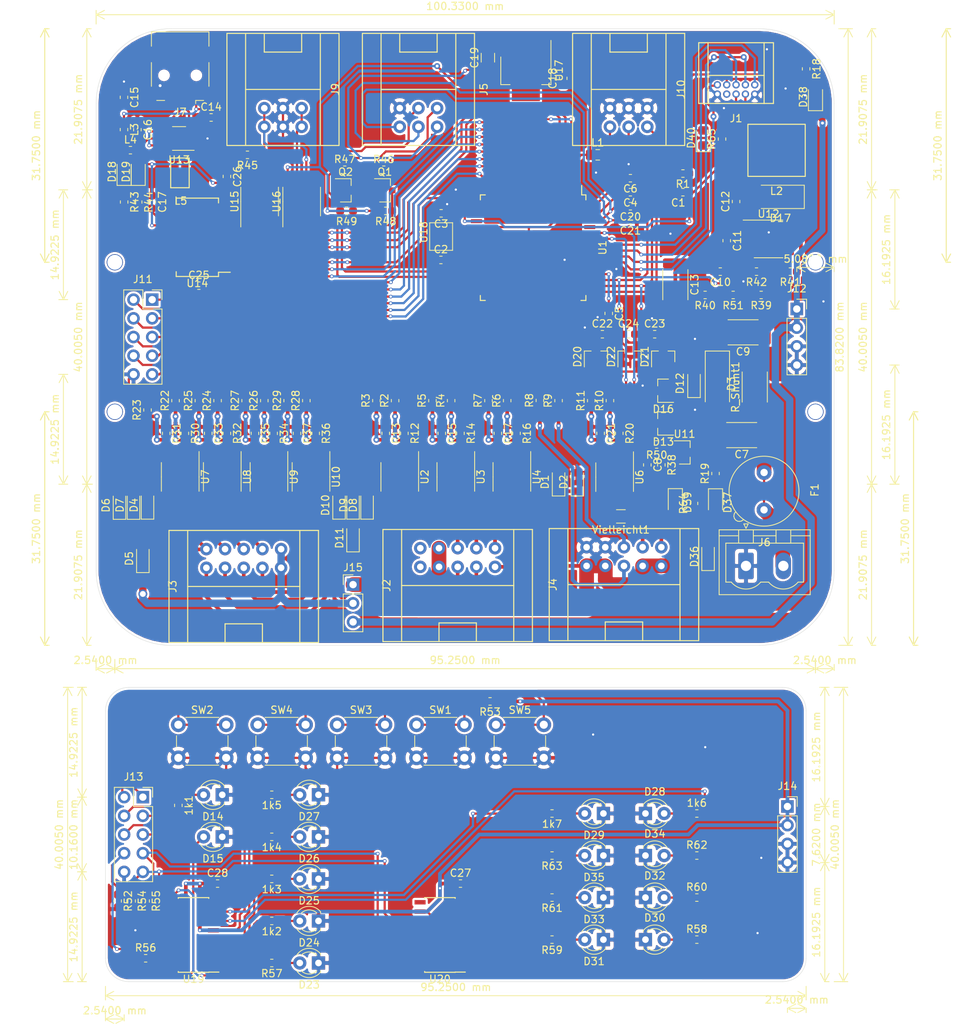
<source format=kicad_pcb>
(kicad_pcb (version 20210126) (generator pcbnew)
  (layers (0 "F.Cu" signal) (31 "B.Cu" signal) (34 "B.Paste" user) (35 "F.Paste" user) (36 "B.SilkS" user "B.Silkscreen") (37 "F.SilkS" user "F.Silkscreen") (38 "B.Mask" user) (39 "F.Mask" user) (44 "Edge.Cuts" user))
  (net 0 "")
  (net 1 "RESET")
  (net 2 "GND")
  (net 3 "Net-(C2-Pad2)")
  (net 4 "Net-(C3-Pad2)")
  (net 5 "Net-(C4-Pad2)")
  (net 6 "+5V")
  (net 7 "Net-(C6-Pad2)")
  (net 8 "+12V")
  (net 9 "Net-(J2-Pad3)")
  (net 10 "Net-(R12-Pad2)")
  (net 11 "RGB1_ROT")
  (net 12 "Net-(R13-Pad2)")
  (net 13 "RGB1_GRUEN")
  (net 14 "RGB1_BLAU")
  (net 15 "Net-(R14-Pad2)")
  (net 16 "Net-(R15-Pad2)")
  (net 17 "RGB2_ROT")
  (net 18 "RGB2_GRUEN")
  (net 19 "Net-(R16-Pad2)")
  (net 20 "Net-(R17-Pad2)")
  (net 21 "RGB2_BLAU")
  (net 22 "PWM_PUMPE")
  (net 23 "Net-(R10-Pad1)")
  (net 24 "Net-(R11-Pad1)")
  (net 25 "HEIZUNG")
  (net 26 "SM1_1")
  (net 27 "Net-(R22-Pad1)")
  (net 28 "Net-(R23-Pad1)")
  (net 29 "SM1_2")
  (net 30 "SM1_3")
  (net 31 "Net-(R24-Pad1)")
  (net 32 "SM1_4")
  (net 33 "Net-(R25-Pad1)")
  (net 34 "SM2_1")
  (net 35 "Net-(R26-Pad1)")
  (net 36 "Net-(R27-Pad1)")
  (net 37 "SM2_2")
  (net 38 "SM2_3")
  (net 39 "Net-(R28-Pad1)")
  (net 40 "Net-(R29-Pad1)")
  (net 41 "SM2_4")
  (net 42 "UART_RXD")
  (net 43 "UART_TXD")
  (net 44 "UART_DIR")
  (net 45 "Net-(U1-Pad7)")
  (net 46 "Net-(U1-Pad8)")
  (net 47 "Net-(U1-Pad17)")
  (net 48 "Net-(U1-Pad18)")
  (net 49 "Net-(U1-Pad19)")
  (net 50 "I²C_SCL")
  (net 51 "I²C_SDA")
  (net 52 "Net-(U1-Pad27)")
  (net 53 "Net-(U1-Pad28)")
  (net 54 "Net-(U1-Pad29)")
  (net 55 "Net-(U1-Pad30)")
  (net 56 "TDI")
  (net 57 "TDO")
  (net 58 "TMS")
  (net 59 "TCK")
  (net 60 "Voltage_Controle")
  (net 61 "Current_Controle")
  (net 62 "Net-(J4-Pad5)")
  (net 63 "PWM_LUEFTER1")
  (net 64 "PWM_LUEFTER2")
  (net 65 "Net-(C7-Pad1)")
  (net 66 "Net-(C11-Pad1)")
  (net 67 "Net-(C12-Pad1)")
  (net 68 "Net-(C12-Pad2)")
  (net 69 "Net-(R41-Pad2)")
  (net 70 "Net-(C14-Pad2)")
  (net 71 "Net-(C14-Pad1)")
  (net 72 "Net-(C16-Pad2)")
  (net 73 "Net-(C17-Pad2)")
  (net 74 "Net-(D18-Pad1)")
  (net 75 "Net-(D19-Pad1)")
  (net 76 "Net-(J7-Pad4)")
  (net 77 "Net-(J7-Pad3)")
  (net 78 "Net-(J7-Pad2)")
  (net 79 "Net-(L5-Pad2)")
  (net 80 "Net-(L5-Pad4)")
  (net 81 "Net-(R43-Pad2)")
  (net 82 "Net-(R44-Pad2)")
  (net 83 "Net-(U14-Pad5)")
  (net 84 "Net-(U14-Pad2)")
  (net 85 "Net-(U14-Pad1)")
  (net 86 "Net-(U14-Pad3)")
  (net 87 "Net-(U14-Pad12)")
  (net 88 "Net-(U14-Pad13)")
  (net 89 "Net-(U14-Pad14)")
  (net 90 "Net-(U14-Pad27)")
  (net 91 "Net-(U14-Pad28)")
  (net 92 "Net-(J1-Pad8)")
  (net 93 "+3V3")
  (net 94 "GND_HUMI1")
  (net 95 "GND_HUMI2")
  (net 96 "NOT-AUS")
  (net 97 "INPUT1")
  (net 98 "INPUT2")
  (net 99 "Net-(J9-Pad1)")
  (net 100 "Net-(J9-Pad3)")
  (net 101 "NOTAUS")
  (net 102 "Stop")
  (net 103 "Start")
  (net 104 "Dbg2")
  (net 105 "Dbg1")
  (net 106 "SR_Latch")
  (net 107 "SR_Daten")
  (net 108 "SR_Takt")
  (net 109 "+5C")
  (net 110 "Net-(U18-Pad1)")
  (net 111 "Net-(U18-Pad3)")
  (net 112 "Net-(D10-Pad1)")
  (net 113 "/Frontpannel/SR_Takt-")
  (net 114 "/Frontpannel/SR_Daten-")
  (net 115 "/Frontpannel/SR_Latch-")
  (net 116 "/Frontpannel/Dbg1-")
  (net 117 "/Frontpannel/Dbg2-")
  (net 118 "/Frontpannel/START-")
  (net 119 "/Frontpannel/STOP-")
  (net 120 "/Frontpannel/NOTAUS-")
  (net 121 "/Frontpannel/RESET-")
  (net 122 "Net-(R38-Pad1)")
  (net 123 "Net-(R39-Pad2)")
  (net 124 "Net-(1k1-Pad1)")
  (net 125 "Net-(1k2-Pad2)")
  (net 126 "Net-(1k2-Pad1)")
  (net 127 "Net-(1k3-Pad1)")
  (net 128 "Net-(1k3-Pad2)")
  (net 129 "Net-(1k4-Pad2)")
  (net 130 "Net-(1k4-Pad1)")
  (net 131 "Net-(1k5-Pad1)")
  (net 132 "Net-(1k5-Pad2)")
  (net 133 "Net-(1k6-Pad2)")
  (net 134 "Net-(1k6-Pad1)")
  (net 135 "Net-(1k7-Pad1)")
  (net 136 "Net-(1k7-Pad2)")
  (net 137 "Net-(D15-Pad2)")
  (net 138 "Net-(D23-Pad2)")
  (net 139 "Net-(D30-Pad2)")
  (net 140 "Net-(D31-Pad2)")
  (net 141 "Net-(D32-Pad2)")
  (net 142 "Net-(D33-Pad2)")
  (net 143 "Net-(D34-Pad2)")
  (net 144 "Net-(D35-Pad2)")
  (net 145 "Net-(R56-Pad2)")
  (net 146 "Net-(R57-Pad2)")
  (net 147 "Net-(R58-Pad2)")
  (net 148 "Net-(R59-Pad2)")
  (net 149 "Net-(R60-Pad2)")
  (net 150 "Net-(R61-Pad2)")
  (net 151 "Net-(R62-Pad2)")
  (net 152 "Net-(R63-Pad2)")
  (net 153 "Net-(U19-Pad9)")
  (net 154 "Net-(U20-Pad9)")
  (net 155 "Net-(U20-Pad7)")
  (net 156 "Net-(U20-Pad6)")
  (net 157 "Adress_Press2")
  (net 158 "Adress_Press1")
  (net 159 "Net-(D4-Pad2)")
  (net 160 "Net-(D5-Pad2)")
  (net 161 "Net-(D6-Pad2)")
  (net 162 "Net-(D7-Pad2)")
  (net 163 "Net-(D8-Pad2)")
  (net 164 "Net-(D9-Pad2)")
  (net 165 "Net-(D10-Pad2)")
  (net 166 "Net-(D11-Pad2)")
  (net 167 "Net-(D37-Pad2)")
  (net 168 "Net-(D37-Pad1)")
  (net 169 "Net-(J4-Pad3)")
  (net 170 "Net-(U6-Pad5)")
  (net 171 "Net-(D38-Pad2)")
  (net 172 "Net-(J2-Pad8)")
  (net 173 "Net-(J2-Pad6)")
  (net 174 "Net-(J2-Pad4)")
  (net 175 "Net-(J4-Pad8)")
  (net 176 "Net-(J4-Pad4)")
  (net 177 "Net-(J2-Pad10)")
  (net 178 "Net-(J2-Pad9)")
  (net 179 "Net-(J2-Pad5)")
  (net 180 "Net-(J2-Pad1)")
  (net 181 "Net-(J5-Pad5)")
  (net 182 "Net-(J5-Pad4)")
  (net 183 "Net-(D39-Pad2)")
  (net 184 "Net-(D40-Pad1)")
  (footprint "Capacitor_SMD:C_0603_1608Metric_Pad1.05x0.95mm_HandSolder" (layer "F.Cu") (at 152.795 69.85 180)
    (fp_text reference "C1")
    (fp_text value "10nF")
  )
  (footprint "Capacitor_SMD:C_0603_1608Metric_Pad1.05x0.95mm_HandSolder" (layer "F.Cu") (at 119.895 79.06)
    (fp_text reference "C2")
    (fp_text value "22pF")
  )
  (footprint "Capacitor_SMD:C_0603_1608Metric_Pad1.05x0.95mm_HandSolder" (layer "F.Cu") (at 119.925 72.72 180)
    (fp_text reference "C3")
    (fp_text value "22pF")
  )
  (footprint "Capacitor_SMD:C_0603_1608Metric_Pad1.05x0.95mm_HandSolder" (layer "F.Cu") (at 145.655 69.85 180)
    (fp_text reference "C4")
    (fp_text value "10nF")
  )
  (footprint "Capacitor_SMD:C_0603_1608Metric_Pad1.05x0.95mm_HandSolder" (layer "F.Cu") (at 142.71 86.325 -90)
    (fp_text reference "C5")
    (fp_text value "100nF")
  )
  (footprint "Capacitor_SMD:C_0603_1608Metric_Pad1.05x0.95mm_HandSolder" (layer "F.Cu") (at 145.655 67.945 180)
    (fp_text reference "C6")
    (fp_text value "100nF")
  )
  (footprint "Diode_SMD:D_SOD-323_HandSoldering" (layer "F.Cu") (at 135.89 109.24 90)
    (fp_text reference "D1")
    (fp_text value "1N4148")
  )
  (footprint "Diode_SMD:D_SOD-323_HandSoldering" (layer "F.Cu") (at 138.43 109.24 90)
    (fp_text reference "D2")
    (fp_text value "1N4148")
  )
  (footprint "Diode_SMD:D_SOD-323_HandSoldering" (layer "F.Cu") (at 79.375 119.654 90)
    (fp_text reference "D5")
    (fp_text value "1N4148")
  )
  (footprint "Diode_SMD:D_SOD-323_HandSoldering" (layer "F.Cu") (at 80.01 112.395 90)
    (fp_text reference "D4")
    (fp_text value "1N4148")
  )
  (footprint "Diode_SMD:D_SOD-323_HandSoldering" (layer "F.Cu") (at 107.95 112.395 90)
    (fp_text reference "D9")
    (fp_text value "1N4148")
  )
  (footprint "Diode_SMD:D_SOD-323_HandSoldering" (layer "F.Cu") (at 107.95 116.84 90)
    (fp_text reference "D11")
    (fp_text value "1N4148")
  )
  (footprint "Inductor_SMD:L_0805_2012Metric_Pad1.15x1.40mm_HandSolder" (layer "F.Cu") (at 141.215 64.77)
    (fp_text reference "L1")
    (fp_text value "10uH")
  )
  (footprint "Resistor_SMD:R_0603_1608Metric_Pad1.05x0.95mm_HandSolder" (layer "F.Cu") (at 152.795 67.31 180)
    (fp_text reference "R1")
    (fp_text value "R")
  )
  (footprint "Resistor_SMD:R_0603_1608Metric_Pad1.05x0.95mm_HandSolder" (layer "F.Cu") (at 113.665 98.185 90)
    (fp_text reference "R2")
    (fp_text value "160R")
  )
  (footprint "Resistor_SMD:R_0603_1608Metric_Pad1.05x0.95mm_HandSolder" (layer "F.Cu") (at 111.125 98.185 90)
    (fp_text reference "R3")
    (fp_text value "160R")
  )
  (footprint "Resistor_SMD:R_0603_1608Metric_Pad1.05x0.95mm_HandSolder" (layer "F.Cu") (at 121.285 98.185 90)
    (fp_text reference "R4")
    (fp_text value "160R")
  )
  (footprint "Resistor_SMD:R_0603_1608Metric_Pad1.05x0.95mm_HandSolder" (layer "F.Cu") (at 118.745 98.185 90)
    (fp_text reference "R5")
    (fp_text value "160R")
  )
  (footprint "Resistor_SMD:R_0603_1608Metric_Pad1.05x0.95mm_HandSolder" (layer "F.Cu") (at 128.905 98.185 90)
    (fp_text reference "R6")
    (fp_text value "160R")
  )
  (footprint "Resistor_SMD:R_0603_1608Metric_Pad1.05x0.95mm_HandSolder" (layer "F.Cu") (at 126.365 98.185 90)
    (fp_text reference "R7")
    (fp_text value "160R")
  )
  (footprint "Resistor_SMD:R_0603_1608Metric_Pad1.05x0.95mm_HandSolder" (layer "F.Cu") (at 133.35 98.157 90)
    (fp_text reference "R8")
    (fp_text value "160R")
  )
  (footprint "Resistor_SMD:R_0603_1608Metric_Pad1.05x0.95mm_HandSolder" (layer "F.Cu") (at 135.89 98.185 90)
    (fp_text reference "R9")
    (fp_text value "160R")
  )
  (footprint "Resistor_SMD:R_0603_1608Metric_Pad1.05x0.95mm_HandSolder" (layer "F.Cu") (at 142.875 98.185 90)
    (fp_text reference "R10")
    (fp_text value "160R")
  )
  (footprint "Resistor_SMD:R_0603_1608Metric_Pad1.05x0.95mm_HandSolder" (layer "F.Cu") (at 140.335 98.185 90)
    (fp_text reference "R11")
    (fp_text value "160R")
  )
  (footprint "Resistor_SMD:R_0603_1608Metric_Pad1.05x0.95mm_HandSolder" (layer "F.Cu") (at 114.935 102.63 -90)
    (fp_text reference "R12")
    (fp_text value "10k")
  )
  (footprint "Resistor_SMD:R_0603_1608Metric_Pad1.05x0.95mm_HandSolder" (layer "F.Cu") (at 112.395 102.63 -90)
    (fp_text reference "R13")
    (fp_text value "10k")
  )
  (footprint "Resistor_SMD:R_0603_1608Metric_Pad1.05x0.95mm_HandSolder" (layer "F.Cu") (at 122.555 102.63 -90)
    (fp_text reference "R14")
    (fp_text value "10k")
  )
  (footprint "Resistor_SMD:R_0603_1608Metric_Pad1.05x0.95mm_HandSolder" (layer "F.Cu") (at 120.015 102.63 -90)
    (fp_text reference "R15")
    (fp_text value "10k")
  )
  (footprint "Resistor_SMD:R_0603_1608Metric_Pad1.05x0.95mm_HandSolder" (layer "F.Cu") (at 130.175 102.63 -90)
    (fp_text reference "R16")
    (fp_text value "10k")
  )
  (footprint "Resistor_SMD:R_0603_1608Metric_Pad1.05x0.95mm_HandSolder" (layer "F.Cu") (at 127.635 102.63 -90)
    (fp_text reference "R17")
    (fp_text value "10k")
  )
  (footprint "Resistor_SMD:R_0603_1608Metric_Pad1.05x0.95mm_HandSolder" (layer "F.Cu") (at 144.145 102.63 -90)
    (fp_text reference "R20")
    (fp_text value "10k")
  )
  (footprint "Resistor_SMD:R_0603_1608Metric_Pad1.05x0.95mm_HandSolder" (layer "F.Cu") (at 141.605 102.63 -90)
    (fp_text reference "R21")
    (fp_text value "10k")
  )
  (footprint "Resistor_SMD:R_0603_1608Metric_Pad1.05x0.95mm_HandSolder" (layer "F.Cu") (at 83.82 98.185 90)
    (fp_text reference "R22")
    (fp_text value "160R")
  )
  (footprint "Resistor_SMD:R_0603_1608Metric_Pad1.05x0.95mm_HandSolder" (layer "F.Cu") (at 80.01 99.455 90)
    (fp_text reference "R23")
    (fp_text value "160R")
  )
  (footprint "Resistor_SMD:R_0603_1608Metric_Pad1.05x0.95mm_HandSolder" (layer "F.Cu") (at 89.535 98.185 90)
    (fp_text reference "R24")
    (fp_text value "160R")
  )
  (footprint "Resistor_SMD:R_0603_1608Metric_Pad1.05x0.95mm_HandSolder" (layer "F.Cu") (at 86.995 98.185 90)
    (fp_text reference "R25")
    (fp_text value "160R")
  )
  (footprint "Resistor_SMD:R_0603_1608Metric_Pad1.05x0.95mm_HandSolder" (layer "F.Cu") (at 95.885 98.185 90)
    (fp_text reference "R26")
    (fp_text value "160R")
  )
  (footprint "Resistor_SMD:R_0603_1608Metric_Pad1.05x0.95mm_HandSolder" (layer "F.Cu") (at 93.345 98.185 90)
    (fp_text reference "R27")
    (fp_text value "160R")
  )
  (footprint "Resistor_SMD:R_0603_1608Metric_Pad1.05x0.95mm_HandSolder" (layer "F.Cu") (at 101.6 98.185 90)
    (fp_text reference "R28")
    (fp_text value "160R")
  )
  (footprint "Resistor_SMD:R_0603_1608Metric_Pad1.05x0.95mm_HandSolder" (layer "F.Cu") (at 99.06 98.185 90)
    (fp_text reference "R29")
    (fp_text value "160R")
  )
  (footprint "Resistor_SMD:R_0603_1608Metric_Pad1.05x0.95mm_HandSolder" (layer "F.Cu") (at 85.09 102.63 -90)
    (fp_text reference "R30")
    (fp_text value "10k")
  )
  (footprint "Resistor_SMD:R_0603_1608Metric_Pad1.05x0.95mm_HandSolder" (layer "F.Cu") (at 82.55 102.63 -90)
    (fp_text reference "R31")
    (fp_text value "10k")
  )
  (footprint "Resistor_SMD:R_0603_1608Metric_Pad1.05x0.95mm_HandSolder" (layer "F.Cu") (at 90.805 102.63 -90)
    (fp_text reference "R32")
    (fp_text value "10k")
  )
  (footprint "Resistor_SMD:R_0603_1608Metric_Pad1.05x0.95mm_HandSolder" (layer "F.Cu") (at 88.265 102.63 -90)
    (fp_text reference "R33")
    (fp_text value "10k")
  )
  (footprint "Resistor_SMD:R_0603_1608Metric_Pad1.05x0.95mm_HandSolder" (layer "F.Cu") (at 97.155 102.63 -90)
    (fp_text reference "R34")
    (fp_text value "10k")
  )
  (footprint "Resistor_SMD:R_0603_1608Metric_Pad1.05x0.95mm_HandSolder" (layer "F.Cu") (at 94.615 102.63 -90)
    (fp_text reference "R35")
    (fp_text value "10k")
  )
  (footprint "Resistor_SMD:R_0603_1608Metric_Pad1.05x0.95mm_HandSolder" (layer "F.Cu") (at 102.87 102.63 -90)
    (fp_text reference "R36")
    (fp_text value "10k")
  )
  (footprint "Resistor_SMD:R_0603_1608Metric_Pad1.05x0.95mm_HandSolder" (layer "F.Cu") (at 100.33 102.63 -90)
    (fp_text reference "R37")
    (fp_text value "10k")
  )
  (footprint "Package_QFP:TQFP-64_14x14mm_P0.8mm" (layer "F.Cu") (at 132.43 77.39 -90)
    (fp_text reference "U1")
    (fp_text value "ATmega64-16AU")
  )
  (footprint "IC_Lib:SO-8_3.9x4.9mm_P1.27mm" (layer "F.Cu") (at 114.3 108.55 -90)
    (fp_text reference "U2")
    (fp_text value "IRF9313PBF")
  )
  (footprint "IC_Lib:SO-8_3.9x4.9mm_P1.27mm" (layer "F.Cu") (at 121.92 108.55 -90)
    (fp_text reference "U3")
    (fp_text value "IRF9313PBF")
  )
  (footprint "IC_Lib:SO-8_3.9x4.9mm_P1.27mm" (layer "F.Cu") (at 129.54 108.55 -90)
    (fp_text reference "U4")
    (fp_text value "IRF9313PBF")
  )
  (footprint "IC_Lib:SO-8_3.9x4.9mm_P1.27mm" (layer "F.Cu") (at 84.455 108.55 -90)
    (fp_text reference "U7")
    (fp_text value "IRF9313PBF")
  )
  (footprint "IC_Lib:SO-8_3.9x4.9mm_P1.27mm" (layer "F.Cu") (at 90.17 108.55 -90)
    (fp_text reference "U8")
    (fp_text value "IRF9313PBF")
  )
  (footprint "IC_Lib:SO-8_3.9x4.9mm_P1.27mm" (layer "F.Cu") (at 96.52 108.55 -90)
    (fp_text reference "U9")
    (fp_text value "IRF9313PBF")
  )
  (footprint "IC_Lib:SO-8_3.9x4.9mm_P1.27mm" (layer "F.Cu") (at 102.235 108.55 -90)
    (fp_text reference "U10")
    (fp_text value "IRF9313PBF")
  )
  (footprint "Diode_SMD:D_SOD-323_HandSoldering" (layer "F.Cu") (at 106.045 112.395 90)
    (fp_text reference "D10")
    (fp_text value "1N4148")
  )
  (footprint "IC_Lib:SO-8_3.9x4.9mm_P1.27mm" (layer "F.Cu") (at 143.51 108.585 -90)
    (fp_text reference "U6")
    (fp_text value "IRF9313PBF")
  )
  (footprint "Capacitor_SMD:C_0603_1608Metric_Pad1.05x0.95mm_HandSolder" (layer "F.Cu") (at 147.955 106.92 -90)
    (fp_text reference "C8")
    (fp_text value "10nF")
  )
  (footprint "Capacitor_SMD:C_0603_1608Metric_Pad1.05x0.95mm_HandSolder" (layer "F.Cu") (at 157.875 80.645 180)
    (fp_text reference "C10")
    (fp_text value "10nF")
  )
  (footprint "Capacitor_SMD:C_0603_1608Metric_Pad1.05x0.95mm_HandSolder" (layer "F.Cu") (at 158.75 76.44 -90)
    (fp_text reference "C11")
    (fp_text value "100nF")
  )
  (footprint "Capacitor_SMD:C_0603_1608Metric_Pad1.05x0.95mm_HandSolder" (layer "F.Cu") (at 160.02 71.12 90)
    (fp_text reference "C12")
    (fp_text value "100nF")
  )
  (footprint "Diode_SMD:D_SMA_Handsoldering" (layer "F.Cu") (at 157.48 95.845 -90)
    (fp_text reference "D3")
    (fp_text value "1N4148")
  )
  (footprint "D_Lib:1N4148" (layer "F.Cu") (at 154.305 95.8904 90)
    (fp_text reference "D12")
    (fp_text value "1N4148")
  )
  (footprint "Package_TO_SOT_SMD:SOT-23" (layer "F.Cu") (at 150.13 101.285 180)
    (fp_text reference "D13")
    (fp_text value "BAS40-04")
  )
  (footprint "Package_TO_SOT_SMD:SOT-23" (layer "F.Cu") (at 150.13 96.835 180)
    (fp_text reference "D16")
    (fp_text value "BAS40-04")
  )
  (footprint "D_Lib:MAX5035_50SQ100" (layer "F.Cu") (at 166.0391 70.5104 180)
    (fp_text reference "D17")
    (fp_text value "D_Schottky_Small")
  )
  (footprint "Connector_Phoenix_MSTB:PhoenixContact_MSTBVA_2,5_2-G-5,08_1x02_P5.08mm_Vertical" (layer "F.Cu") (at 161.37 120.65)
    (fp_text reference "J6")
    (fp_text value "+12V")
  )
  (footprint "L_Lib:MAX5035_100uH_Coil" (layer "F.Cu") (at 165.481 64.262 180)
    (fp_text reference "L2")
    (fp_text value "L")
  )
  (footprint "Resistor_SMD:R_0603_1608Metric_Pad1.05x0.95mm_HandSolder" (layer "F.Cu") (at 149.86 106.92 -90)
    (fp_text reference "R38")
    (fp_text value "5k")
  )
  (footprint "Resistor_SMD:R_0603_1608Metric_Pad1.05x0.95mm_HandSolder" (layer "F.Cu") (at 163.435 83.82 180)
    (fp_text reference "R39")
    (fp_text value "470k")
  )
  (footprint "Resistor_SMD:R_0603_1608Metric_Pad1.05x0.95mm_HandSolder" (layer "F.Cu") (at 155.815 83.82 180)
    (fp_text reference "R40")
    (fp_text value "120k")
  )
  (footprint "Resistor_SMD:R_0603_1608Metric_Pad1.05x0.95mm_HandSolder" (layer "F.Cu") (at 167.4 80.645 180)
    (fp_text reference "R41")
    (fp_text value "510k")
  )
  (footprint "Resistor_SMD:R_0603_1608Metric_Pad1.05x0.95mm_HandSolder" (layer "F.Cu") (at 162.8 80.645 180)
    (fp_text reference "R42")
    (fp_text value "510k")
  )
  (footprint "Resistor_SMD:R_2512_6332Metric_Pad1.52x3.35mm_HandSolder" (layer "F.Cu") (at 162.56 96.3325 90)
    (fp_text reference "R_Shunt1")
    (fp_text value "125mOhm")
  )
  (footprint "Package_TO_SOT_SMD:SOT-23" (layer "F.Cu") (at 153.019 105.222)
    (fp_text reference "U11")
    (fp_text value "ZXCT1109")
  )
  (footprint "Package_SO:SO-8_3.9x4.9mm_P1.27mm" (layer "F.Cu") (at 164.43 76.2)
    (fp_text reference "U12")
    (fp_text value "MAX_5035_BUSA")
  )
  (footprint "Diode_SMD:D_SOD-323_HandSoldering" (layer "F.Cu") (at 78.105 112.415 90)
    (fp_text reference "D7")
    (fp_text value "1N4148")
  )
  (footprint "Capacitor_SMD:C_0603_1608Metric_Pad1.05x0.95mm_HandSolder" (layer "F.Cu") (at 136.525 54.37 90)
    (fp_text reference "C18")
    (fp_text value "100nF")
  )
  (footprint "Capacitor_SMD:C_0603_1608Metric_Pad1.05x0.95mm_HandSolder" (layer "F.Cu") (at 145.655 71.755 180)
    (fp_text reference "C20")
    (fp_text value "100nF")
  )
  (footprint "Capacitor_SMD:C_0603_1608Metric_Pad1.05x0.95mm_HandSolder" (layer "F.Cu") (at 145.655 73.66 180)
    (fp_text reference "C21")
    (fp_text value "100nF")
  )
  (footprint "Capacitor_SMD:C_0603_1608Metric_Pad1.05x0.95mm_HandSolder" (layer "F.Cu") (at 141.845 89.154)
    (fp_text reference "C22")
    (fp_text value "C")
  )
  (footprint "Capacitor_SMD:C_0603_1608Metric_Pad1.05x0.95mm_HandSolder" (layer "F.Cu") (at 148.957 89.154)
    (fp_text reference "C23")
    (fp_text value "C")
  )
  (footprint "Capacitor_SMD:C_0603_1608Metric_Pad1.05x0.95mm_HandSolder" (layer "F.Cu") (at 145.401 89.154)
    (fp_text reference "C24")
    (fp_text value "C")
  )
  (footprint "Package_TO_SOT_SMD:SOT-23" (layer "F.Cu") (at 140.97 92.202 90)
    (fp_text reference "D20")
    (fp_text value "BAS40-04")
  )
  (footprint "Package_TO_SOT_SMD:SOT-23" (layer "F.Cu") (at 150.114 92.202 90)
    (fp_text reference "D21")
    (fp_text value "BAS40-04")
  )
  (footprint "Package_TO_SOT_SMD:SOT-23" (layer "F.Cu") (at 145.542 92.202 90)
    (fp_text reference "D22")
    (fp_text value "BAS40-04")
  )
  (footprint "Resistor_SMD:R_0603_1608Metric_Pad1.05x0.95mm_HandSolder" (layer "F.Cu") (at 112.127 66.802)
    (fp_text reference "R46")
    (fp_text value "10k")
  )
  (footprint "Resistor_SMD:R_0603_1608Metric_Pad1.05x0.95mm_HandSolder" (layer "F.Cu") (at 106.821 66.802)
    (fp_text reference "R47")
    (fp_text value "10k")
  )
  (footprint "Resistor_SMD:R_0603_1608Metric_Pad1.05x0.95mm_HandSolder" (layer "F.Cu") (at 112.395 72.39 180)
    (fp_text reference "R48")
    (fp_text value "10k")
  )
  (footprint "Resistor_SMD:R_0603_1608Metric_Pad1.05x0.95mm_HandSolder" (layer "F.Cu") (at 107.075 72.39 180)
    (fp_text reference "R49")
    (fp_text value "10k")
  )
  (footprint "Diode_SMD:D_SOD-323_HandSoldering" (layer "F.Cu") (at 76.2 112.415 90)
    (fp_text reference "D6")
    (fp_text value "1N4148")
  )
  (footprint "Capacitor_SMD:C_0603_1608Metric_Pad1.05x0.95mm_HandSolder" (layer "F.Cu") (at 88.66 59.69)
    (fp_text reference "C14")
    (fp_text value "100nF")
  )
  (footprint "Capacitor_SMD:C_0603_1608Metric_Pad1.05x0.95mm_HandSolder" (layer "F.Cu") (at 76.81 56.955 -90)
    (fp_text reference "C15")
    (fp_text value "100nF")
  )
  (footprint "Capacitor_SMD:C_0603_1608Metric_Pad1.05x0.95mm_HandSolder" (layer "F.Cu") (at 78.63 61.355 -90)
    (fp_text reference "C16")
    (fp_text value "100nF")
  )
  (footprint "LED_SMD:LED_0805_2012Metric_Pad1.15x1.40mm_HandSolder" (layer "F.Cu") (at 76.835 67.065 90)
    (fp_text reference "D18")
    (fp_text value "LED")
  )
  (footprint "LED_SMD:LED_0805_2012Metric_Pad1.15x1.40mm_HandSolder" (layer "F.Cu") (at 78.74 67.065 90)
    (fp_text reference "D19")
    (fp_text value "LED")
  )
  (footprint "Connector_USB:USB_Mini-B_Lumberg_2486_01_Horizontal" (layer "F.Cu") (at 84.45 53.965 180)
    (fp_text reference "J7")
    (fp_text value "USB_B_Mini")
  )
  (footprint "Inductor_SMD:L_0603_1608Metric_Pad1.05x0.95mm_HandSolder" (layer "F.Cu") (at 76.81 61.34 -90)
    (fp_text reference "L3")
    (fp_text value "L")
  )
  (footprint "Inductor_SMD:L_0603_1608Metric_Pad1.05x0.95mm_HandSolder" (layer "F.Cu") (at 77.685 64.135)
    (fp_text reference "L4")
    (fp_text value "L")
  )
  (footprint "L_Lib:WE-CNSW" (layer "F.Cu") (at 84.4296 67.2592 180)
    (fp_text reference "L5")
    (fp_text value "WE-CNSW")
  )
  (footprint "Resistor_SMD:R_0603_1608Metric_Pad1.05x0.95mm_HandSolder" (layer "F.Cu") (at 76.835 71.185 -90)
    (fp_text reference "R43")
    (fp_text value "1k")
  )
  (footprint "Resistor_SMD:R_0603_1608Metric_Pad1.05x0.95mm_HandSolder" (layer "F.Cu") (at 78.74 71.185 -90)
    (fp_text reference "R44")
    (fp_text value "1k")
  )
  (footprint "Resistor_SMD:R_0603_1608Metric_Pad1.05x0.95mm_HandSolder" (layer "F.Cu") (at 93.595 64.77 180)
    (fp_text reference "R45")
    (fp_text value "120R")
  )
  (footprint "Package_TO_SOT_SMD:SOT-23-6_Handsoldering" (layer "F.Cu") (at 84.3 62.545 180)
    (fp_text reference "U13")
    (fp_text value "WE_TVS")
  )
  (footprint "Package_SO:SOIC-8_3.9x4.9mm_P1.27mm" (layer "F.Cu") (at 95.25 71.12 90)
    (fp_text reference "U15")
    (fp_text value "MAX3072E")
  )
  (footprint "Package_SO:SOIC-8_3.9x4.9mm_P1.27mm" (layer "F.Cu") (at 100.965 71.12 90)
    (fp_text reference "U16")
    (fp_text value "MAX3072E")
  )
  (footprint "Capacitor_SMD:C_0603_1608Metric_Pad1.05x0.95mm_HandSolder" (layer "F.Cu") (at 80.595 71.185 -90)
    (fp_text reference "C17")
    (fp_text value "100nF")
  )
  (footprint "Package_SO:SSOP-28_5.3x10.2mm_P0.65mm" (layer "F.Cu") (at 86.785 75.98 180)
    (fp_text reference "U14")
    (fp_text value "FT232RL_2")
  )
  (footprint "Conn_Lib:Con-JTAG" (layer "F.Cu") (at 160.02 55.245 180)
    (fp_text reference "J1")
    (fp_text value "AVR-JTAG-10")
  )
  (footprint "Capacitor_SMD:C_0603_1608Metric_Pad1.05x0.95mm_HandSolder" (layer "F.Cu") (at 86.995 82.55)
    (fp_text reference "C25")
    (fp_text value "100nF")
  )
  (footprint "Capacitor_SMD:C_0603_1608Metric_Pad1.05x0.95mm_HandSolder" (layer "F.Cu") (at 90.805 67.705 -90)
    (fp_text reference "C26")
    (fp_text value "100nF")
  )
  (footprint "Connector_PinSocket_2.54mm:PinSocket_2x05_P2.54mm_Vertical" (layer "F.Cu") (at 79.375 152.0825)
    (fp_text reference "J13")
    (fp_text value "Frontpannel")
  )
  (footprint "Projekt Footprints:16Mhz Quarz Small" (layer "F.Cu") (at 119.8275 75.9105 90)
    (fp_text reference "U18")
    (fp_text value "16Mhz-Quarz-Small")
  )
  (footprint "Resistor_SMD:R_0603_1608Metric_Pad1.05x0.95mm_HandSolder" (layer "F.Cu") (at 84.201 153.205 -90)
    (fp_text reference "1k1")
    (fp_text value "R")
  )
  (footprint "Resistor_SMD:R_0603_1608Metric_Pad1.05x0.95mm_HandSolder" (layer "F.Cu") (at 96.901 168.91 180)
    (fp_text reference "1k2")
    (fp_text value "R")
  )
  (footprint "Resistor_SMD:R_0603_1608Metric_Pad1.05x0.95mm_HandSolder" (layer "F.Cu") (at 96.901 163.195 180)
    (fp_text reference "1k3")
    (fp_text value "R")
  )
  (footprint "Resistor_SMD:R_0603_1608Metric_Pad1.05x0.95mm_HandSolder" (layer "F.Cu") (at 96.901 157.48 180)
    (fp_text reference "1k4")
    (fp_text value "R")
  )
  (footprint "Resistor_SMD:R_0603_1608Metric_Pad1.05x0.95mm_HandSolder" (layer "F.Cu") (at 96.901 151.765 180)
    (fp_text reference "1k5")
    (fp_text value "R")
  )
  (footprint "Resistor_SMD:R_0603_1608Metric_Pad1.05x0.95mm_HandSolder" (layer "F.Cu") (at 154.686 154.305)
    (fp_text reference "1k6")
    (fp_text value "R")
  )
  (footprint "Resistor_SMD:R_0603_1608Metric_Pad1.05x0.95mm_HandSolder" (layer "F.Cu") (at 135.001 154.305 180)
    (fp_text reference "1k7")
    (fp_text value "R")
  )
  (footprint "LED_THT:LED_D3.0mm" (layer "F.Cu") (at 103.251 174.625 180)
    (fp_text reference "D23")
    (fp_text value "Heizung")
  )
  (footprint "LED_THT:LED_D3.0mm" (layer "F.Cu") (at 103.251 168.91 180)
    (fp_text reference "D24")
    (fp_text value "Lüfter")
  )
  (footprint "LED_THT:LED_D3.0mm" (layer "F.Cu") (at 103.251 163.195 180)
    (fp_text reference "D25")
    (fp_text value "Pumpe")
  )
  (footprint "LED_THT:LED_D3.0mm" (layer "F.Cu") (at 103.251 157.48 180)
    (fp_text reference "D26")
    (fp_text value "RGB")
  )
  (footprint "LED_THT:LED_D3.0mm" (layer "F.Cu") (at 103.251 151.765 180)
    (fp_text reference "D27")
    (fp_text value "SM")
  )
  (footprint "LED_THT:LED_D3.0mm" (layer "F.Cu") (at 147.701 154.305)
    (fp_text reference "D28")
    (fp_text value "LUMI_HIGH")
  )
  (footprint "LED_THT:LED_D3.0mm" (layer "F.Cu") (at 141.986 154.305 180)
    (fp_text reference "D29")
    (fp_text value "LUMI_LOW")
  )
  (footprint "LED_THT:LED_D3.0mm" (layer "F.Cu") (at 147.701 171.45)
    (fp_text reference "D30")
    (fp_text value "TEMP_HIGH")
  )
  (footprint "LED_THT:LED_D3.0mm" (layer "F.Cu") (at 141.986 171.45 180)
    (fp_text reference "D31")
    (fp_text value "TEMP_LOW")
  )
  (footprint "LED_THT:LED_D3.0mm" (layer "F.Cu") (at 147.701 165.735)
    (fp_text reference "D32")
    (fp_text value "HUMI_HIGH")
  )
  (footprint "LED_THT:LED_D3.0mm" (layer "F.Cu") (at 141.986 165.735 180)
    (fp_text reference "D33")
    (fp_text value "HUMI_LOW")
  )
  (footprint "LED_THT:LED_D3.0mm" (layer "F.Cu") (at 147.701 160.02)
    (fp_text reference "D34")
    (fp_text value "GNDHUMI_HIGH")
  )
  (footprint "LED_THT:LED_D3.0mm" (layer "F.Cu") (at 141.986 160.02 180)
    (fp_text reference "D35")
    (fp_text value "GNDHUMI_LOW")
  )
  (footprint "Resistor_SMD:R_0603_1608Metric_Pad1.05x0.95mm_HandSolder" (layer "F.Cu") (at 75.946 166.2 -90)
    (fp_text reference "R52")
    (fp_text value "10k")
  )
  (footprint "Resistor_SMD:R_0603_1608Metric_Pad1.05x0.95mm_HandSolder" (layer "F.Cu") (at 126.576 139.065 180)
    (fp_text reference "R53")
    (fp_text value "10k")
  )
  (footprint "Resistor_SMD:R_0603_1608Metric_Pad1.05x0.95mm_HandSolder" (layer "F.Cu") (at 77.851 166.2 -90)
    (fp_text reference "R54")
    (fp_text value "10k")
  )
  (footprint "Resistor_SMD:R_0603_1608Metric_Pad1.05x0.95mm_HandSolder" (layer "F.Cu") (at 79.756 166.2 -90)
    (fp_text reference "R55")
    (fp_text value "10k")
  )
  (footprint "Resistor_SMD:R_0603_1608Metric_Pad1.05x0.95mm_HandSolder" (layer "F.Cu") (at 79.756 173.99)
    (fp_text reference "R56")
    (fp_text value "1k")
  )
  (footprint "Resistor_SMD:R_0603_1608Metric_Pad1.05x0.95mm_HandSolder" (layer "F.Cu") (at 96.901 174.625 180)
    (fp_text reference "R57")
    (fp_text value "1k")
  )
  (footprint "Resistor_SMD:R_0603_1608Metric_Pad1.05x0.95mm_HandSolder" (layer "F.Cu") (at 154.686 171.45)
    (fp_text reference "R58")
    (fp_text value "1k")
  )
  (footprint "Resistor_SMD:R_0603_1608Metric_Pad1.05x0.95mm_HandSolder" (layer "F.Cu") (at 135.001 171.45 180)
    (fp_text reference "R59")
    (fp_text value "1k")
  )
  (footprint "Resistor_SMD:R_0603_1608Metric_Pad1.05x0.95mm_HandSolder" (layer "F.Cu") (at 154.686 165.735)
    (fp_text reference "R60")
    (fp_text value "1k")
  )
  (footprint "Resistor_SMD:R_0603_1608Metric_Pad1.05x0.95mm_HandSolder" (layer "F.Cu") (at 135.001 165.735 180)
    (fp_text reference "R61")
    (fp_text value "1k")
  )
  (footprint "Resistor_SMD:R_0603_1608Metric_Pad1.05x0.95mm_HandSolder" (layer "F.Cu") (at 154.686 160.02)
    (fp_text reference "R62")
    (fp_text value "1k")
  )
  (footprint "Resistor_SMD:R_0603_1608Metric_Pad1.05x0.95mm_HandSolder" (layer "F.Cu") (at 135.001 160.02 180)
    (fp_text reference "R63")
    (fp_text value "1k")
  )
  (footprint "Button_Switch_THT:SW_PUSH_6mm" (layer "F.Cu") (at 116.586 142.24)
    (fp_text reference "SW1")
    (fp_text value "SW_DIP_x01")
  )
  (footprint "Button_Switch_THT:SW_PUSH_6mm" (layer "F.Cu") (at 84.201 142.24)
    (fp_text reference "SW2")
    (fp_text value "SW_DIP_x01")
  )
  (footprint "Button_Switch_THT:SW_PUSH_6mm" (layer "F.Cu") (at 105.791 142.24)
    (fp_text reference "SW3")
    (fp_text value "SW_DIP_x01")
  )
  (footprint "Button_Switch_THT:SW_PUSH_6mm" (layer "F.Cu") (at 94.996 142.24)
    (fp_text reference "SW4")
    (fp_text value "SW_DIP_x01")
  )
  (footprint "Button_Switch_THT:SW_PUSH_6mm" (layer "F.Cu") (at 127.381 142.24)
    (fp_text reference "SW5")
    (fp_text value "SW_DIP_x01")
  )
  (footprint "Housings_SOIC:SOIC-16_3.9x9.9mm_Pitch1.27mm" (layer "F.Cu") (at 86.266 170.815 180)
    (fp_text reference "U19")
    (fp_text value "74HC595")
  )
  (footprint "Housings_SOIC:SOIC-16_3.9x9.9mm_Pitch1.27mm" (layer "F.Cu") (at 119.761 170.815 180)
    (fp_text reference "U20")
    (fp_text value "74HC595")
  )
  (footprint "Resistor_SMD:R_0603_1608Metric_Pad1.05x0.95mm_HandSolder" (layer "F.Cu") (at 149.225 104.14 180)
    (fp_text reference "R50")
    (fp_text value "100k")
  )
  (footprint "Resistor_SMD:R_0603_1608Metric_Pad1.05x0.95mm_HandSolder" (layer "F.Cu") (at 159.625 83.82 180)
    (fp_text reference "R51")
    (fp_text value "100k")
  )
  (footprint "Connector_PinSocket_2.54mm:PinSocket_2x05_P2.54mm_Vertical" (layer "F.Cu") (at 80.645 84.455)
    (fp_text reference "J11")
    (fp_text value "Frontpannel")
  )
  (footprint "Connector_PinSocket_2.54mm:PinSocket_1x04_P2.54mm_Vertical" (layer "F.Cu") (at 168.275 85.725)
    (fp_text reference "J12")
    (fp_text value "Conn_01x04")
  )
  (footprint "Capacitor_SMD:C_1206_3216Metric" (layer "F.Cu") (at 126.28 51.565 90)
    (fp_text reference "C19")
    (fp_text value "10uF")
  )
  (footprint "Package_TO_SOT_SMD:SOT-223" (layer "F.Cu") (at 131.445 53.315 -90)
    (fp_text reference "U17")
    (fp_text value "LM2936-3.3")
  )
  (footprint "Capacitor_SMD:C_2512_6332Metric" (layer "F.Cu") (at 160.782 102.87 180)
    (fp_text reference "C7")
    (fp_text value "68uF")
  )
  (footprint "Capacitor_SMD:C_2512_6332Metric_Pad1.52x3.35mm_HandSolder" (layer "F.Cu") (at 160.9755 88.9 180)
    (fp_text reference "C9")
    (fp_text value "68uF")
  )
  (footprint "Capacitor_SMD:C_2512_6332Metric" (layer "F.Cu") (at 151.765 82.423 -90)
    (fp_text reference "C13")
    (fp_text value "68uF")
  )
  (footprint "Connector_PinSocket_2.54mm:PinSocket_1x04_P2.54mm_Vertical" (layer "F.Cu") (at 167.005 153.3525)
    (fp_text reference "J14")
    (fp_text value "Conn_01x04")
  )
  (footprint "Capacitor_SMD:C_0603_1608Metric_Pad1.05x0.95mm_HandSolder" (layer "F.Cu") (at 122.555 163.83)
    (fp_text reference "C27")
    (fp_text value "C")
  )
  (footprint "Capacitor_SMD:C_0603_1608Metric_Pad1.05x0.95mm_HandSolder" (layer "F.Cu") (at 89.535 163.83)
    (fp_text reference "C28")
    (fp_text value "C")
  )
  (footprint "Connector_PinHeader_2.54mm:PinHeader_1x03_P2.54mm_Vertical" (layer "F.Cu") (at 107.95 123.19)
    (fp_text reference "J15")
    (fp_text value "Jumper")
  )
  (footprint "Diode_SMD:D_SOD-323_HandSoldering" (layer "F.Cu") (at 109.855 112.395 90)
    (fp_text reference "D8")
    (fp_text value "1N4148")
  )
  (footprint "Conn_Lib:Wanne_6Pol" (layer "F.Cu") (at 98.425 55.88 -90)
    (fp_text reference "J9")
    (fp_text value "RS485")
  )
  (footprint "Diode_SMD:D_SOD-323_HandSoldering" (layer "F.Cu") (at 156.21 119.38 90)
    (fp_text reference "D36")
    (fp_text value "1N4148")
  )
  (footprint "LED_SMD:LED_0805_2012Metric_Pad1.15x1.40mm_HandSolder" (layer "F.Cu") (at 157.226 112.023 -90)
    (fp_text reference "D37")
    (fp_text value "LED")
  )
  (footprint "Fuse:Fuseholder_TR5_Littelfuse_No560_No460" (layer "F.Cu") (at 163.83 107.95 -90)
    (fp_text reference "F1")
    (fp_text value "Fuse")
  )
  (footprint "Resistor_SMD:R_0603_1608Metric_Pad1.05x0.95mm_HandSolder" (layer "F.Cu") (at 157.226 108.091 90)
    (fp_text reference "R19")
    (fp_text value "5k")
  )
  (footprint "Resistor_SMD:R_1206_3216Metric_Pad1.42x1.75mm_HandSolder" (layer "F.Cu") (at 144.3625 113.919 180)
    (fp_text reference "Vielleicht1")
    (fp_text value "R")
  )
  (footprint "LED_SMD:LED_0805_2012Metric_Pad1.15x1.40mm_HandSolder" (layer "F.Cu") (at 170.815 56.905 90)
    (fp_text reference "D38")
    (fp_text value "LED")
  )
  (footprint "Resistor_SMD:R_0603_1608Metric_Pad1.05x0.95mm_HandSolder" (layer "F.Cu") (at 169.545 53.086 -90)
    (fp_text reference "R18")
    (fp_text value "5k")
  )
  (footprint "Package_TO_SOT_SMD:SOT-23" (layer "F.Cu") (at 112.268 69.596)
    (fp_text reference "Q1")
    (fp_text value "BS170F")
  )
  (footprint "Package_TO_SOT_SMD:SOT-23" (layer "F.Cu") (at 106.934 69.596)
    (fp_text reference "Q2")
    (fp_text value "BS170F")
  )
  (footprint "Conn_Lib:Wanne-10Pol" (layer "F.Cu") (at 93.091 123.444 90)
    (fp_text reference "J3")
    (fp_text value "Con_SM")
  )
  (footprint "Conn_Lib:Wanne-10Pol" (layer "F.Cu") (at 144.78 123.19 90)
    (fp_text reference "J4")
    (fp_text value "Con_ALL")
  )
  (footprint "Conn_Lib:Wanne_6Pol" (layer "F.Cu") (at 145.415 55.88 -90)
    (fp_text reference "J10")
    (fp_text value "Inputs")
  )
  (footprint "Conn_Lib:Wanne-10Pol" (layer "F.Cu") (at 122.174 123.317 90)
    (fp_text reference "J2")
    (fp_text value "RGB")
  )
  (footprint "Conn_Lib:Wanne_6Pol" (layer "F.Cu") (at 116.84 55.88 -90)
    (fp_text reference "J5")
    (fp_text value "Conn_02x03_Top_Bottom")
  )
  (footprint "LED_THT:LED_D3.0mm" (layer "F.Cu") (at 90.17 151.765 180)
    (fp_text reference "D14")
    (fp_text value "Heizung")
  )
  (footprint "LED_THT:LED_D3.0mm" (layer "F.Cu") (at 90.17 157.48 180)
    (fp_text reference "D15")
    (fp_text value "Heizung")
  )
  (footprint "LED_SMD:LED_0805_2012Metric_Pad1.15x1.40mm_HandSolder" (layer "F.Cu") (at 151.765 112.005 -90)
    (fp_text reference "D39")
    (fp_text value "LED")
  )
  (footprint "Resistor_SMD:R_0603_1608Metric_Pad1.05x0.95mm_HandSolder" (layer "F.Cu") (at 154.305 112.155 90)
    (fp_text reference "R64")
    (fp_text value "5k")
  )
  (footprint "LED_SMD:LED_0805_2012Metric_Pad1.15x1.40mm_HandSolder" (layer "F.Cu") (at 155.575 62.475 90)
    (fp_text reference "D40")
    (fp_text value "LED")
  )
  (footprint "Resistor_SMD:R_0603_1608Metric_Pad1.05x0.95mm_HandSolder" (layer "F.Cu") (at 158.115 62.625 90)
    (fp_text reference "R65")
    (fp_text value "R")
  )
  (gr_line (start 73.025 121.285) (end 73.025 57.785) (layer "Edge.Cuts") (width 0.05))
  (gr_line (start 83.185 47.625) (end 163.195 47.625) (layer "Edge.Cuts") (width 0.05))
  (gr_line (start 173.355 57.785) (end 173.355 121.285) (layer "Edge.Cuts") (width 0.05))
  (gr_line (start 163.195 131.445) (end 83.185 131.445) (layer "Edge.Cuts") (width 0.05))
  (gr_line (start 166.37 137.16) (end 77.47 137.16) (layer "Edge.Cuts") (width 0.05))
  (gr_arc (start 163.195 57.785) (end 173.355 57.785) (angle -90) (layer "Edge.Cuts") (width 0.05))
  (gr_arc (start 83.185 57.785) (end 83.185 47.625) (angle -90) (layer "Edge.Cuts") (width 0.05))
  (gr_arc (start 163.195 121.285) (end 163.195 131.445) (angle -90) (layer "Edge.Cuts") (width 0.05))
  (gr_arc (start 166.37 173.99) (end 166.37 177.165) (angle -90) (layer "Edge.Cuts") (width 0.05))
  (gr_arc (start 166.37 140.335) (end 169.545 140.335) (angle -90) (layer "Edge.Cuts") (width 0.05))
  (gr_arc (start 77.47 173.99) (end 74.295 173.99) (angle -90) (layer "Edge.Cuts") (width 0.05))
  (gr_line (start 169.545 173.99) (end 169.545 140.335) (layer "Edge.Cuts") (width 0.05))
  (gr_line (start 74.295 140.335) (end 74.295 173.99) (layer "Edge.Cuts") (width 0.05))
  (gr_arc (start 77.47 140.335) (end 77.47 137.16) (angle -90) (layer "Edge.Cuts") (width 0.05))
  (gr_arc (start 83.185 121.285) (end 73.025 121.285) (angle -90) (layer "Edge.Cuts") (width 0.05))
  (gr_line (start 77.47 177.165) (end 166.37 177.165) (layer "Edge.Cuts") (width 0.05))
  (dimension (type aligned) (layer "F.SilkS") (pts (xy 72.518322 69.5325) (xy 72.518322 109.5375)) (height 0.763322) (gr_text "40.0050 mm" (at 70.605 89.535 270) (layer "F.SilkS") (effects (font (size 1 1) (thickness 0.15)))) (format (units 2) (units_format 1) (precision 4)) (style (thickness 0.12) (arrow_length 1.27) (text_position_mode 0) (extension_height 0.58642) (extension_offset 0) keep_text_aligned))
  (dimension (type aligned) (layer "F.SilkS") (pts (xy 71.755 47.625) (xy 71.755 69.5325)) (height -0.001322) (gr_text "21.9075 mm" (at 72.906322 58.57875 270) (layer "F.SilkS") (effects (font (size 1 1) (thickness 0.15)))) (format (units 2) (units_format 1) (precision 4)) (style (thickness 0.12) (arrow_length 1.27) (text_position_mode 0) (extension_height 0.58642) (extension_offset 0) keep_text_aligned))
  (dimension (type aligned) (layer "F.SilkS") (pts (xy 69.914822 137.16) (xy 69.914822 177.165)) (height 0.763322) (gr_text "40.0050 mm" (at 68.0015 157.1625 270) (layer "F.SilkS") (effects (font (size 1 1) (thickness 0.15)))) (format (units 2) (units_format 1) (precision 4)) (style (thickness 0.12) (arrow_length 1.27) (text_position_mode 0) (extension_height 0.58642) (extension_offset 0) keep_text_aligned))
  (dimension (type aligned) (layer "F.SilkS") (pts (xy 70.485 137.16) (xy 70.485 152.0825)) (height -0.635) (gr_text "14.9225 mm" (at 72.27 144.62125 270) (layer "F.SilkS") (effects (font (size 1 1) (thickness 0.15)))) (format (units 2) (units_format 1) (precision 4)) (style (thickness 0.12) (arrow_length 1.27) (text_position_mode 0) (extension_height 0.58642) (extension_offset 0) keep_text_aligned))
  (dimension (type aligned) (layer "F.SilkS") (pts (xy 171.3865 137.16) (xy 171.3865 153.3525)) (height -0.6985) (gr_text "16.1925 mm" (at 173.235 145.25625 270) (layer "F.SilkS") (effects (font (size 1 1) (thickness 0.15)))) (format (units 2) (units_format 1) (precision 4)) (style (thickness 0.12) (arrow_length 1.27) (text_position_mode 0) (extension_height 0.58642) (extension_offset 0) keep_text_aligned))
  (dimension (type aligned) (layer "F.SilkS") (pts (xy 67.945 94.615) (xy 67.945 109.5375)) (height -0.635) (gr_text "14.9225 mm" (at 69.73 102.07625 270) (layer "F.SilkS") (effects (font (size 1 1) (thickness 0.15)))) (format (units 2) (units_format 1) (precision 4)) (style (thickness 0.12) (arrow_length 1.27) (text_position_mode 0) (extension_height 0.58642) (extension_offset 0) keep_text_aligned))
  (dimension (type aligned) (layer "F.SilkS") (pts (xy 67.945 69.5325) (xy 67.945 84.455)) (height -0.635) (gr_text "14.9225 mm" (at 69.73 76.99375 270) (layer "F.SilkS") (effects (font (size 1 1) (thickness 0.15)))) (format (units 2) (units_format 1) (precision 4)) (style (thickness 0.12) (arrow_length 1.27) (text_position_mode 0) (extension_height 0.58642) (extension_offset 0) keep_text_aligned))
  (dimension (type aligned) (layer "F.SilkS") (pts (xy 170.815 133.35) (xy 75.565 133.35)) (height -1.27) (gr_text "95.2500 mm" (at 123.19 135.77) (layer "F.SilkS") (effects (font (size 1 1) (thickness 0.15)))) (format (units 2) (units_format 1) (precision 4)) (style (thickness 0.12) (arrow_length 1.27) (text_position_mode 0) (extension_height 0.58642) (extension_offset 0) keep_text_aligned))
  (dimension (type aligned) (layer "F.SilkS") (pts (xy 170.815 134.874) (xy 173.355 134.874)) (height -0.254) (gr_text "2.5400 mm" (at 172.085 133.47) (layer "F.SilkS") (effects (font (size 1 1) (thickness 0.15)))) (format (units 2) (units_format 1) (precision 4)) (style (thickness 0.12) (arrow_length 1.27) (text_position_mode 0) (extension_height 0.58642) (extension_offset 0) keep_text_aligned))
  (dimension (type aligned) (layer "F.SilkS") (pts (xy 73.025 134.874) (xy 75.565 134.874)) (height -0.254) (gr_text "2.5400 mm" (at 74.295 133.47) (layer "F.SilkS") (effects (font (size 1 1) (thickness 0.15)))) (format (units 2) (units_format 1) (precision 4)) (style (thickness 0.12) (arrow_length 1.27) (text_position_mode 0) (extension_height 0.58642) (extension_offset 0) keep_text_aligned))
  (dimension (type aligned) (layer "F.SilkS") (pts (xy 178.435 47.625) (xy 178.435 69.5325)) (height -0.001322) (gr_text "21.9075 mm" (at 179.586322 58.57875 270) (layer "F.SilkS") (effects (font (size 1 1) (thickness 0.15)))) (format (units 2) (units_format 1) (precision 4)) (style (thickness 0.12) (arrow_length 1.27) (text_position_mode 0) (extension_height 0.58642) (extension_offset 0) keep_text_aligned))
  (dimension (type aligned) (layer "F.SilkS") (pts (xy 178.435 109.5375) (xy 178.435 131.445)) (height -0.001322) (gr_text "21.9075 mm" (at 179.586322 120.49125 270) (layer "F.SilkS") (effects (font (size 1 1) (thickness 0.15)))) (format (units 2) (units_format 1) (precision 4)) (style (thickness 0.12) (arrow_length 1.27) (text_position_mode 0) (extension_height 0.58642) (extension_offset 0) keep_text_aligned))
  (dimension (type aligned) (layer "F.SilkS") (pts (xy 179.198322 69.5325) (xy 179.198322 109.5375)) (height 0.763322) (gr_text "40.0050 mm" (at 177.285 89.535 270) (layer "F.SilkS") (effects (font (size 1 1) (thickness 0.15)))) (format (units 2) (units_format 1) (precision 4)) (style (thickness 0.12) (arrow_length 1.27) (text_position_mode 0) (extension_height 0.58642) (extension_offset 0) keep_text_aligned))
  (dimension (type aligned) (layer "F.SilkS") (pts (xy 180.9115 69.5325) (xy 180.9115 85.725)) (height -0.6985) (gr_text "16.1925 mm" (at 182.76 77.62875 270) (layer "F.SilkS") (effects (font (size 1 1) (thickness 0.15)))) (format (units 2) (units_format 1) (precision 4)) (style (thickness 0.12) (arrow_length 1.27) (text_position_mode 0) (extension_height 0.58642) (extension_offset 0) keep_text_aligned))
  (dimension (type aligned) (layer "F.SilkS") (pts (xy 180.9115 93.345) (xy 180.9115 109.5375)) (height -0.6985) (gr_text "16.1925 mm" (at 182.76 101.44125 270) (layer "F.SilkS") (effects (font (size 1 1) (thickness 0.15)))) (format (units 2) (units_format 1) (precision 4)) (style (thickness 0.12) (arrow_length 1.27) (text_position_mode 0) (extension_height 0.58642) (extension_offset 0) keep_text_aligned))
  (dimension (type aligned) (layer "F.SilkS") (pts (xy 66.04 99.695) (xy 66.04 131.445)) (height 0) (gr_text "31.7500 mm" (at 64.89 115.57 270) (layer "F.SilkS") (effects (font (size 1 1) (thickness 0.15)))) (format (units 2) (units_format 1) (precision 4)) (style (thickness 0.15) (arrow_length 1.27) (text_position_mode 0) (extension_height 0.58642) (extension_offset 0) keep_text_aligned))
  (dimension (type aligned) (layer "F.SilkS") (pts (xy 184.15 99.695) (xy 184.15 131.445)) (height 0) (gr_text "31.7500 mm" (at 183 115.57 270) (layer "F.SilkS") (effects (font (size 1 1) (thickness 0.15)))) (format (units 2) (units_format 1) (precision 4)) (style (thickness 0.15) (arrow_length 1.27) (text_position_mode 0) (extension_height 0.58642) (extension_offset 0) keep_text_aligned))
  (dimension (type aligned) (layer "F.SilkS") (pts (xy 188.595 47.625) (xy 188.595 79.375)) (height 0) (gr_text "31.7500 mm" (at 187.445 63.5 270) (layer "F.SilkS") (effects (font (size 1 1) (thickness 0.15)))) (format (units 2) (units_format 1) (precision 4)) (style (thickness 0.15) (arrow_length 1.27) (text_position_mode 0) (extension_height 0.58642) (extension_offset 0) keep_text_aligned))
  (dimension (type aligned) (layer "F.SilkS") (pts (xy 70.485 162.2425) (xy 70.485 177.165)) (height -0.635) (gr_text "14.9225 mm" (at 72.27 169.70375 270) (layer "F.SilkS") (effects (font (size 1 1) (thickness 0.15)))) (format (units 2) (units_format 1) (precision 4)) (style (thickness 0.12) (arrow_length 1.27) (text_position_mode 0) (extension_height 0.58642) (extension_offset 0) keep_text_aligned))
  (dimension (type aligned) (layer "F.SilkS") (pts (xy 173.99 47.625) (xy 173.99 131.445)) (height -1.27) (gr_text "83.8200 mm" (at 176.41 89.535 270) (layer "F.SilkS") (effects (font (size 1 1) (thickness 0.15)))) (format (units 2) (units_format 1) (precision 4)) (style (thickness 0.12) (arrow_length 1.27) (text_position_mode 0) (extension_height 0.58642) (extension_offset 0) keep_text_aligned))
  (dimension (type aligned) (layer "F.SilkS") (pts (xy 74.295 182.499) (xy 76.835 182.499)) (height -0.254) (gr_text "2.5400 mm" (at 75.565 181.095) (layer "F.SilkS") (effects (font (size 1 1) (thickness 0.15)))) (format (units 2) (units_format 1) (precision 4)) (style (thickness 0.12) (arrow_length 1.27) (text_position_mode 0) (extension_height 0.58642) (extension_offset 0) keep_text_aligned))
  (dimension (type aligned) (layer "F.SilkS") (pts (xy 173.355 177.165) (xy 173.355 137.16)) (height 1.27) (gr_text "40.0050 mm" (at 175.775 157.1625 90) (layer "F.SilkS") (effects (font (size 1 1) (thickness 0.15)))) (format (units 2) (units_format 1) (precision 4)) (style (thickness 0.12) (arrow_length 1.27) (text_position_mode 0) (extension_height 0.58642) (extension_offset 0) keep_text_aligned))
  (dimension (type aligned) (layer "F.SilkS") (pts (xy 66.04 47.625) (xy 66.04 79.375)) (height 0) (gr_text "31.7500 mm" (at 64.89 63.5 270) (layer "F.SilkS") (effects (font (size 1 1) (thickness 0.15)))) (format (units 2) (units_format 1) (precision 4)) (style (thickness 0.15) (arrow_length 1.27) (text_position_mode 0) (extension_height 0.58642) (extension_offset 0) keep_text_aligned))
  (dimension (type aligned) (layer "F.SilkS") (pts (xy 169.545 177.8) (xy 74.295 177.8)) (height -1.27) (gr_text "95.2500 mm" (at 121.92 180.22) (layer "F.SilkS") (effects (font (size 1 1) (thickness 0.15)))) (format (units 2) (units_format 1) (precision 4)) (style (thickness 0.12) (arrow_length 1.27) (text_position_mode 0) (extension_height 0.58642) (extension_offset 0) keep_text_aligned))
  (dimension (type aligned) (layer "F.SilkS") (pts (xy 173.355 46.99) (xy 73.025 46.99)) (height 1.27) (gr_text "100.3300 mm" (at 123.19 44.57) (layer "F.SilkS") (effects (font (size 1 1) (thickness 0.15)))) (format (units 2) (units_format 1) (precision 4)) (style (thickness 0.12) (arrow_length 1.27) (text_position_mode 0) (extension_height 0.58642) (extension_offset 0) keep_text_aligned))
  (dimension (type aligned) (layer "F.SilkS") (pts (xy 71.628 162.2425) (xy 71.628 152.0825)) (height -0.508) (gr_text "10.1600 mm" (at 69.97 157.1625 90) (layer "F.SilkS") (effects (font (size 1 1) (thickness 0.15)))) (format (units 2) (units_format 1) (precision 4)) (style (thickness 0.12) (arrow_length 1.27) (text_position_mode 0) (extension_height 0.58642) (extension_offset 0) keep_text_aligned))
  (dimension (type aligned) (layer "F.SilkS") (pts (xy 172.085 160.9725) (xy 172.085 177.165)) (height 0) (gr_text "16.1925 mm" (at 170.935 169.06875 270) (layer "F.SilkS") (effects (font (size 1 1) (thickness 0.15)))) (format (units 2) (units_format 1) (precision 4)) (style (thickness 0.12) (arrow_length 1.27) (text_position_mode 0) (extension_height 0.58642) (extension_offset 0) keep_text_aligned))
  (dimension (type aligned) (layer "F.SilkS") (pts (xy 71.753678 109.5375) (xy 71.752356 131.445)) (height -0.001322) (gr_text "21.9075 mm" (at 72.904339 120.491319 89.99654251) (layer "F.SilkS") (effects (font (size 1 1) (thickness 0.15)))) (format (units 2) (units_format 1) (precision 4)) (style (thickness 0.12) (arrow_length 1.27) (text_position_mode 0) (extension_height 0.58642) (extension_offset 0) keep_text_aligned))
  (dimension (type aligned) (layer "F.SilkS") (pts (xy 173.355 80.0735) (xy 168.275 80.0735)) (height 0) (gr_text "5.0800 mm" (at 170.815 78.9235) (layer "F.SilkS") (effects (font (size 1 1) (thickness 0.15)))) (format (units 2) (units_format 1) (precision 4)) (style (thickness 0.12) (arrow_length 1.27) (text_position_mode 0) (extension_height 0.58642) (extension_offset 0) keep_text_aligned))
  (dimension (type aligned) (layer "F.SilkS") (pts (xy 169.545 180.7845) (xy 167.005 180.7845)) (height 0) (gr_text "2.5400 mm" (at 168.275 179.6345) (layer "F.SilkS") (effects (font (size 1 1) (thickness 0.15)))) (format (units 2) (units_format 1) (precision 4)) (style (thickness 0.12) (arrow_length 1.27) (text_position_mode 0) (extension_height 0.58642) (extension_offset 0) keep_text_aligned))
  (dimension (type aligned) (layer "F.SilkS") (pts (xy 172.085 160.9725) (xy 172.085 153.3525)) (height 0) (gr_text "7.6200 mm" (at 173.235 157.1625 90) (layer "F.SilkS") (effects (font (size 1 1) (thickness 0.15)))) (format (units 2) (units_format 1) (precision 4)) (style (thickness 0.12) (arrow_length 1.27) (text_position_mode 0) (extension_height 0.58642) (extension_offset 0) keep_text_aligned))
  (via (at 170.815 79.375) (size 2.2) (drill 2) (layers "F.Cu" "B.Cu") (net 0))
  (via (at 75.565 99.695) (size 2.2) (drill 2) (layers "F.Cu" "B.Cu") (net 0))
  (via (at 75.565 79.375) (size 2.2) (drill 2) (layers "F.Cu" "B.Cu") (net 0))
  (via (at 170.815 99.695) (size 2.2) (drill 2) (layers "F.Cu" "B.Cu") (net 0))
  (segment (start 160.02 64.065) (end 160.02 61.825) (width 0.3) (layer "F.Cu") (net 1))
  (segment (start 123.14 71.51) (end 123.14 72.53) (width 0.3) (layer "F.Cu") (net 1))
  (segment (start 84.655 86.55) (end 82.56 84.455) (width 0.3) (layer "F.Cu") (net 1))
  (segment (start 82.56 84.455) (end 80.645 84.455) (width 0.3) (layer "F.Cu") (net 1))
  (segment (start 154.235 69.85) (end 160.02 64.065) (width 0.3) (layer "F.Cu") (net 1))
  (segment (start 90.63 86.55) (end 84.655 86.55) (width 0.3) (layer "F.Cu") (net 1))
  (segment (start 151.92 68.1) (end 152.4 68.58) (width 0.3) (layer "F.Cu") (net 1))
  (segment (start 123.14 73.79) (end 123.14 72.53) (width 0.3) (layer "F.Cu") (net 1))
  (segment (start 153.67 69.85) (end 154.235 69.85) (width 0.3) (layer "F.Cu") (net 1))
  (segment (start 158.115 61.75) (end 159.945 61.75) (width 0.3) (layer "F.Cu") (net 1))
  (segment (start 152.4 68.58) (end 153.035 68.58) (width 0.3) (layer "F.Cu") (net 1))
  (segment (start 153.035 68.58) (end 153.67 69.215) (width 0.3) (layer "F.Cu") (net 1))
  (segment (start 123.14 73.79) (end 124.73 73.79) (width 0.3) (layer "F.Cu") (net 1))
  (segment (start 122.29 70.66) (end 123.14 71.51) (width 0.3) (layer "F.Cu") (net 1))
  (segment (start 105.11 79.37) (end 101.18 79.37) (width 0.3) (layer "F.Cu") (net 1))
  (segment (start 151.92 67.31) (end 151.92 68.1) (width 0.3) (layer "F.Cu") (net 1))
  (segment (start 95.71 84.84) (end 92.34 84.84) (width 0.3) (layer "F.Cu") (net 1))
  (segment (start 101.18 79.37) (end 95.71 84.84) (width 0.3) (layer "F.Cu") (net 1))
  (segment (start 116.86 76.34) (end 113.83 79.37) (width 0.3) (layer "F.Cu") (net 1))
  (segment (start 153.67 69.85) (end 153.67 73.8) (width 0.3) (layer "F.Cu") (net 1))
  (segment (start 160.02 61.825) (end 160.02 56.642) (width 0.3) (layer "F.Cu") (net 1))
  (segment (start 116.86 71.66) (end 116.86 76.34) (width 0.3) (layer "F.Cu") (net 1))
  (segment (start 117.46 71.06) (end 117.46 71.05) (width 0.3) (layer "F.Cu") (net 1))
  (segment (start 117.46 71.05) (end 117.85 70.66) (width 0.3) (layer "F.Cu") (net 1))
  (segment (start 117.46 71.06) (end 116.86 71.66) (width 0.3) (layer "F.Cu") (net 1))
  (segment (start 92.34 84.84) (end 90.63 86.55) (width 0.3) (layer "F.Cu") (net 1))
  (segment (start 117.85 70.66) (end 122.29 70.66) (width 0.3) (layer "F.Cu") (net 1))
  (segment (start 113.83 79.37) (end 107.17 79.37) (width 0.3) (layer "F.Cu") (net 1))
  (segment (start 159.945 61.75) (end 160.02 61.825) (width 0.3) (layer "F.Cu") (net 1))
  (segment (start 153.67 69.215) (end 153.67 69.85) (width 0.3) (layer "F.Cu") (net 1))
  (via (at 123.14 73.79) (size 0.5) (drill 0.3) (layers "F.Cu" "B.Cu") (net 1))
  (via (at 107.17 79.37) (size 0.5) (drill 0.3) (layers "F.Cu" "B.Cu") (net 1))
  (via (at 105.11 79.37) (size 0.5) (drill 0.3) (layers "F.Cu" "B.Cu") (net 1))
  (via (at 153.67 73.8) (size 0.5) (drill 0.3) (layers "F.Cu" "B.Cu") (net 1))
  (segment (start 128.55 74.58) (end 127.76 73.79) (width 0.3) (layer "B.Cu") (net 1))
  (segment (start 148 74.58) (end 128.55 74.58) (width 0.3) (layer "B.Cu") (net 1))
  (segment (start 107.17 79.37) (end 105.11 79.37) (width 0.3) (layer "B.Cu") (net 1))
  (segment (start 148.78 73.8) (end 148 74.58) (width 0.3) (layer "B.Cu") (net 1))
  (segment (start 127.76 73.79) (end 123.14 73.79) (width 0.3) (layer "B.Cu") (net 1))
  (segment (start 153.67 73.8) (end 148.78 73.8) (width 0.3) (layer "B.Cu") (net 1))
  (segment (start 147.828 92.202) (end 144.658 92.202) (width 0.3) (layer "F.Cu") (net 2))
  (segment (start 143.178 92.202) (end 140.086 92.202) (width 0.3) (layer "F.Cu") (net 2))
  (segment (start 164.465 75.31) (end 164.465 71.35) (width 0.5) (layer "F.Cu") (net 2))
  (segment (start 84.53 107.66) (end 85.67 107.66) (width 0.3) (layer "F.Cu") (net 2))
  (segment (start 105.791 146.74) (end 112.291 146.74) (width 0.3) (layer "F.Cu") (net 2))
  (segment (start 155.46 80.645) (end 157 80.645) (width 0.5) (layer "F.Cu") (net 2))
  (segment (start 141.986 154.305) (end 147.701 154.305) (width 0.3) (layer "F.Cu") (net 2))
  (segment (start 77.47 101.02) (end 78.205 101.755) (width 0.3) (layer "F.Cu") (net 2))
  (segment (start 142.71 89.144) (end 142.72 89.154) (width 0.5) (layer "F.Cu") (net 2))
  (segment (start 84.805 78.255) (end 83.185 78.255) (width 0.3) (layer "F.Cu") (net 2))
  (segment (start 123.825 101.91) (end 123.98 101.755) (width 0.5) (layer "F.Cu") (net 2))
  (segment (start 115.84 107.315) (end 116.205 106.95) (width 0.5) (layer "F.Cu") (net 2))
  (segment (start 82.1 56.665) (end 81.72 56.285) (width 0.3) (layer "F.Cu") (net 2))
  (segment (start 83.185 78.255) (end 83.185 78.905) (width 0.3) (layer "F.Cu") (net 2))
  (segment (start 114.03 107.315) (end 115.84 107.315) (width 0.5) (layer "F.Cu") (net 2))
  (segment (start 121.63501 107.30001) (end 123.47499 107.30001) (width 0.5) (layer "F.Cu") (net 2))
  (segment (start 116.55501 107.30001) (end 116.205 106.95) (width 0.5) (layer "F.Cu") (net 2))
  (segment (start 164.465 76.835) (end 164.465 75.31) (width 0.5) (layer "F.Cu") (net 2))
  (segment (start 164.465 71.35) (end 163.6 70.485) (width 0.5) (layer "F.Cu") (net 2))
  (segment (start 140.13 80.19) (end 138.61 80.19) (width 0.3) (layer "F.Cu") (net 2))
  (segment (start 83.82 106.95) (end 84.53 107.66) (width 0.3) (layer "F.Cu") (net 2))
  (segment (start 122.1 73.21) (end 122.1 74.47) (width 0.3) (layer "F.Cu") (net 2))
  (segment (start 146.53 67.945) (end 146.53 69.85) (width 0.3) (layer "F.Cu") (net 2))
  (segment (start 137.795 73.025) (end 138.63 72.19) (width 0.3) (layer "F.Cu") (net 2))
  (segment (start 95.885 105.975) (end 95.885 107.045) (width 0.3) (layer "F.Cu") (net 2))
  (segment (start 145.895 107.795) (end 145.415 107.315) (width 0.5) (layer "F.Cu") (net 2))
  (segment (start 144.592 92.268) (end 144.526 92.202) (width 0.3) (layer "F.Cu") (net 2))
  (segment (start 81.64 60.48) (end 78.63 60.48) (width 0.3) (layer "F.Cu") (net 2))
  (segment (start 105.156 151.765) (end 103.251 151.765) (width 0.3) (layer "F.Cu") (net 2))
  (segment (start 150.495 102.235) (end 151.13 102.235) (width 0.3) (layer "F.Cu") (net 2))
  (segment (start 77.47 95.25) (end 78.105 94.615) (width 0.3) (layer "F.Cu") (net 2))
  (segment (start 150.114 98.044) (end 150.114 101.854) (width 0.3) (layer "F.Cu") (net 2))
  (segment (start 98.425 58.42) (end 98.425 60.96) (width 0.3) (layer "F.Cu") (net 2))
  (segment (start 90.385 73.705) (end 90.385 74.355) (width 0.3) (layer "F.Cu") (net 2))
  (segment (start 128.54 107.315) (end 124.19 107.315) (width 0.5) (layer "F.Cu") (net 2))
  (segment (start 150.114 101.854) (end 150.495 102.235) (width 0.3) (layer "F.Cu") (net 2))
  (segment (start 96.45 107.61) (end 97.85 107.61) (width 0.3) (layer "F.Cu") (net 2))
  (segment (start 98.425 63.905) (end 98.425 60.96) (width 0.3) (layer "F.Cu") (net 2))
  (segment (start 88.7 75.43) (end 89.125 75.005) (width 0.3) (layer "F.Cu") (net 2))
  (segment (start 150.373 97.785) (end 150.114 98.044) (width 0.3) (layer "F.Cu") (net 2))
  (segment (start 131.09499 107.30001) (end 131.445 106.95) (width 0.5) (layer "F.Cu") (net 2))
  (segment (start 121.285 106.95) (end 120.93499 107.30001) (width 0.5) (layer "F.Cu") (net 2))
  (segment (start 126.365 48.26) (end 126.365 50.08) (width 0.3) (layer "F.Cu") (net 2))
  (segment (start 82.85 59.27) (end 81.64 60.48) (width 0.3) (layer "F.Cu") (net 2))
  (segment (start 142.875 106.01) (end 142.875 107.061) (width 0.5) (layer "F.Cu") (net 2))
  (segment (start 77.851 167.3) (end 79.756 167.3) (width 0.3) (layer "F.Cu") (net 2))
  (segment (start 116.586 146.74) (end 123.086 146.74) (width 0.3) (layer "F.Cu") (net 2))
  (segment (start 142.71 87.2) (end 142.71 89.144) (width 0.5) (layer "F.Cu") (net 2))
  (segment (start 120.015 101.755) (end 119.44 101.755) (width 0.5) (layer "F.Cu") (net 2))
  (segment (start 141.986 147.828) (end 141.986 154.305) (width 0.5) (layer "F.Cu") (net 2))
  (segment (start 90.385 74.355) (end 90.385 75.005) (width 0.3) (layer "F.Cu") (net 2))
  (segment (start 131.445 106.95) (end 131.445 105.975) (width 0.5) (layer "F.Cu") (net 2))
  (segment (start 84.201 146.74) (end 90.701 146.74) (width 0.3) (layer "F.Cu") (net 2))
  (segment (start 91.41 107.58) (end 92.075 106.915) (width 0.3) (layer "F.Cu") (net 2))
  (segment (start 90.15 107.58) (end 91.41 107.58) (width 0.3) (layer "F.Cu") (net 2))
  (segment (start 126.365 50.08) (end 126.28 50.165) (width 0.3) (layer "F.Cu") (net 2))
  (segment (start 144.526 92.202) (end 143.178 92.202) (width 0.3) (layer "F.Cu") (net 2))
  (segment (start 101.6 106.84) (end 102.23 107.47) (width 0.3) (layer "F.Cu") (net 2))
  (segment (start 90.17 150.495) (end 90.17 151.765) (width 0.3) (layer "F.Cu") (net 2))
  (segment (start 103.251 151.765) (end 103.251 157.48) (width 0.3) (layer "F.Cu") (net 2))
  (segment (start 131.445 50.165) (end 131.445 48.26) (width 0.3) (layer "F.Cu") (net 2))
  (segment (start 120.015 101.755) (end 122.555 101.755) (width 0.5) (layer "F.Cu") (net 2))
  (segment (start 121.61 72.72) (end 122.1 73.21) (width 0.3) (layer "F.Cu") (net 2))
  (segment (start 160.175 77.315) (end 158.75 77.315) (width 0.5) (layer "F.Cu") (net 2))
  (segment (start 92.075 106.915) (end 92.075 105.975) (width 0.3) (layer "F.Cu") (net 2))
  (segment (start 103.66 107.47) (end 104.14 106.99) (width 0.3) (layer "F.Cu") (net 2))
  (segment (start 128.905 106.95) (end 128.905 105.975) (width 0.5) (layer "F.Cu") (net 2))
  (segment (start 123.825 106.95) (end 123.825 105.975) (width 0.5) (layer "F.Cu") (net 2))
  (segment (start 113.665 106.95) (end 113.3 107.315) (width 0.5) (layer "F.Cu") (net 2))
  (segment (start 145.415 107.315) (end 145.288 107.442) (width 0.5) (layer "F.Cu") (net 2))
  (segment (start 94.996 146.74) (end 101.496 146.74) (width 0.3) (layer "F.Cu") (net 2))
  (segment (start 138.61 80.19) (end 137.795 79.375) (width 0.3) (layer "F.Cu") (net 2))
  (segment (start 90.385 76.305) (end 89.005 76.305) (width 0.3) (layer "F.Cu") (net 2))
  (segment (start 102.87 101.755) (end 103.445 101.755) (width 0.5) (layer "F.Cu") (net 2))
  (segment (start 147.701 165.735) (end 141.986 165.735) (width 0.3) (layer "F.Cu") (net 2))
  (segment (start 82.85 56.665) (end 82.1 56.665) (width 0.3) (layer "F.Cu") (net 2))
  (segment (start 141.986 160.02) (end 141.986 154.305) (width 0.3) (layer "F.Cu") (net 2))
  (segment (start 89.005 76.305) (end 88.7 76) (width 0.3) (layer "F.Cu") (net 2))
  (segment (start 92.23 101.755) (end 90.805 101.755) (width 0.5) (layer "F.Cu") (net 2))
  (segment (start 90.17 151.765) (end 90.17 157.48) (width 0.3) (layer "F.Cu") (net 2))
  (segment (start 75.946 167.3) (end 77.851 167.3) (width 0.3) (layer "F.Cu") (net 2))
  (segment (start 97.85 107.61) (end 98.425 107.035) (width 0.3) (layer "F.Cu") (net 2))
  (segment (start 103.251 163.195) (end 103.251 168.91) (width 0.3) (layer "F.Cu") (net 2))
  (segment (start 124.19 107.315) (end 123.825 106.95) (width 0.5) (layer "F.Cu") (net 2))
  (segment (start 97.155 65.175) (end 98.425 63.905) (width 0.3) (layer "F.Cu") (net 2))
  (segment (start 123.98 101.755) (end 127.635 101.755) (width 0.5) (layer "F.Cu") (net 2))
  (segment (start 127.635 101.755) (end 130.175 101.755) (width 0.5) (layer "F.Cu") (net 2))
  (segment (start 121.285 106.95) (end 121.63501 107.30001) (width 0.5) (layer "F.Cu") (net 2))
  (segment (start 146.492 89.37) (end 146.276 89.154) (width 0.5) (layer "F.Cu") (net 2))
  (segment (start 145.415 106.01) (end 145.415 107.315) (width 0.5) (layer "F.Cu") (net 2))
  (segment (start 120.8 72.72) (end 121.61 72.72) (width 0.3) (layer "F.Cu") (net 2))
  (segment (start 140.086 92.202) (end 140.02 92.268) (width 0.3) (layer "F.Cu") (net 2))
  (segment (start 101.6 105.975) (end 101.6 106.84) (width 0.3) (layer "F.Cu") (net 2))
  (segment (start 138.63 72.19) (end 140.13 72.19) (width 0.3) (layer "F.Cu") (net 2))
  (segment (start 103.251 149.86) (end 103.251 151.765) (width 0.3) (layer "F.Cu") (net 2))
  (segment (start 86.36 106.97) (end 86.36 105.975) (width 0.3) (layer "F.Cu") (net 2))
  (segment (start 147.955 107.795) (end 149.86 107.795) (width 0.5) (layer "F.Cu") (net 2))
  (segment (start 144.658 92.202) (end 144.592 92.268) (width 0.3) (layer "F.Cu") (net 2))
  (segment (start 104.14 106.99) (end 104.14 105.975) (width 0.3) (layer "F.Cu") (net 2))
  (segment (start 120.93499 107.30001) (end 116.55501 107.30001) (width 0.5) (layer "F.Cu") (net 2))
  (segment (start 90.701 149.964) (end 90.17 150.495) (width 0.3) (layer "F.Cu") (net 2))
  (segment (start 89.125 75.005) (end 90.385 75.005) (width 0.3) (layer "F.Cu") (net 2))
  (segment (start 135.89 107.99) (end 138.43 107.99) (width 0.5) (layer "F.Cu") (net 2))
  (segment (start 103.251 157.48) (end 103.251 163.195) (width 0.3) (layer "F.Cu") (net 2))
  (segment (start 88.265 101.755) (end 85.09 101.755) (width 0.5) (layer "F.Cu") (net 2))
  (segment (start 89.535 105.975) (end 89.535 106.965) (width 0.3) (layer "F.Cu") (net 2))
  (segment (start 102.87 101.755) (end 100.33 101.755) (width 0.5) (layer "F.Cu") (net 2))
  (segment (start 140.898 146.74) (end 141.986 147.828) (width 0.5) (layer "F.Cu") (net 2))
  (segment (start 89.535 106.965) (end 90.15 107.58) (width 0.3) (layer "F.Cu") (net 2))
  (segment (start 128.905 106.95) (end 128.54 107.315) (width 0.5) (layer "F.Cu") (net 2))
  (segment (start 90.701 146.74) (end 90.701 149.964) (width 0.3) (layer "F.Cu") (net 2))
  (segment (start 126.28 50.165) (end 126.28 49.615) (width 0.3) (layer "F.Cu") (net 2))
  (segment (start 116.205 106.95) (end 116.205 105.975) (width 0.5) (layer "F.Cu") (net 2))
  (segment (start 83.185 75.655) (end 84.625 75.655) (width 0.3) (layer "F.Cu") (net 2))
  (segment (start 151.13 97.785) (end 150.373 97.785) (width 0.3) (layer "F.Cu") (net 2))
  (segment (start 122.555 101.755) (end 123.13 101.755) (width 0.5) (layer "F.Cu") (net 2))
  (segment (start 82.85 56.665) (end 82.85 59.27) (width 0.3) (layer "F.Cu") (net 2))
  (segment (start 161.855 76.835) (end 160.655 76.835) (width 0.5) (layer "F.Cu") (net 2))
  (segment (start 82.55 101.755) (end 85.09 101.755) (width 0.5) (layer "F.Cu") (net 2))
  (segment (start 81.72 56.285) (end 81.72 55.365) (width 0.3) (layer "F.Cu") (net 2))
  (segment (start 112.395 101.755) (end 114.935 101.755) (width 0.5) (layer "F.Cu") (net 2))
  (segment (start 123.02 75.39) (end 124.73 75.39) (width 0.3) (layer "F.Cu") (net 2))
  (segment (start 89.535 105.975) (end 89.535 106.428544) (width 0.5) (layer "F.Cu") (net 2))
  (segment (start 123.825 105.975) (end 123.825 101.91) (width 0.5) (layer "F.Cu") (net 2))
  (segment (start 86.12 79.57) (end 84.805 78.255) (width 0.3) (layer "F.Cu") (net 2))
  (segment (start 100.33 101.755) (end 97.155 101.755) (width 0.5) (layer "F.Cu") (net 2))
  (segment (start 113.3 107.315) (end 112.07 107.315) (width 0.5) (layer "F.Cu") (net 2))
  (segment (start 164.465 76.835) (end 167.005 76.835) (width 0.5) (layer "F.Cu") (net 2))
  (segment (start 97.155 101.755) (end 94.615 101.755) (width 0.5) (layer "F.Cu") (net 2))
  (segment (start 149.098 92.202) (end 147.828 92.202) (width 0.3) (layer "F.Cu") (net 2))
  (segment (start 90.805 101.755) (end 88.265 101.755) (width 0.5) (layer "F.Cu") (net 2))
  (segment (start 77.47 101.02) (end 77.47 95.25) (width 0.3) (layer "F.Cu") (net 2))
  (segment (start 160.655 76.835) (end 160.175 77.315) (width 0.5) (layer "F.Cu") (net 2))
  (segment (start 85.67 107.66) (end 86.36 106.97) (width 0.3) (layer "F.Cu") (net 2))
  (segment (start 161.855 76.835) (end 164.465 76.835) (width 0.5) (layer "F.Cu") (net 2))
  (segment (start 154.94 83.82) (end 154.94 81.165) (width 0.5) (layer "F.Cu") (net 2))
  (segment (start 137.795 79.375) (end 137.795 73.025) (width 0.3) (layer "F.Cu") (net 2))
  (segment (start 146.53 73.66) (end 146.53 71.755) (width 0.3) (layer "F.Cu") (net 2))
  (segment (start 98.425 107.035) (end 98.425 105.975) (width 0.3) (layer "F.Cu") (net 2))
  (segment (start 85.17 76.2) (end 85.17 77.89) (width 0.3) (layer "F.Cu") (net 2))
  (segment (start 113.665 106.95) (end 114.03 107.315) (width 0.5) (layer "F.Cu") (net 2))
  (segment (start 95.885 107.045) (end 96.45 107.61) (width 0.3) (layer "F.Cu") (net 2))
  (segment (start 127.381 146.74) (end 133.881 146.74) (width 0.3) (layer "F.Cu") (net 2))
  (segment (start 85.17 77.89) (end 84.805 78.255) (width 0.3) (layer "F.Cu") (net 2))
  (segment (start 131.445 48.26) (end 126.365 48.26) (width 0.3) (layer "F.Cu") (net 2))
  (segment (start 113.665 105.975) (end 113.665 106.95) (width 0.5) (layer "F.Cu") (net 2))
  (segment (start 119.44 101.755) (end 114.935 101.755) (width 0.5) (layer "F.Cu") (net 2))
  (segment (start 101.496 146.74) (end 101.496 148.105) (width 0.3) (layer "F.Cu") (net 2))
  (segment (start 83.185 73.705) (end 90.385 73.705) (width 0.3) (layer "F.Cu") (net 2))
  (segment (start 90.385 76.305) (end 90.385 76.955) (width 0.3) (layer "F.Cu") (net 2))
  (segment (start 144.592 93.202) (end 144.592 92.268) (width 0.3) (layer "F.Cu") (net 2))
  (segment (start 145.288 107.442) (end 143.256 107.442) (width 0.5) (layer "F.Cu") (net 2))
  (segment (start 83.82 105.975) (end 83.82 106.95) (width 0.3) (layer "F.Cu") (net 2))
  (segment (start 128.905 106.95) (end 129.25501 107.30001) (width 0.5) (layer "F.Cu") (net 2))
  (segment (start 154.94 81.165) (end 155.46 80.645) (width 0.5) (layer "F.Cu") (net 2))
  (segment (start 141.605 101.755) (end 144.145 101.755) (width 0.5) (layer "F.Cu") (net 2))
  (segment (start 88.7 76) (end 88.7 75.43) (width 0.3) (layer "F.Cu") (net 2))
  (segment (start 121.285 105.975) (end 121.285 106.95) (width 0.5) (layer "F.Cu") (net 2))
  (segment (start 122.1 74.47) (end 123.02 75.39) (width 0.3) (layer "F.Cu") (net 2))
  (segment (start 123.47499 107.30001) (end 123.825 106.95) (width 0.5) (layer "F.Cu") (net 2))
  (segment (start 85.65 62.545) (end 88.165 62.545) (width 0.3) (layer "F.Cu") (net 2))
  (segment (start 147.701 160.02) (end 147.701 154.305) (width 0.3) (layer "F.Cu") (net 2))
  (segment (start 78.205 101.755) (end 82.55 101.755) (width 0.3) (layer "F.Cu") (net 2))
  (segment (start 149.164 92.268) (end 149.098 92.202) (width 0.3) (layer "F.Cu") (net 2))
  (segment (start 146.53 69.85) (end 146.53 71.755) (width 0.3) (layer "F.Cu") (net 2))
  (segment (start 102.23 107.47) (end 103.66 107.47) (width 0.3) (layer "F.Cu") (net 2))
  (segment (start 86.12 82.55) (end 86.12 79.57) (width 0.3) (layer "F.Cu") (net 2))
  (segment (start 133.881 146.74) (end 140.898 146.74) (width 0.5) (layer "F.Cu") (net 2))
  (segment (start 143.256 107.442) (end 142.875 107.061) (width 0.5) (layer "F.Cu") (net 2))
  (segment (start 105.791 151.13) (end 105.156 151.765) (width 0.3) (layer "F.Cu") (net 2))
  (segment (start 84.625 75.655) (end 85.17 76.2) (width 0.3) (layer "F.Cu") (net 2))
  (segment (start 103.445 101.755) (end 112.395 101.755) (width 0.5) (layer "F.Cu") (net 2))
  (segment (start 101.496 148.105) (end 103.251 149.86) (width 0.3) (layer "F.Cu") (net 2))
  (segment (start 76.81 56.08) (end 76.81 54.81) (width 0.3) (layer "F.Cu") (net 2))
  (segment (start 123.13 101.755) (end 123.98 101.755) (width 0.5) (layer "F.Cu") (net 2))
  (segment (start 103.251 168.91) (end 103.251 174.625) (width 0.3) (layer "F.Cu") (net 2))
  (segment (start 147.955 107.795) (end 145.895 107.795) (width 0.5) (layer "F.Cu") (net 2))
  (segment (start 140.02 92.268) (end 140.02 93.202) (width 0.3) (layer "F.Cu") (net 2))
  (segment (start 144.592 93.202) (end 144.592 92.898) (width 0.3) (layer "F.Cu") (net 2))
  (segment (start 94.615 101.755) (end 92.23 101.755) (width 0.5) (layer "F.Cu") (net 2))
  (segment (start 129.25501 107.30001) (end 131.09499 107.30001) (width 0.5) (layer "F.Cu") (net 2))
  (segment (start 105.791 146.74) (end 105.791 151.13) (width 0.3) (layer "F.Cu") (net 2))
  (segment (start 97.155 68.645) (end 97.155 65.175) (width 0.3) (layer "F.Cu") (net 2))
  (segment (start 149.164 93.202) (end 149.164 92.268) (width 0.3) (layer "F.Cu") (net 2))
  (via (at 151.1 75.49) (size 0.5) (drill 0.3) (layers "F.Cu" "B.Cu") (net 2))
  (via (at 143.178 92.202) (size 0.5) (drill 0.3) (layers "F.Cu" "B.Cu") (net 2))
  (via (at 164.211 50.419) (size 0.5) (drill 0.3) (layers "F.Cu" "B.Cu") (net 2))
  (via (at 81.72 55.365) (size 0.8) (drill 0.4) (layers "F.Cu" "B.Cu") (net 2))
  (via (at 166.751 55.753) (size 0.5) (drill 0.3) (layers "F.Cu" "B.Cu") (net 2))
  (via (at 88.165 62.545) (size 0.5) (drill 0.3) (layers "F.Cu" "B.Cu") (net 2))
  (via (at 140.589 143.5735) (size 0.5) (drill 0.3) (layers "F.Cu" "B.Cu") (net 2))
  (via (at 147.32 96.139) (size 0.5) (drill 0.3) (layers "F.Cu" "B.Cu") (net 2))
  (via (at 154.44 99.425) (size 0.5) (drill 0.3) (layers "F.Cu" "B.Cu") (net 2))
  (via (at 161.02 81.975) (size 0.5) (drill 0.3) (layers "F.Cu" "B.Cu") (net 2))
  (via (at 169.39 56.685) (size 0.5) (drill 0.3) (layers "F.Cu" "B.Cu") (net 2))
  (via (at 154.432 89.789) (size 0.5) (drill 0.3) (layers "F.Cu" "B.Cu") (net 2))
  (via (at 136.71 79.04) (size 0.5) (drill 0.3) (layers "F.Cu" "B.Cu") (net 2))
  (via (at 140.98 67.185) (size 0.5) (drill 0.3) (layers "F.Cu" "B.Cu") (net 2))
  (via (at 147.828 92.202) (size 0.5) (drill 0.3) (layers "F.Cu" "B.Cu") (net 2))
  (via (at 78.359 170.18) (size 0.5) (drill 0.3) (layers "F.Cu" "B.Cu") (net 2))
  (via (at 155.829 145.288) (size 0.5) (drill 0.3) (layers "F.Cu" "B.Cu") (net 2))
  (via (at 120.74 71.47) (size 0.5) (drill 0.3) (layers "F.Cu" "B.Cu") (net 2))
  (via (at 171.9 84.695) (size 0.5) (drill 0.3) (layers "F.Cu" "B.Cu") (net 2))
  (via (at 121.92 69.5) (size 0.5) (drill 0.3) (layers "F.Cu" "B.Cu") (net 2))
  (via (at 139.46 88.24) (size 0.5) (drill 0.3) (layers "F.Cu" "B.Cu") (net 2))
  (via (at 145.415 66.04) (size 0.5) (drill 0.3) (layers "F.Cu" "B.Cu") (net 2))
  (via (at 76.81 54.81) (size 0.5) (drill 0.3) (layers "F.Cu" "B.Cu") (net 2))
  (via (at 164.465 75.31) (size 0.5) (drill 0.3) (layers "F.Cu" "B.Cu") (net 2))
  (via (at 162.941 170.561) (size 0.5) (drill 0.3) (layers "F.Cu" "B.Cu") (net 2))
  (via (at 163.449 160.3375) (size 0.5) (drill 0.3) (layers "F.Cu" "B.Cu") (net 2))
  (via (at 143.75 80.29) (size 0.5) (drill 0.3) (layers "F.Cu" "B.Cu") (net 2))
  (via (at 158.369 58.42) (size 0.5) (drill 0.3) (layers "F.Cu" "B.Cu") (net 2))
  (via (at 148.59 86.995) (size 0.5) (drill 0.3) (layers "F.Cu" "B.Cu") (net 2))
  (via (at 141.2 86.83) (size 0.5) (drill 0.3) (layers "F.Cu" "B.Cu") (net 2))
  (segment (start 76.81 54.79) (end 76.81 54.81) (width 0.3) (layer "B.Cu") (net 2))
  (segment (start 147.701 160.02) (end 147.701 165.735) (width 0.3) (layer "B.Cu") (net 2))
  (segment (start 141.986 160.02) (end 141.986 165.735) (width 0.3) (layer "B.Cu") (net 2))
  (segment (start 77.13 54.47) (end 80.825 54.47) (width 0.3) (layer "B.Cu") (net 2))
  (segment (start 141.986 165.735) (end 141.986 171.45) (width 0.3) (layer "B.Cu") (net 2))
  (segment (start 77.13 54.47) (end 76.81 54.79) (width 0.3) (layer "B.Cu") (net 2))
  (segment (start 80.825 54.47) (end 81.72 55.365) (width 0.3) (layer "B.Cu") (net 2))
  (segment (start 147.701 165.735) (end 147.701 171.45) (width 0.3) (layer "B.Cu") (net 2))
  (segment (start 120.77 77) (end 120.78 76.99) (width 0.3) (layer "F.Cu") (net 3))
  (segment (start 120.77 79.06) (end 120.77 77) (width 0.3) (layer "F.Cu") (net 3))
  (segment (start 120.78 76.99) (end 124.73 76.99) (width 0.3) (layer "F.Cu") (net 3))
  (segment (start 119.0655 74.7675) (end 119.0655 75.1455) (width 0.3) (layer "F.Cu") (net 4))
  (segment (start 122.81 76.19) (end 124.73 76.19) (width 0.3) (layer "F.Cu") (net 4))
  (segment (start 119.0655 75.1455) (end 119.8 75.88) (width 0.3) (layer "F.Cu") (net 4))
  (segment (start 119.05 72.72) (end 119.05 74.752) (width 0.3) (layer "F.Cu") (net 4))
  (segment (start 119.8 75.88) (end 122.5 75.88) (width 0.3) (layer "F.Cu") (net 4))
  (segment (start 122.5 75.88) (end 122.81 76.19) (width 0.3) (layer "F.Cu") (net 4))
  (segment (start 119.05 74.752) (end 119.0655 74.7675) (width 0.3) (layer "F.Cu") (net 4))
  (segment (start 144.25 69.85) (end 144.78 69.85) (width 0.3) (layer "F.Cu") (net 5))
  (segment (start 141.11 72.99) (end 144.25 69.85) (width 0.3) (layer "F.Cu") (net 5))
  (segment (start 140.13 72.99) (end 141.11 72.99) (width 0.3) (layer "F.Cu") (net 5))
  (segment (start 161.29 58.166) (end 162.687 59.563) (width 0.3) (layer "F.Cu") (net 6))
  (segment (start 119.761 164.084) (end 120.015 163.83) (width 0.5) (layer "F.Cu") (net 6))
  (segment (start 152.4 100.076) (end 152.4 96.266) (width 0.3) (layer "F.Cu") (net 6))
  (segment (start 151.765 79.375) (end 156.89 79.375) (width 0.5) (layer "F.Cu") (net 6))
  (segment (start 133.745 54.37) (end 134.62 55.245) (width 0.3) (layer "F.Cu") (net 6))
  (segment (start 151.13 100.335) (end 152.141 100.335) (width 0.3) (layer "F.Cu") (net 6))
  (segment (start 168.402 59.436) (end 168.402 59.69) (width 0.3) (layer "F.Cu") (net 6))
  (segment (start 156.89 79.375) (end 160.585 79.375) (width 0.5) (layer "F.Cu") (net 6))
  (segment (start 85.071 174.74) (end 84.551 175.26) (width 0.3) (layer "F.Cu") (net 6))
  (segment (start 153.67 54.405) (end 153.67 55.372) (width 0.3) (layer "F.Cu") (net 6))
  (segment (start 152.146 92.71) (end 152.146 89.154) (width 0.5) (layer "F.Cu") (net 6))
  (segment (start 130.39 74.59) (end 124.73 74.59) (width 0.3) (layer "F.Cu") (net 6))
  (segment (start 151.654 93.202) (end 152.146 92.71) (width 0.5) (layer "F.Cu") (net 6))
  (segment (start 118.191 175.26) (end 118.681 174.77) (width 0.3) (layer "F.Cu") (net 6))
  (segment (start 134.62 55.245) (end 136.525 55.245) (width 0.3) (layer "F.Cu") (net 6))
  (segment (start 156.89 68.575) (end 156.89 79.375) (width 0.5) (layer "F.Cu") (net 6))
  (segment (start 141.96 55.245) (end 153.543 55.245) (width 0.3) (layer "F.Cu") (net 6))
  (segment (start 140.13 80.99) (end 142.71 80.99) (width 0.3) (layer "F.Cu") (net 6))
  (segment (start 162.687 64.135) (end 162.687 59.563) (width 0.8) (layer "F.Cu") (net 6))
  (segment (start 133.745 54.37) (end 127.875 54.37) (width 0.3) (layer "F.Cu") (net 6))
  (segment (start 158.75 54.335) (end 159.237 53.848) (width 0.3) (layer "F.Cu") (net 6))
  (segment (start 152.4 96.266) (end 152.019 95.885) (width 0.3) (layer "F.Cu") (net 6))
  (segment (start 111.52 72.39) (end 109.8 72.39) (width 0.3) (layer "F.Cu") (net 6))
  (segment (start 119.761 164.465) (end 119.761 164.084) (width 0.5) (layer "F.Cu") (net 6))
  (segment (start 151.064 94.046) (end 150.876 94.234) (width 0.3) (layer "F.Cu") (net 6))
  (segment (start 162.814 59.436) (end 163.322 59.436) (width 0.8) (layer "F.Cu") (net 6))
  (segment (start 162.687 64.135) (end 161.33 64.135) (width 0.5) (layer "F.Cu") (net 6))
  (segment (start 152.019 95.885) (end 151.13 95.885) (width 0.3) (layer "F.Cu") (net 6))
  (segment (start 85.217 167.094) (end 84.671 167.64) (width 0.5) (layer "F.Cu") (net 6))
  (segment (start 84.551 175.26) (end 83.566 175.26) (width 0.3) (layer "F.Cu") (net 6))
  (segment (start 153.67 61.375) (end 153.67 59.055) (width 0.3) (layer "F.Cu") (net 6))
  (segment (start 140.2 57.005) (end 141.96 55.245) (width 0.3) (layer "F.Cu") (net 6))
  (segment (start 168.402 59.436) (end 170.911 59.436) (width 0.8) (layer "F.Cu") (net 6))
  (segment (start 151.064 93.202) (end 151.064 94.046) (width 0.3) (layer "F.Cu") (net 6))
  (segment (start 153.67 55.372) (end 153.67 55.88) (width 0.3) (layer "F.Cu") (net 6))
  (segment (start 161.33 64.135) (end 156.89 68.575) (width 0.5) (layer "F.Cu") (net 6))
  (segment (start 168.769 52.211) (end 168.402 52.578) (width 0.3) (layer "F.Cu") (net 6))
  (segment (start 158.26 53.845) (end 154.23 53.845) (width 0.3) (layer "F.Cu") (net 6))
  (segment (start 84.671 167.64) (end 83.566 167.64) (width 0.5) (layer "F.Cu") (net 6))
  (segment (start 162.687 59.563) (end 162.814 59.436) (width 0.8) (layer "F.Cu") (net 6))
  (segment (start 161.29 56.642) (end 161.29 58.166) (width 0.3) (layer "F.Cu") (net 6))
  (segment (start 119.761 164.465) (end 119.761 165.91) (width 0.5) (layer "F.Cu") (net 6))
  (segment (start 171.196 59.436) (end 171.7675 60.0075) (width 0.8) (layer "F.Cu") (net 6))
  (segment (start 152.146 89.154) (end 149.12 86.128) (width 0.5) (layer "F.Cu") (net 6))
  (segment (start 99.06 68.645) (end 99.06 66.45) (width 0.3) (layer "F.Cu") (net 6))
  (segment (start 87.122 163.83) (end 88.66 163.83) (width 0.5) (layer "F.Cu") (net 6))
  (segment (start 138.43 55.245) (end 140.19 57.005) (width 0.3) (layer "F.Cu") (net 6))
  (segment (start 153.67 67.31) (end 153.67 61.375) (width 0.3) (layer "F.Cu") (net 6))
  (segment (start 151.13 94.488) (end 150.876 94.234) (width 0.3) (layer "F.Cu") (net 6))
  (segment (start 149.12 84.365) (end 149.79 83.695) (width 0.5) (layer "F.Cu") (net 6))
  (segment (start 158.75 54.335) (end 158.26 53.845) (width 0.3) (layer "F.Cu") (net 6))
  (segment (start 170.911 59.436) (end 171.1325 59.436) (width 0.8) (layer "F.Cu") (net 6))
  (segment (start 149.79 83.695) (end 151.25 83.695) (width 0.5) (layer "F.Cu") (net 6))
  (segment (start 130.683 139.065) (end 127.676 139.065) (width 0.5) (layer "F.Cu") (net 6))
  (segment (start 151.064 93.202) (end 151.654 93.202) (width 0.5) (layer "F.Cu") (net 6))
  (segment (start 84.671 167.64) (end 85.071 168.04) (width 0.3) (layer "F.Cu") (net 6))
  (segment (start 153.543 55.245) (end 153.67 55.372) (width 0.3) (layer "F.Cu") (net 6))
  (segment (start 171.7675 60.0075) (end 171.7675 60.452) (width 0.8) (layer "F.Cu") (net 6))
  (segment (start 153.67 55.626) (end 153.67 55.88) (width 0.3) (layer "F.Cu") (net 6))
  (segment (start 127 55.245) (end 121.92 55.245) (width 0.3) (layer "F.Cu") (net 6))
  (segment (start 168.402 52.578) (end 168.402 53.848) (width 0.3) (layer "F.Cu") (net 6))
  (segment (start 141.92 94.168) (end 141.92 93.202) (width 0.3) (layer "F.Cu") (net 6))
  (segment (start 168.402 53.848) (end 168.402 54.102) (width 0.3) (layer "F.Cu") (net 6))
  (segment (start 146.492 93.202) (end 146.492 94.168) (width 0.3) (layer "F.Cu") (net 6))
  (segment (start 151.13 95.885) (end 151.13 94.488) (width 0.3) (layer "F.Cu") (net 6))
  (segment (start 138.43 65.33) (end 138.99 64.77) (width 0.3) (layer "F.Cu") (net 6))
  (segment (start 140.19 57.005) (end 140.19 64.77) (width 0.3) (layer "F.Cu") (net 6))
  (segment (start 141.986 94.234) (end 141.92 94.168) (width 0.3) (layer "F.Cu") (net 6))
  (segment (start 121.68 163.83) (end 120.015 163.83) (width 0.5) (layer "F.Cu") (net 6))
  (segment (start 117.061 175.26) (end 118.191 175.26) (width 0.3) (layer "F.Cu") (net 6))
  (segment (start 104.48 72.39) (end 106.2 72.39) (width 0.3) (layer "F.Cu") (net 6))
  (segment (start 85.071 168.04) (end 85.071 174.74) (width 0.3) (layer "F.Cu") (net 6))
  (segment (start 136.525 55.245) (end 138.43 55.245) (width 0.3) (layer "F.Cu") (net 6))
  (segment (start 158.75 55.372) (end 158.75 54.335) (width 0.3) (layer "F.Cu") (net 6))
  (segment (start 163.322 59.436) (end 168.402 59.436) (width 0.8) (layer "F.Cu") (net 6))
  (segment (start 127.875 54.37) (end 127 55.245) (width 0.3) (layer "F.Cu") (net 6))
  (segment (start 152.141 100.335) (end 152.4 100.076) (width 0.3) (layer "F.Cu") (net 6))
  (segment (start 153.745 61.45) (end 153.67 61.375) (width 0.3) (layer "F.Cu") (net 6))
  (segment (start 151.25 83.695) (end 151.765 83.18) (width 0.5) (layer "F.Cu") (net 6))
  (segment (start 138.43 69.69) (end 138.43 65.33) (width 0.3) (layer "F.Cu") (net 6))
  (segment (start 121.92 55.245) (end 119.38 52.705) (width 0.3) (layer "F.Cu") (net 6))
  (segment (start 142.71 84.28) (end 142.71 85.45) (width 0.3) (layer "F.Cu") (net 6))
  (segment (start 155.575 61.45) (end 153.745 61.45) (width 0.3) (layer "F.Cu") (net 6))
  (segment (start 119.761 165.91) (end 118.031 167.64) (width 0.5) (layer "F.Cu") (net 6))
  (segment (start 131.85 79.82) (end 131.85 74.59) (width 0.3) (layer "F.Cu") (net 6))
  (segment (start 118.681 174.77) (end 118.681 168.29) (width 0.3) (layer "F.Cu") (net 6))
  (segment (start 118.031 167.64) (end 117.061 167.64) (width 0.5) (layer "F.Cu") (net 6))
  (segment (start 150.876 94.234) (end 146.558 94.234) (width 0.3) (layer "F.Cu") (net 6))
  (segment (start 131.85 74.59) (end 130.39 74.59) (width 0.3) (layer "F.Cu") (net 6))
  (segment (start 138.99 64.77) (end 140.19 64.77) (width 0.3) (layer "F.Cu") (net 6))
  (segment (start 168.402 54.102) (end 168.402 59.436) (width 0.3) (layer "F.Cu") (net 6))
  (segment (start 151.765 83.18) (end 151.765 79.375) (width 0.5) (layer "F.Cu") (net 6))
  (segment (start 87.122 170.18) (end 87.122 163.83) (width 0.5) (layer "F.Cu") (net 6))
  (segment (start 153.67 55.88) (end 153.67 59.055) (width 0.3) (layer "F.Cu") (net 6))
  (segment (start 170.911 59.436) (end 171.196 59.436) (width 0.8) (layer "F.Cu") (net 6))
  (segment (start 140.13 80.99) (end 133.02 80.99) (width 0.3) (layer "F.Cu") (net 6))
  (segment (start 133.02 80.99) (end 131.85 79.82) (width 0.3) (layer "F.Cu") (net 6))
  (segment (start 149.12 86.128) (end 149.12 84.365) (width 0.5) (layer "F.Cu") (net 6))
  (segment (start 133.745 50.165) (end 133.745 54.37) (width 0.3) (layer "F.Cu") (net 6))
  (segment (start 134.49 74.59) (end 131.85 74.59) (width 0.3) (layer "F.Cu") (net 6))
  (segment (start 146.492 94.168) (end 146.558 94.234) (width 0.3) (layer "F.Cu") (net 6))
  (segment (start 118.681 168.29) (end 118.031 167.64) (width 0.3) (layer "F.Cu") (net 6))
  (segment (start 140.19 57.005) (end 140.2 57.005) (width 0.3) (layer "F.Cu") (net 6))
  (segment (start 85.217 163.83) (end 85.217 167.094) (width 0.5) (layer "F.Cu") (net 6))
  (segment (start 160.585 79.375) (end 161.855 78.105) (width 0.5) (layer "F.Cu") (net 6))
  (segment (start 154.23 53.845) (end 153.67 54.405) (width 0.3) (layer "F.Cu") (net 6))
  (segment (start 138.43 69.69) (end 138.43 70.65) (width 0.3) (layer "F.Cu") (net 6))
  (segment (start 146.558 94.234) (end 141.986 94.234) (width 0.3) (layer "F.Cu") (net 6))
  (segment (start 138.43 70.65) (end 134.49 74.59) (width 0.3) (layer "F.Cu") (net 6))
  (segment (start 169.545 52.211) (end 168.769 52.211) (width 0.3) (layer "F.Cu") (net 6))
  (segment (start 159.237 53.848) (end 168.402 53.848) (width 0.3) (layer "F.Cu") (net 6))
  (via (at 104.48 72.39) (size 0.5) (drill 0.3) (layers "F.Cu" "B.Cu") (net 6))
  (via (at 142.71 80.99) (size 0.5) (drill 0.3) (layers "F.Cu" "B.Cu") (net 6))
  (via (at 109.8 72.39) (size 0.5) (drill 0.3) (layers "F.Cu" "B.Cu") (net 6))
  (via (at 171.7675 60.452) (size 0.8) (drill 0.4) (layers "F.Cu" "B.Cu") (net 6))
  (via (at 85.217 163.83) (size 0.5) (drill 0.3) (layers "F.Cu" "B.Cu") (net 6))
  (via (at 130.683 139.065) (size 0.5) (drill 0.3) (layers "F.Cu" "B.Cu") (net 6))
  (via (at 87.122 163.83) (size 0.5) (drill 0.3) (layers "F.Cu" "B.Cu") (net 6))
  (via (at 87.122 170.18) (size 0.5) (drill 0.3) (layers "F.Cu" "B.Cu") (net 6))
  (via (at 119.761 164.465) (size 0.5) (drill 0.3) (layers "F.Cu" "B.Cu") (net 6))
  (via (at 142.71 84.28) (size 0.5) (drill 0.3) (layers "F.Cu" "B.Cu") (net 6))
  (via (at 119.38 52.705) (size 0.8) (drill 0.4) (layers "F.Cu" "B.Cu") (net 6))
  (via (at 99.06 66.45) (size 0.5) (drill 0.3) (layers "F.Cu" "B.Cu") (net 6))
  (segment (start 168.275 85.725) (end 168.275 88.265) (width 0.8) (layer "B.Cu") (net 6))
  (segment (start 171.7675 60.452) (end 171.7675 75.057) (width 0.8) (layer "B.Cu") (net 6))
  (segment (start 142.71 80.99) (end 142.71 84.03) (width 0.3) (layer "B.Cu") (net 6))
  (segment (start 142.71 84.03) (end 142.71 84.28) (width 0.3) (layer "B.Cu") (net 6))
  (segment (start 165.735 139.065) (end 167.005 140.335) (width 0.5) (layer "B.Cu") (net 6))
  (segment (start 170.22 114.265) (end 167.31 111.355) (width 1) (layer "B.Cu") (net 6))
  (segment (start 165.36 89.265) (end 166.36 88.265) (width 1) (layer "B.Cu") (net 6))
  (segment (start 166.36 88.265) (end 168.275 88.265) (width 1) (layer "B.Cu") (net 6))
  (segment (start 119.761 164.465) (end 119.761 165.9255) (width 0.5) (layer "B.Cu") (net 6))
  (segment (start 107.95 128.27) (end 164.905 128.27) (width 1) (layer "B.Cu") (net 6))
  (segment (start 154.813 155.8925) (end 153.543 157.1625) (width 0.5) (layer "B.Cu") (net 6))
  (segment (start 168.275 78.5495) (end 168.275 85.725) (width 0.8) (layer "B.Cu") (net 6))
  (segment (start 103.44 57.85) (end 108.585 52.705) (width 0.3) (layer "B.Cu") (net 6))
  (segment (start 167.31 98.085) (end 165.36 96.135) (width 1) (layer "B.Cu") (net 6))
  (segment (start 95.377 167.64) (end 92.837 170.18) (width 0.5) (layer "B.Cu") (net 6))
  (segment (start 125.095 157.1625) (end 119.761 162.4965) (width 0.5) (layer "B.Cu") (net 6))
  (segment (start 165.36 96.135) (end 165.36 89.265) (width 1) (layer "B.Cu") (net 6))
  (segment (start 167.005 140.335) (end 167.005 153.3525) (width 0.5) (layer "B.Cu") (net 6))
  (segment (start 99.06 66.45) (end 103.44 66.45) (width 0.3) (layer "B.Cu") (net 6))
  (segment (start 104.48 67.49) (end 104.48 72.39) (width 0.3) (layer "B.Cu") (net 6))
  (segment (start 87.122 163.83) (end 85.217 163.83) (width 0.5) (layer "B.Cu") (net 6))
  (segment (start 118.0465 167.64) (end 95.377 167.64) (width 0.5) (layer "B.Cu") (net 6))
  (segment (start 164.905 128.27) (end 170.22 122.955) (width 1) (layer "B.Cu") (net 6))
  (segment (start 170.22 122.955) (end 170.22 114.265) (width 1) (layer "B.Cu") (net 6))
  (segment (start 167.005 155.8925) (end 167.005 153.3525) (width 0.5) (layer "B.Cu") (net 6))
  (segment (start 119.38 52.705) (end 108.585 52.705) (width 0.3) (layer "B.Cu") (net 6))
  (segment (start 103.44 66.45) (end 104.48 67.49) (width 0.3) (layer "B.Cu") (net 6))
  (segment (start 92.837 170.18) (end 87.122 170.18) (width 0.5) (layer "B.Cu") (net 6))
  (segment (start 153.543 157.1625) (end 125.095 157.1625) (width 0.5) (layer "B.Cu") (net 6))
  (segment (start 167.005 155.8925) (end 154.813 155.8925) (width 0.5) (layer "B.Cu") (net 6))
  (segment (start 130.683 139.065) (end 165.735 139.065) (width 0.5) (layer "B.Cu") (net 6))
  (segment (start 167.31 111.355) (end 167.31 98.085) (width 1) (layer "B.Cu") (net 6))
  (segment (start 119.761 165.9255) (end 118.0465 167.64) (width 0.5) (layer "B.Cu") (net 6))
  (segment (start 103.44 66.45) (end 103.44 57.85) (width 0.3) (layer "B.Cu") (net 6))
  (segment (start 171.7675 75.057) (end 168.275 78.5495) (width 0.8) (layer "B.Cu") (net 6))
  (segment (start 119.761 162.4965) (end 119.761 164.465) (width 0.5) (layer "B.Cu") (net 6))
  (segment (start 109.8 72.39) (end 104.48 72.39) (width 0.3) (layer "B.Cu") (net 6))
  (segment (start 142.24 64.77) (end 142.24 66.65) (width 0.3) (layer "F.Cu") (net 7))
  (segment (start 142.6 69.92) (end 142.6 68.88) (width 0.3) (layer "F.Cu") (net 7))
  (segment (start 142.24 66.65) (end 143.535 67.945) (width 0.3) (layer "F.Cu") (net 7))
  (segment (start 140.13 71.39) (end 141.13 71.39) (width 0.3) (layer "F.Cu") (net 7))
  (segment (start 143.535 67.945) (end 144.78 67.945) (width 0.3) (layer "F.Cu") (net 7))
  (segment (start 141.13 71.39) (end 142.6 69.92) (width 0.3) (layer "F.Cu") (net 7))
  (segment (start 142.6 68.88) (end 143.535 67.945) (width 0.3) (layer "F.Cu") (net 7))
  (segment (start 157.48 125.73) (end 167.64 125.73) (width 2) (layer "F.Cu") (net 8))
  (segment (start 157.48 93.345) (end 155.575 93.345) (width 0.3) (layer "F.Cu") (net 8))
  (segment (start 168.275 82.055) (end 168.275 80.645) (width 0.5) (layer "F.Cu") (net 8))
  (segment (start 153.06 102.21) (end 152.019 103.251) (width 0.3) (layer "F.Cu") (net 8))
  (segment (start 112.01 123.205) (end 112.01 126.355) (width 2) (layer "F.Cu") (net 8))
  (segment (start 168.275 79.36) (end 168.83 78.805) (width 0.5) (layer "F.Cu") (net 8))
  (segment (start 135.89 120.015) (end 136.525 120.65) (width 0.5) (layer "F.Cu") (net 8))
  (segment (start 111.995 123.19) (end 112.01 123.205) (width 2) (layer "F.Cu") (net 8))
  (segment (start 119.634 120.777) (end 119.634 125.931) (width 2) (layer "F.Cu") (net 8))
  (segment (start 142.24 120.65) (end 142.24 122.555) (width 2) (layer "F.Cu") (net 8))
  (segment (start 164.1505 83.9795) (end 164.31 83.82) (width 0.5) (layer "F.Cu") (net 8))
  (segment (start 152.37 120.63) (end 152.35 120.65) (width 0.3) (layer "F.Cu") (net 8))
  (segment (start 149.88 120.63) (end 149.86 120.65) (width 2) (layer "F.Cu") (net 8))
  (segment (start 156.21 120.63) (end 152.37 120.63) (width 0.5) (layer "F.Cu") (net 8))
  (segment (start 119.634 125.931) (end 119.2 126.365) (width 2) (layer "F.Cu") (net 8))
  (segment (start 154.305 113.03) (end 154.305 120.28) (width 0.5) (layer "F.Cu") (net 8))
  (segment (start 147.32 120.65) (end 149.86 120.65) (width 2) (layer "F.Cu") (net 8))
  (segment (start 170.18 114.385) (end 167.25 111.455) (width 2) (layer "F.Cu") (net 8))
  (segment (start 162.505 95.25) (end 162.56 95.195) (width 0.8) (layer "F.Cu") (net 8))
  (segment (start 162.56 95.195) (end 164.2 96.835) (width 2) (layer "F.Cu") (net 8))
  (segment (start 116.83 126.355) (end 116.84 126.365) (width 2) (layer "F.Cu") (net 8))
  (segment (start 119.634 118.237) (end 119.634 120.777) (width 2) (layer "F.Cu") (net 8))
  (segment (start 152.019 104.272) (end 152.019 103.251) (width 0.3) (layer "F.Cu") (net 8))
  (segment (start 166.51 83.82) (end 168.275 82.055) (width 0.5) (layer "F.Cu") (net 8))
  (segment (start 135.89 110.49) (end 138.43 110.49) (width 0.5) (layer "F.Cu") (net 8))
  (segment (start 147.32 122.428) (end 146.558 123.19) (width 2) (layer "F.Cu") (net 8))
  (segment (start 156.21 120.63) (end 156.21 124.46) (width 2) (layer "F.Cu") (net 8))
  (segment (start 153.06 95.035) (end 153.06 102.21) (width 0.3) (layer "F.Cu") (net 8))
  (segment (start 163.205 88.9) (end 164.1505 88.9) (width 0.8) (layer "F.Cu") (net 8))
  (segment (start 168.275 80.645) (end 168.275 79.36) (width 0.5) (layer "F.Cu") (net 8))
  (segment (start 112.01 126.355) (end 116.83 126.355) (width 2) (layer "F.Cu") (net 8))
  (segment (start 136.525 120.65) (end 139.7 120.65) (width 0.5) (layer "F.Cu") (net 8))
  (segment (start 142.24 122.555) (end 142.875 123.19) (width 2) (layer "F.Cu") (net 8))
  (segment (start 168.83 76.065) (end 168.33 75.565) (width 0.5) (layer "F.Cu") (net 8))
  (segment (start 147.32 120.65) (end 147.32 122.428) (width 2) (layer "F.Cu") (net 8))
  (segment (start 116.84 126.365) (end 119.2 126.365) (width 2) (layer "F.Cu") (net 8))
  (segment (start 135.89 110.49) (end 135.89 120.015) (width 0.5) (layer "F.Cu") (net 8))
  (segment (start 167.25 111.455) (end 167.25 98.115) (width 2) (layer "F.Cu") (net 8))
  (segment (start 164.1505 88.9) (end 164.1505 83.9795) (width 0.5) (layer "F.Cu") (net 8))
  (segment (start 154.305 94.615) (end 153.48 94.615) (width 0.3) (layer "F.Cu") (net 8))
  (segment (start 164.31 83.82) (end 166.51 83.82) (width 0.5) (layer "F.Cu") (net 8))
  (segment (start 139.7 126.365) (end 139.7 120.65) (width 2) (layer "F.Cu") (net 8))
  (segment (start 139.68 120.63) (end 139.7 120.65) (width 2) (layer "F.Cu") (net 8))
  (segment (start 142.875 123.19) (end 146.558 123.19) (width 2) (layer "F.Cu") (net 8))
  (segment (start 162.56 93.345) (end 162.56 89.545) (width 0.8) (layer "F.Cu") (net 8))
  (segment (start 162.025 95.25) (end 162.56 94.715) (width 0.3) (layer "F.Cu") (net 8))
  (segment (start 168.83 78.805) (end 168.83 76.065) (width 0.5) (layer "F.Cu") (net 8))
  (segment (start 154.655 120.63) (end 149.88 120.63) (width 2) (layer "F.Cu") (net 8))
  (segment (start 107.95 123.19) (end 111.995 123.19) (width 2) (layer "F.Cu") (net 8))
  (segment (start 156.21 120.63) (end 154.655 120.63) (width 2) (layer "F.Cu") (net 8))
  (segment (start 154.305 120.28) (end 154.655 120.63) (width 0.5) (layer "F.Cu") (net 8))
  (segment (start 153.48 94.615) (end 153.06 95.035) (width 0.3) (layer "F.Cu") (net 8))
  (segment (start 167.64 125.73) (end 170.18 123.19) (width 2) (layer "F.Cu") (net 8))
  (segment (start 155.575 93.345) (end 154.305 94.615) (width 0.3) (layer "F.Cu") (net 8))
  (segment (start 170.18 123.19) (end 170.18 114.385) (width 2) (layer "F.Cu") (net 8))
  (segment (start 162.56 89.545) (end 163.205 88.9) (width 0.8) (layer "F.Cu") (net 8))
  (segment (start 156.21 124.46) (end 157.48 125.73) (width 2) (layer "F.Cu") (net 8))
  (segment (start 139.7 120.65) (end 142.24 120.65) (width 2) (layer "F.Cu") (net 8))
  (segment (start 157.48 93.345) (end 162.56 93.345) (width 0.8) (layer "F.Cu") (net 8))
  (segment (start 162.56 93.345) (end 162.56 95.195) (width 2) (layer "F.Cu") (net 8))
  (segment (start 167.25 98.115) (end 165.97 96.835) (width 2) (layer "F.Cu") (net 8))
  (segment (start 162.56 94.715) (end 162.56 93.345) (width 0.3) (layer "F.Cu") (net 8))
  (segment (start 168.33 75.565) (end 167.005 75.565) (width 0.5) (layer "F.Cu") (net 8))
  (segment (start 119.2 126.365) (end 139.7 126.365) (width 2) (layer "F.Cu") (net 8))
  (segment (start 165.97 96.835) (end 164.2 96.835) (width 2) (layer "F.Cu") (net 8))
  (segment (start 122.174 118.237) (end 122.174 116.269) (width 0.5) (layer "F.Cu") (net 9))
  (segment (start 122.174 116.269) (end 121.59 115.685) (width 0.5) (layer "F.Cu") (net 9))
  (segment (start 114.25 115.685) (end 113.665 115.1) (width 0.5) (layer "F.Cu") (net 9))
  (segment (start 112.395 111.125) (end 113.665 111.125) (width 0.5) (layer "F.Cu") (net 9))
  (segment (start 113.665 115.1) (end 113.665 111.125) (width 0.5) (layer "F.Cu") (net 9))
  (segment (start 121.59 115.685) (end 114.25 115.685) (width 0.5) (layer "F.Cu") (net 9))
  (segment (start 114.935 105.975) (end 114.935 103.505) (width 0.5) (layer "F.Cu") (net 10))
  (segment (start 114.935 103.505) (end 113.665 103.505) (width 0.5) (layer "F.Cu") (net 10))
  (segment (start 113.665 100.33) (end 113.665 99.06) (width 0.5) (layer "F.Cu") (net 10))
  (via (at 113.665 100.33) (size 0.8) (drill 0.4) (layers "F.Cu" "B.Cu") (net 10))
  (via (at 113.665 103.505) (size 0.8) (drill 0.4) (layers "F.Cu" "B.Cu") (net 10))
  (segment (start 113.665 103.505) (end 113.665 100.33) (width 0.5) (layer "B.Cu") (net 10))
  (segment (start 121.86 94.17) (end 120.19 95.84) (width 0.3) (layer "F.Cu") (net 11))
  (segment (start 131.86 92.88) (end 128.53 92.88) (width 0.3) (layer "F.Cu") (net 11))
  (segment (start 118.745 96.495) (end 118.745 97.31) (width 0.3) (layer "F.Cu") (net 11))
  (segment (start 120.19 95.84) (end 119.4 95.84) (width 0.3) (layer "F.Cu") (net 11))
  (segment (start 132.83 91.91) (end 131.86 92.88) (width 0.3) (layer "F.Cu") (net 11))
  (segment (start 128.53 92.88) (end 127.24 94.17) (width 0.3) (layer "F.Cu") (net 11))
  (segment (start 132.83 85.09) (end 132.83 91.91) (width 0.3) (layer "F.Cu") (net 11))
  (segment (start 119.4 95.84) (end 118.745 96.495) (width 0.3) (layer "F.Cu") (net 11))
  (segment (start 127.24 94.17) (end 121.86 94.17) (width 0.3) (layer "F.Cu") (net 11))
  (segment (start 112.395 105.975) (end 112.395 103.505) (width 0.5) (layer "F.Cu") (net 12))
  (segment (start 112.395 103.505) (end 111.125 103.505) (width 0.5) (layer "F.Cu") (net 12))
  (segment (start 111.125 100.33) (end 111.125 99.06) (width 0.5) (layer "F.Cu") (net 12))
  (via (at 111.125 100.33) (size 0.8) (drill 0.4) (layers "F.Cu" "B.Cu") (net 12))
  (via (at 111.125 103.505) (size 0.8) (drill 0.4) (layers "F.Cu" "B.Cu") (net 12))
  (segment (start 111.125 103.505) (end 111.125 100.33) (width 0.5) (layer "B.Cu") (net 12))
  (segment (start 121.51 93.36) (end 119.84 95.03) (width 0.3) (layer "F.Cu") (net 13))
  (segment (start 132.03 90.96) (end 130.94 92.05) (width 0.3) (layer "F.Cu") (net 13))
  (segment (start 128.18 92.05) (end 126.87 93.36) (width 0.3) (layer "F.Cu") (net 13))
  (segment (start 114.59 95.03) (end 113.665 95.955) (width 0.3) (layer "F.Cu") (net 13))
  (segment (start 130.94 92.05) (end 128.18 92.05) (width 0.3) (layer "F.Cu") (net 13))
  (segment (start 113.665 95.955) (end 113.665 97.31) (width 0.3) (layer "F.Cu") (net 13))
  (segment (start 126.87 93.36) (end 121.51 93.36) (width 0.3) (layer "F.Cu") (net 13))
  (segment (start 132.03 85.09) (end 132.03 90.96) (width 0.3) (layer "F.Cu") (net 13))
  (segment (start 119.84 95.03) (end 114.59 95.03) (width 0.3) (layer "F.Cu") (net 13))
  (segment (start 131.23 90.59) (end 130.58 91.24) (width 0.3) (layer "F.Cu") (net 14))
  (segment (start 126.51 92.56) (end 121.17 92.56) (width 0.3) (layer "F.Cu") (net 14))
  (segment (start 114.25 94.23) (end 112.63 95.85) (width 0.3) (layer "F.Cu") (net 14))
  (segment (start 131.23 85.09) (end 131.23 90.59) (width 0.3) (layer "F.Cu") (net 14))
  (segment (start 112.63 95.85) (end 111.67 95.85) (width 0.3) (layer "F.Cu") (net 14))
  (segment (start 111.67 95.85) (end 111.125 96.395) (width 0.3) (layer "F.Cu") (net 14))
  (segment (start 130.58 91.24) (end 127.83 91.24) (width 0.3) (layer "F.Cu") (net 14))
  (segment (start 127.83 91.24) (end 126.51 92.56) (width 0.3) (layer "F.Cu") (net 14))
  (segment (start 121.17 92.56) (end 119.5 94.23) (width 0.3) (layer "F.Cu") (net 14))
  (segment (start 119.5 94.23) (end 114.25 94.23) (width 0.3) (layer "F.Cu") (net 14))
  (segment (start 111.125 96.395) (end 111.125 97.31) (width 0.3) (layer "F.Cu") (net 14))
  (segment (start 122.555 105.975) (end 122.555 103.505) (width 0.5) (layer "F.Cu") (net 15))
  (segment (start 121.285 100.33) (end 121.285 99.06) (width 0.5) (layer "F.Cu") (net 15))
  (segment (start 122.555 103.505) (end 121.285 103.505) (width 0.5) (layer "F.Cu") (net 15))
  (via (at 121.285 103.505) (size 0.8) (drill 0.4) (layers "F.Cu" "B.Cu") (net 15))
  (via (at 121.285 100.33) (size 0.8) (drill 0.4) (layers "F.Cu" "B.Cu") (net 15))
  (segment (start 121.285 103.505) (end 121.285 100.33) (width 0.5) (layer "B.Cu") (net 15))
  (segment (start 120.015 103.505) (end 118.745 103.505) (width 0.5) (layer "F.Cu") (net 16))
  (segment (start 118.745 100.33) (end 118.745 99.06) (width 0.5) (layer "F.Cu") (net 16))
  (segment (start 120.015 105.975) (end 120.015 103.505) (width 0.5) (layer "F.Cu") (net 16))
  (via (at 118.745 100.33) (size 0.8) (drill 0.4) (layers "F.Cu" "B.Cu") (net 16))
  (via (at 118.745 103.505) (size 0.8) (drill 0.4) (layers "F.Cu" "B.Cu") (net 16))
  (segment (start 118.745 103.505) (end 118.745 100.33) (width 0.5) (layer "B.Cu") (net 16))
  (segment (start 128.905 95.965) (end 128.905 97.31) (width 0.3) (layer "F.Cu") (net 17))
  (segment (start 135.23 93.67) (end 133.57 95.33) (width 0.3) (layer "F.Cu") (net 17))
  (segment (start 135.23 85.09) (end 135.23 93.67) (width 0.3) (layer "F.Cu") (net 17))
  (segment (start 133.57 95.33) (end 129.54 95.33) (width 0.3) (layer "F.Cu") (net 17))
  (segment (start 129.54 95.33) (end 128.905 95.965) (width 0.3) (layer "F.Cu") (net 17))
  (segment (start 127.92 95.8) (end 127 95.8) (width 0.3) (layer "F.Cu") (net 18))
  (segment (start 134.43 93.31) (end 133.22 94.52) (width 0.3) (layer "F.Cu") (net 18))
  (segment (start 129.2 94.52) (end 127.92 95.8) (width 0.3) (layer "F.Cu") (net 18))
  (segment (start 133.22 94.52) (end 129.2 94.52) (width 0.3) (layer "F.Cu") (net 18))
  (segment (start 127 95.8) (end 126.365 96.435) (width 0.3) (layer "F.Cu") (net 18))
  (segment (start 126.365 96.435) (end 126.365 97.31) (width 0.3) (layer "F.Cu") (net 18))
  (segment (start 134.43 85.09) (end 134.43 93.31) (width 0.3) (layer "F.Cu") (net 18))
  (segment (start 128.905 100.33) (end 128.905 99.06) (width 0.5) (layer "F.Cu") (net 19))
  (segment (start 130.175 103.505) (end 128.905 103.505) (width 0.5) (layer "F.Cu") (net 19))
  (segment (start 130.175 103.505) (end 130.175 105.975) (width 0.5) (layer "F.Cu") (net 19))
  (via (at 128.905 103.505) (size 0.8) (drill 0.4) (layers "F.Cu" "B.Cu") (net 19))
  (via (at 128.905 100.33) (size 0.8) (drill 0.4) (layers "F.Cu" "B.Cu") (net 19))
  (segment (start 128.905 103.505) (end 128.905 100.33) (width 0.5) (layer "B.Cu") (net 19))
  (segment (start 127.635 103.505) (end 126.365 103.505) (width 0.5) (layer "F.Cu") (net 20))
  (segment (start 127.635 103.505) (end 127.635 105.975) (width 0.5) (layer "F.Cu") (net 20))
  (segment (start 126.365 100.33) (end 126.365 99.06) (width 0.5) (layer "F.Cu") (net 20))
  (via (at 126.365 103.505) (size 0.8) (drill 0.4) (layers "F.Cu" "B.Cu") (net 20))
  (via (at 126.365 100.33) (size 0.8) (drill 0.4) (layers "F.Cu" "B.Cu") (net 20))
  (segment (start 126.365 103.505) (end 126.365 100.33) (width 0.5) (layer "B.Cu") (net 20))
  (segment (start 128.87 93.7) (end 127.58 94.99) (width 0.3) (layer "F.Cu") (net 21))
  (segment (start 127.58 94.99) (end 122.22 94.99) (width 0.3) (layer "F.Cu") (net 21))
  (segment (start 132.22 93.7) (end 128.87 93.7) (width 0.3) (layer "F.Cu") (net 21))
  (segment (start 122.22 94.99) (end 121.285 95.925) (width 0.3) (layer "F.Cu") (net 21))
  (segment (start 133.63 92.29) (end 132.22 93.7) (width 0.3) (layer "F.Cu") (net 21))
  (segment (start 121.285 95.925) (end 121.285 97.31) (width 0.3) (layer "F.Cu") (net 21))
  (segment (start 133.63 85.09) (end 133.63 92.29) (width 0.3) (layer "F.Cu") (net 21))
  (segment (start 139.19401 94.93401) (end 142.18401 94.93401) (width 0.3) (layer "F.Cu") (net 22))
  (segment (start 138.43 85.09) (end 138.43 94.17) (width 0.3) (layer "F.Cu") (net 22))
  (segment (start 138.43 94.17) (end 139.19401 94.93401) (width 0.3) (layer "F.Cu") (net 22))
  (segment (start 142.18401 94.93401) (end 142.875 95.625) (width 0.3) (layer "F.Cu") (net 22))
  (segment (start 142.875 95.625) (end 142.875 97.31) (width 0.3) (layer "F.Cu") (net 22))
  (segment (start 144.145 103.505) (end 144.145 106.01) (width 0.5) (layer "F.Cu") (net 23))
  (segment (start 142.875 100.33) (end 142.875 99.06) (width 0.5) (layer "F.Cu") (net 23))
  (segment (start 143.67 103.505) (end 142.875 103.505) (width 0.5) (layer "F.Cu") (net 23))
  (segment (start 144.145 103.505) (end 143.67 103.505) (width 0.5) (layer "F.Cu") (net 23))
  (via (at 142.875 103.505) (size 0.8) (drill 0.4) (layers "F.Cu" "B.Cu") (net 23))
  (via (at 142.875 100.33) (size 0.8) (drill 0.4) (layers "F.Cu" "B.Cu") (net 23))
  (segment (start 142.875 103.505) (end 142.875 100.33) (width 0.5) (layer "B.Cu") (net 23))
  (segment (start 141.605 103.505) (end 141.605 106.01) (width 0.5) (layer "F.Cu") (net 24))
  (segment (start 140.335 100.33) (end 140.335 99.06) (width 0.5) (layer "F.Cu") (net 24))
  (segment (start 140.589 103.505) (end 140.335 103.505) (width 0.5) (layer "F.Cu") (net 24))
  (segment (start 141.605 103.505) (end 140.589 103.505) (width 0.5) (layer "F.Cu") (net 24))
  (via (at 140.335 103.505) (size 0.8) (drill 0.4) (layers "F.Cu" "B.Cu") (net 24))
  (via (at 140.335 100.33) (size 0.8) (drill 0.4) (layers "F.Cu" "B.Cu") (net 24))
  (segment (start 140.335 103.505) (end 140.335 100.33) (width 0.5) (layer "B.Cu") (net 24))
  (segment (start 137.63 85.09) (end 137.63 94.51) (width 0.3) (layer "F.Cu") (net 25))
  (segment (start 139.92 95.74) (end 140.335 96.155) (width 0.3) (layer "F.Cu") (net 25))
  (segment (start 140.335 96.155) (end 140.335 97.31) (width 0.3) (layer "F.Cu") (net 25))
  (segment (start 138.86 95.74) (end 139.92 95.74) (width 0.3) (layer "F.Cu") (net 25))
  (segment (start 137.63 94.51) (end 138.86 95.74) (width 0.3) (layer "F.Cu") (net 25))
  (segment (start 83.82 95.96) (end 83.82 97.31) (width 0.3) (layer "F.Cu") (net 26))
  (segment (start 111.82 88.48) (end 110.18 90.12) (width 0.3) (layer "F.Cu") (net 26))
  (segment (start 88.13 95.14) (end 84.64 95.14) (width 0.3) (layer "F.Cu") (net 26))
  (segment (start 84.64 95.14) (end 83.82 95.96) (width 0.3) (layer "F.Cu") (net 26))
  (segment (start 110.18 90.12) (end 100.4 90.12) (width 0.3) (layer "F.Cu") (net 26))
  (segment (start 95.44 91.74) (end 93.68 93.5) (width 0.3) (layer "F.Cu") (net 26))
  (segment (start 124.73 83.39) (end 122.13 83.39) (width 0.3) (layer "F.Cu") (net 26))
  (segment (start 93.68 93.5) (end 89.77 93.5) (width 0.3) (layer "F.Cu") (net 26))
  (segment (start 100.4 90.12) (end 98.78 91.74) (width 0.3) (layer "F.Cu") (net 26))
  (segment (start 98.78 91.74) (end 95.44 91.74) (width 0.3) (layer "F.Cu") (net 26))
  (segment (start 117.04 88.48) (end 111.82 88.48) (width 0.3) (layer "F.Cu") (net 26))
  (segment (start 89.77 93.5) (end 88.13 95.14) (width 0.3) (layer "F.Cu") (net 26))
  (segment (start 122.13 83.39) (end 117.04 88.48) (width 0.3) (layer "F.Cu") (net 26))
  (segment (start 85.09 103.505) (end 83.82 103.505) (width 0.5) (layer "F.Cu") (net 27))
  (segment (start 85.09 105.975) (end 85.09 103.505) (width 0.5) (layer "F.Cu") (net 27))
  (segment (start 83.82 100.33) (end 83.82 99.06) (width 0.5) (layer "F.Cu") (net 27))
  (via (at 83.82 100.33) (size 0.8) (drill 0.4) (layers "F.Cu" "B.Cu") (net 27))
  (via (at 83.82 103.505) (size 0.8) (drill 0.4) (layers "F.Cu" "B.Cu") (net 27))
  (segment (start 83.82 103.505) (end 83.82 100.33) (width 0.5) (layer "B.Cu") (net 27))
  (segment (start 82.55 103.505) (end 81.28 103.505) (width 0.5) (layer "F.Cu") (net 28))
  (segment (start 80.01 100.33) (end 81.28 100.33) (width 0.5) (layer "F.Cu") (net 28))
  (segment (start 82.55 105.975) (end 82.55 103.505) (width 0.5) (layer "F.Cu") (net 28))
  (via (at 81.28 100.33) (size 0.8) (drill 0.4) (layers "F.Cu" "B.Cu") (net 28))
  (via (at 81.28 103.505) (size 0.8) (drill 0.4) (layers "F.Cu" "B.Cu") (net 28))
  (segment (start 81.28 103.505) (end 81.28 100.33) (width 0.5) (layer "B.Cu") (net 28))
  (segment (start 98.45 90.93) (end 95.1 90.93) (width 0.3) (layer "F.Cu") (net 29))
  (segment (start 84.28 94.34) (end 82.64 95.98) (width 0.3) (layer "F.Cu") (net 29))
  (segment (start 124.73 82.59) (end 121.78 82.59) (width 0.3) (layer "F.Cu") (net 29))
  (segment (start 95.1 90.93) (end 93.34 92.69) (width 0.3) (layer "F.Cu") (net 29))
  (segment (start 81.76 98.58) (end 80.01 98.58) (width 0.3) (layer "F.Cu") (net 29))
  (segment (start 93.34 92.69) (end 89.43 92.69) (width 0.3) (layer "F.Cu") (net 29))
  (segment (start 100.09 89.29) (end 98.45 90.93) (width 0.3) (layer "F.Cu") (net 29))
  (segment (start 82.64 97.7) (end 81.76 98.58) (width 0.3) (layer "F.Cu") (net 29))
  (segment (start 87.78 94.34) (end 84.28 94.34) (width 0.3) (layer "F.Cu") (net 29))
  (segment (start 89.43 92.69) (end 87.78 94.34) (width 0.3) (layer "F.Cu") (net 29))
  (segment (start 82.64 95.98) (end 82.64 97.7) (width 0.3) (layer "F.Cu") (net 29))
  (segment (start 116.72 87.65) (end 111.46 87.65) (width 0.3) (layer "F.Cu") (net 29))
  (segment (start 121.78 82.59) (end 116.72 87.65) (width 0.3) (layer "F.Cu") (net 29))
  (segment (start 111.46 87.65) (end 109.82 89.29) (width 0.3) (layer "F.Cu") (net 29))
  (segment (start 109.82 89.29) (end 100.09 89.29) (width 0.3) (layer "F.Cu") (net 29))
  (segment (start 110.89 91.76) (end 101.09 91.76) (width 0.3) (layer "F.Cu") (net 30))
  (segment (start 127.23 86.03) (end 124.8 88.46) (width 0.3) (layer "F.Cu") (net 30))
  (segment (start 119.37 88.46) (end 117.68 90.15) (width 0.3) (layer "F.Cu") (net 30))
  (segment (start 117.68 90.15) (end 112.5 90.15) (width 0.3) (layer "F.Cu") (net 30))
  (segment (start 112.5 90.15) (end 110.89 91.76) (width 0.3) (layer "F.Cu") (net 30))
  (segment (start 89.535 96.055) (end 89.535 97.31) (width 0.3) (layer "F.Cu") (net 30))
  (segment (start 90.47 95.12) (end 89.535 96.055) (width 0.3) (layer "F.Cu") (net 30))
  (segment (start 127.23 85.09) (end 127.23 86.03) (width 0.3) (layer "F.Cu") (net 30))
  (segment (start 99.48 93.37) (end 96.16 93.37) (width 0.3) (layer "F.Cu") (net 30))
  (segment (start 94.41 95.12) (end 90.47 95.12) (width 0.3) (layer "F.Cu") (net 30))
  (segment (start 124.8 88.46) (end 119.37 88.46) (width 0.3) (layer "F.Cu") (net 30))
  (segment (start 96.16 93.37) (end 94.41 95.12) (width 0.3) (layer "F.Cu") (net 30))
  (segment (start 101.09 91.76) (end 99.48 93.37) (width 0.3) (layer "F.Cu") (net 30))
  (segment (start 89.535 100.33) (end 89.535 99.06) (width 0.5) (layer "F.Cu") (net 31))
  (segment (start 90.805 103.505) (end 90.805 105.975) (width 0.5) (layer "F.Cu") (net 31))
  (segment (start 90.805 103.505) (end 89.535 103.505) (width 0.5) (layer "F.Cu") (net 31))
  (via (at 89.535 103.505) (size 0.8) (drill 0.4) (layers "F.Cu" "B.Cu") (net 31))
  (via (at 89.535 100.33) (size 0.8) (drill 0.4) (layers "F.Cu" "B.Cu") (net 31))
  (segment (start 89.535 103.505) (end 89.535 100.33) (width 0.5) (layer "B.Cu") (net 31))
  (segment (start 126.43 85.64) (end 124.43 87.64) (width 0.3) (layer "F.Cu") (net 32))
  (segment (start 112.11 89.33) (end 110.5 90.94) (width 0.3) (layer "F.Cu") (net 32))
  (segment (start 87.55 95.97) (end 86.995 96.525) (width 0.3) (layer "F.Cu") (net 32))
  (segment (start 119.03 87.64) (end 117.34 89.33) (width 0.3) (layer "F.Cu") (net 32))
  (segment (start 88.46 95.97) (end 87.55 95.97) (width 0.3) (layer "F.Cu") (net 32))
  (segment (start 86.995 96.525) (end 86.995 97.31) (width 0.3) (layer "F.Cu") (net 32))
  (segment (start 90.11 94.32) (end 88.46 95.97) (width 0.3) (layer "F.Cu") (net 32))
  (segment (start 117.34 89.33) (end 112.11 89.33) (width 0.3) (layer "F.Cu") (net 32))
  (segment (start 100.76 90.94) (end 99.15 92.55) (width 0.3) (layer "F.Cu") (net 32))
  (segment (start 94.04 94.32) (end 90.11 94.32) (width 0.3) (layer "F.Cu") (net 32))
  (segment (start 110.5 90.94) (end 100.76 90.94) (width 0.3) (layer "F.Cu") (net 32))
  (segment (start 126.43 85.09) (end 126.43 85.64) (width 0.3) (layer "F.Cu") (net 32))
  (segment (start 95.81 92.55) (end 94.04 94.32) (width 0.3) (layer "F.Cu") (net 32))
  (segment (start 124.43 87.64) (end 119.03 87.64) (width 0.3) (layer "F.Cu") (net 32))
  (segment (start 99.15 92.55) (end 95.81 92.55) (width 0.3) (layer "F.Cu") (net 32))
  (segment (start 86.995 100.33) (end 86.995 99.06) (width 0.5) (layer "F.Cu") (net 33))
  (segment (start 88.265 103.505) (end 86.995 103.505) (width 0.5) (layer "F.Cu") (net 33))
  (segment (start 88.265 105.975) (end 88.265 103.505) (width 0.5) (layer "F.Cu") (net 33))
  (via (at 86.995 100.33) (size 0.8) (drill 0.4) (layers "F.Cu" "B.Cu") (net 33))
  (via (at 86.995 103.505) (size 0.8) (drill 0.4) (layers "F.Cu" "B.Cu") (net 33))
  (segment (start 86.995 103.505) (end 86.995 100.33) (width 0.5) (layer "B.Cu") (net 33))
  (segment (start 126.8 88.8) (end 125.47 90.13) (width 0.3) (layer "F.Cu") (net 34))
  (segment (start 101.76 93.4) (end 100.15 95.01) (width 0.3) (layer "F.Cu") (net 34))
  (segment (start 127.77 88.8) (end 126.8 88.8) (width 0.3) (layer "F.Cu") (net 34))
  (segment (start 113.21 91.79) (end 111.6 93.4) (width 0.3) (layer "F.Cu") (net 34))
  (segment (start 125.47 90.13) (end 120.08 90.13) (width 0.3) (layer "F.Cu") (net 34))
  (segment (start 100.15 95.01) (end 96.86 95.01) (width 0.3) (layer "F.Cu") (net 34))
  (segment (start 120.08 90.13) (end 118.42 91.79) (width 0.3) (layer "F.Cu") (net 34))
  (segment (start 95.885 95.985) (end 95.885 97.31) (width 0.3) (layer "F.Cu") (net 34))
  (segment (start 96.86 95.01) (end 95.885 95.985) (width 0.3) (layer "F.Cu") (net 34))
  (segment (start 128.83 85.09) (end 128.83 87.74) (width 0.3) (layer "F.Cu") (net 34))
  (segment (start 118.42 91.79) (end 113.21 91.79) (width 0.3) (layer "F.Cu") (net 34))
  (segment (start 111.6 93.4) (end 101.76 93.4) (width 0.3) (layer "F.Cu") (net 34))
  (segment (start 128.83 87.74) (end 127.77 88.8) (width 0.3) (layer "F.Cu") (net 34))
  (segment (start 95.885 100.33) (end 95.885 99.06) (width 0.5) (layer "F.Cu") (net 35))
  (segment (start 97.155 103.505) (end 95.885 103.505) (width 0.5) (layer "F.Cu") (net 35))
  (segment (start 97.155 103.505) (end 97.155 105.975) (width 0.5) (layer "F.Cu") (net 35))
  (via (at 95.885 103.505) (size 0.8) (drill 0.4) (layers "F.Cu" "B.Cu") (net 35))
  (via (at 95.885 100.33) (size 0.8) (drill 0.4) (layers "F.Cu" "B.Cu") (net 35))
  (segment (start 95.885 103.505) (end 95.885 100.33) (width 0.5) (layer "B.Cu") (net 35))
  (segment (start 94.615 103.505) (end 94.615 105.975) (width 0.5) (layer "F.Cu") (net 36))
  (segment (start 94.615 103.505) (end 93.345 103.505) (width 0.5) (layer "F.Cu") (net 36))
  (segment (start 93.345 100.33) (end 93.345 99.06) (width 0.5) (layer "F.Cu") (net 36))
  (via (at 93.345 100.33) (size 0.8) (drill 0.4) (layers "F.Cu" "B.Cu") (net 36))
  (via (at 93.345 103.505) (size 0.8) (drill 0.4) (layers "F.Cu" "B.Cu") (net 36))
  (segment (start 93.345 103.505) (end 93.345 100.33) (width 0.5) (layer "B.Cu") (net 36))
  (segment (start 128.03 87.35) (end 127.4 87.98) (width 0.3) (layer "F.Cu") (net 37))
  (segment (start 93.345 96.545) (end 93.345 97.31) (width 0.3) (layer "F.Cu") (net 37))
  (segment (start 93.95 95.94) (end 93.345 96.545) (width 0.3) (layer "F.Cu") (net 37))
  (segment (start 118.03 90.97) (end 112.85 90.97) (width 0.3) (layer "F.Cu") (net 37))
  (segment (start 127.4 87.98) (end 126.45 87.98) (width 0.3) (layer "F.Cu") (net 37))
  (segment (start 119.7 89.3) (end 118.03 90.97) (width 0.3) (layer "F.Cu") (net 37))
  (segment (start 126.45 87.98) (end 125.13 89.3) (width 0.3) (layer "F.Cu") (net 37))
  (segment (start 128.03 85.09) (end 128.03 87.35) (width 0.3) (layer "F.Cu") (net 37))
  (segment (start 101.43 92.57) (end 99.81 94.19) (width 0.3) (layer "F.Cu") (net 37))
  (segment (start 94.77 95.94) (end 93.95 95.94) (width 0.3) (layer "F.Cu") (net 37))
  (segment (start 96.52 94.19) (end 94.77 95.94) (width 0.3) (layer "F.Cu") (net 37))
  (segment (start 125.13 89.3) (end 119.7 89.3) (width 0.3) (layer "F.Cu") (net 37))
  (segment (start 112.85 90.97) (end 111.25 92.57) (width 0.3) (layer "F.Cu") (net 37))
  (segment (start 111.25 92.57) (end 101.43 92.57) (width 0.3) (layer "F.Cu") (net 37))
  (segment (start 99.81 94.19) (end 96.52 94.19) (width 0.3) (layer "F.Cu") (net 37))
  (segment (start 102.49 95.04) (end 101.6 95.93) (width 0.3) (layer "F.Cu") (net 38))
  (segment (start 120.8 91.76) (end 119.14 93.42) (width 0.3) (layer "F.Cu") (net 38))
  (segment (start 119.14 93.42) (end 113.91 93.42) (width 0.3) (layer "F.Cu") (net 38))
  (segment (start 113.91 93.42) (end 112.29 95.04) (width 0.3) (layer "F.Cu") (net 38))
  (segment (start 101.6 95.93) (end 101.6 97.31) (width 0.3) (layer "F.Cu") (net 38))
  (segment (start 127.51 90.41) (end 126.16 91.76) (width 0.3) (layer "F.Cu") (net 38))
  (segment (start 130.43 85.09) (end 130.43 89.32) (width 0.3) (layer "F.Cu") (net 38))
  (segment (start 129.34 90.41) (end 127.51 90.41) (width 0.3) (layer "F.Cu") (net 38))
  (segment (start 112.29 95.04) (end 102.49 95.04) (width 0.3) (layer "F.Cu") (net 38))
  (segment (start 130.43 89.32) (end 129.34 90.41) (width 0.3) (layer "F.Cu") (net 38))
  (segment (start 126.16 91.76) (end 120.8 91.76) (width 0.3) (layer "F.Cu") (net 38))
  (segment (start 102.87 103.505) (end 102.87 105.975) (width 0.5) (layer "F.Cu") (net 39))
  (segment (start 102.87 103.505) (end 101.6 103.505) (width 0.5) (layer "F.Cu") (net 39))
  (segment (start 101.6 100.33) (end 101.6 99.06) (width 0.5) (layer "F.Cu") (net 39))
  (via (at 101.6 103.505) (size 0.8) (drill 0.4) (layers "F.Cu" "B.Cu") (net 39))
  (via (at 101.6 100.33) (size 0.8) (drill 0.4) (layers "F.Cu" "B.Cu") (net 39))
  (segment (start 101.6 103.505) (end 101.6 100.33) (width 0.5) (layer "B.Cu") (net 39))
  (segment (start 100.33 103.505) (end 99.06 103.505) (width 0.5) (layer "F.Cu") (net 40))
  (segment (start 100.33 103.505) (end 100.33 105.975) (width 0.5) (layer "F.Cu") (net 40))
  (segment (start 99.06 100.33) (end 99.06 99.06) (width 0.5) (layer "F.Cu") (net 40))
  (via (at 99.06 100.33) (size 0.8) (drill 0.4) (layers "F.Cu" "B.Cu") (net 40))
  (via (at 99.06 103.505) (size 0.8) (drill 0.4) (layers "F.Cu" "B.Cu") (net 40))
  (segment (start 99.06 103.505) (end 99.06 100.33) (width 0.5) (layer "B.Cu") (net 40))
  (segment (start 120.44 90.95) (end 118.79 92.6) (width 0.3) (layer "F.Cu") (net 41))
  (segment (start 99.06 96.39) (end 99.06 97.31) (width 0.3) (layer "F.Cu") (net 41))
  (segment (start 125.82 90.95) (end 120.44 90.95) (width 0.3) (layer "F.Cu") (net 41))
  (segment (start 113.59 92.6) (end 111.95 94.24) (width 0.3) (layer "F.Cu") (net 41))
  (segment (start 102.1 94.24) (end 100.51 95.83) (width 0.3) (layer "F.Cu") (net 41))
  (segment (start 127.16 89.61) (end 125.82 90.95) (width 0.3) (layer "F.Cu") (net 41))
  (segment (start 111.95 94.24) (end 102.1 94.24) (width 0.3) (layer "F.Cu") (net 41))
  (segment (start 99.62 95.83) (end 99.06 96.39) (width 0.3) (layer "F.Cu") (net 41))
  (segment (start 129.63 88.9) (end 128.92 89.61) (width 0.3) (layer "F.Cu") (net 41))
  (segment (start 100.51 95.83) (end 99.62 95.83) (width 0.3) (layer "F.Cu") (net 41))
  (segment (start 118.79 92.6) (end 113.59 92.6) (width 0.3) (layer "F.Cu") (net 41))
  (segment (start 128.92 89.61) (end 127.16 89.61) (width 0.3) (layer "F.Cu") (net 41))
  (segment (start 129.63 85.09) (end 129.63 88.9) (width 0.3) (layer "F.Cu") (net 41))
  (segment (start 132.17 59.93) (end 134.87 59.93) (width 0.25) (layer "F.Cu") (net 42))
  (segment (start 101.52 77.33) (end 105.11 77.33) (width 0.3) (layer "F.Cu") (net 42))
  (segment (start 116.14 75.19) (end 116.14 71.44) (width 0.3) (layer "F.Cu") (net 42))
  (segment (start 123.34 60.68) (end 124.45 59.57) (width 0.3) (layer "F.Cu") (net 42))
  (segment (start 131.81 59.57) (end 132.17 59.93) (width 0.3) (layer "F.Cu") (net 42))
  (segment (start 100.83 76.65) (end 100.84 76.65) (width 0.3) (layer "F.Cu") (net 42))
  (segment (start 114 77.33) (end 116.14 75.19) (width 0.3) (layer "F.Cu") (net 42))
  (segment (start 107.12 77.33) (end 114 77.33) (width 0.3) (layer "F.Cu") (net 42))
  (segment (start 99.06 74.88) (end 100.83 76.65) (width 0.3) (layer "F.Cu") (net 42))
  (segment (start 100.84 76.65) (end 101.52 77.33) (width 0.3) (layer "F.Cu") (net 42))
  (segment (start 124.45 59.57) (end 131.81 59.57) (width 0.3) (layer "F.Cu") (net 42))
  (segment (start 123.34 64.24) (end 123.34 60.68) (width 0.3) (layer "F.Cu") (net 42))
  (segment (start 99.06 73.595) (end 99.06 74.88) (width 0.3) (layer "F.Cu") (net 42))
  (segment (start 116.14 71.44) (end 123.34 64.24) (width 0.3) (layer "F.Cu") (net 42))
  (segment (start 137.63 69.69) (end 137.63 60) (width 0.3) (layer "F.Cu") (net 42))
  (via (at 134.87 59.93) (size 0.5) (drill 0.3) (layers "F.Cu" "B.Cu") (net 42))
  (via (at 107.12 77.33) (size 0.5) (drill 0.3) (layers "F.Cu" "B.Cu") (net 42))
  (via (at 105.11 77.33) (size 0.5) (drill 0.3) (layers "F.Cu" "B.Cu") (net 42))
  (via (at 137.56 59.93) (size 0.5) (drill 0.3) (layers "F.Cu" "B.Cu") (net 42))
  (segment (start 134.87 59.93) (end 137.56 59.93) (width 0.3) (layer "B.Cu") (net 42))
  (segment (start 105.11 77.33) (end 107.12 77.33) (width 0.3) (layer "B.Cu") (net 42))
  (segment (start 122.03 59.87) (end 122.03 63.64) (width 0.3) (layer "F.Cu") (net 43))
  (segment (start 102.87 73.595) (end 102.87 74.82) (width 0.3) (layer "F.Cu") (net 43))
  (segment (start 122.03 63.64) (end 114.81 70.86) (width 0.3) (layer "F.Cu") (net 43))
  (segment (start 135.45 58.31) (end 123.59 58.31) (width 0.3) (layer "F.Cu") (net 43))
  (segment (start 114.81 74.58) (end 114.05 75.34) (width 0.3) (layer "F.Cu") (net 43))
  (segment (start 114.05 75.34) (end 107.12 75.34) (width 0.3) (layer "F.Cu") (net 43))
  (segment (start 123.59 58.31) (end 122.03 59.87) (width 0.3) (layer "F.Cu") (net 43))
  (segment (start 103.39 75.34) (end 105.08 75.34) (width 0.3) (layer "F.Cu") (net 43))
  (segment (start 136.83 59.69) (end 135.45 58.31) (width 0.3) (layer "F.Cu") (net 43))
  (segment (start 114.81 70.86) (end 114.81 74.58) (width 0.3) (layer "F.Cu") (net 43))
  (segment (start 102.87 74.82) (end 103.39 75.34) (width 0.3) (layer "F.Cu") (net 43))
  (segment (start 136.83 69.69) (end 136.83 59.69) (width 0.3) (layer "F.Cu") (net 43))
  (via (at 105.08 75.34) (size 0.5) (drill 0.3) (layers "F.Cu" "B.Cu") (net 43))
  (via (at 107.12 75.34) (size 0.5) (drill 0.3) (layers "F.Cu" "B.Cu") (net 43))
  (segment (start 105.08 75.34) (end 107.12 75.34) (width 0.3) (layer "B.Cu") (net 43))
  (segment (start 115.46 71.22) (end 122.69 63.99) (width 0.3) (layer "F.Cu") (net 44))
  (segment (start 122.69 60.2) (end 123.94 58.95) (width 0.3) (layer "F.Cu") (net 44))
  (segment (start 122.69 63.99) (end 122.69 60.2) (width 0.3) (layer "F.Cu") (net 44))
  (segment (start 135.22 58.95) (end 136.03 59.76) (width 0.3) (layer "F.Cu") (net 44))
  (segment (start 102.65 75.98) (end 102.66 75.98) (width 0.3) (layer "F.Cu") (net 44))
  (segment (start 103.05 76.37) (end 105.11 76.37) (width 0.3) (layer "F.Cu") (net 44))
  (segment (start 111.11 76.36) (end 111.12 76.37) (width 0.3) (layer "F.Cu") (net 44))
  (segment (start 115.46 74.87) (end 115.46 71.22) (width 0.3) (layer "F.Cu") (net 44))
  (segment (start 101.6 74.93) (end 102.65 75.98) (width 0.3) (layer "F.Cu") (net 44))
  (segment (start 100.33 73.595) (end 101.6 73.595) (width 0.3) (layer "F.Cu") (net 44))
  (segment (start 107.12 76.37) (end 111.12 76.37) (width 0.3) (layer "F.Cu") (net 44))
  (segment (start 123.94 58.95) (end 135.22 58.95) (width 0.3) (layer "F.Cu") (net 44))
  (segment (start 111.12 76.37) (end 113.96 76.37) (width 0.3) (layer "F.Cu") (net 44))
  (segment (start 136.03 59.76) (end 136.03 69.69) (width 0.3) (layer "F.Cu") (net 44))
  (segment (start 101.6 73.595) (end 101.6 74.93) (width 0.3) (layer "F.Cu") (net 44))
  (segment (start 102.66 75.98) (end 103.05 76.37) (width 0.3) (layer "F.Cu") (net 44))
  (segment (start 113.96 76.37) (end 115.46 74.87) (width 0.3) (layer "F.Cu") (net 44))
  (via (at 107.12 76.37) (size 0.5) (drill 0.3) (layers "F.Cu" "B.Cu") (net 44))
  (via (at 105.11 76.37) (size 0.5) (drill 0.3) (layers "F.Cu" "B.Cu") (net 44))
  (segment (start 105.11 76.37) (end 107.12 76.37) (width 0.3) (layer "B.Cu") (net 44))
  (segment (start 124.73 77.79) (end 122.99 77.79) (width 0.3) (layer "F.Cu") (net 50))
  (segment (start 113.268 72.388) (end 113.27 72.39) (width 0.3) (layer "F.Cu") (net 50))
  (segment (start 122.28 80.31) (end 121.96 80.63) (width 0.3) (layer "F.Cu") (net 50))
  (segment (start 113.27 72.39) (end 113.27 73.86) (width 0.3) (layer "F.Cu") (net 50))
  (segment (start 106.44 74.81) (end 106.94 74.31) (width 0.3) (layer "F.Cu") (net 50))
  (segment (start 113.27 73.86) (end 112.82 74.31) (width 0.3) (layer "F.Cu") (net 50))
  (segment (start 122.28 78.5) (end 122.28 80.31) (width 0.3) (layer "F.Cu") (net 50))
  (segment (start 112.82 74.31) (end 106.94 74.31) (width 0.3) (layer "F.Cu") (net 50))
  (segment (start 121.96 80.63) (end 106.93 80.63) (width 0.3) (layer "F.Cu") (net 50))
  (segment (start 113.268 69.596) (end 113.268 72.388) (width 0.3) (layer "F.Cu") (net 50))
  (segment (start 106.44 80.14) (end 106.44 74.81) (width 0.3) (layer "F.Cu") (net 50))
  (segment (start 122.99 77.79) (end 122.28 78.5) (width 0.3) (layer "F.Cu") (net 50))
  (segment (start 106.93 80.63) (end 106.44 80.14) (width 0.3) (layer "F.Cu") (net 50))
  (segment (start 124.73 78.59) (end 123.52 78.59) (width 0.3) (layer "F.Cu") (net 51))
  (segment (start 106.54 73.69) (end 107.48 73.69) (width 0.3) (layer "F.Cu") (net 51))
  (segment (start 123.52 78.59) (end 123.02 79.09) (width 0.3) (layer "F.Cu") (net 51))
  (segment (start 107.95 73.22) (end 107.95 72.39) (width 0.3) (layer "F.Cu") (net 51))
  (segment (start 123.02 79.09) (end 123.02 80.64) (width 0.3) (layer "F.Cu") (net 51))
  (segment (start 122.3 81.36) (end 106.09 81.36) (width 0.3) (layer "F.Cu") (net 51))
  (segment (start 123.02 80.64) (end 122.3 81.36) (width 0.3) (layer "F.Cu") (net 51))
  (segment (start 107.934 69.596) (end 107.934 72.374) (width 0.3) (layer "F.Cu") (net 51))
  (segment (start 106.09 81.36) (end 105.82 81.09) (width 0.3) (layer "F.Cu") (net 51))
  (segment (start 107.48 73.69) (end 107.95 73.22) (width 0.3) (layer "F.Cu") (net 51))
  (segment (start 105.82 81.09) (end 105.82 74.41) (width 0.3) (layer "F.Cu") (net 51))
  (segment (start 105.82 74.41) (end 106.54 73.69) (width 0.3) (layer "F.Cu") (net 51))
  (segment (start 107.934 72.374) (end 107.95 72.39) (width 0.3) (layer "F.Cu") (net 51))
  (segment (start 144.77 79.39) (end 145.72 80.34) (width 0.3) (layer "F.Cu") (net 56))
  (segment (start 156.95 59.565) (end 156.95 58.625) (width 0.3) (layer "F.Cu") (net 56))
  (segment (start 156.583 55.372) (end 157.48 55.372) (width 0.3) (layer "F.Cu") (net 56))
  (segment (start 140.13 79.39) (end 144.77 79.39) (width 0.3) (layer "F.Cu") (net 56))
  (segment (start 155.93 56.025) (end 156.583 55.372) (width 0.3) (layer "F.Cu") (net 56))
  (segment (start 145.72 80.34) (end 147.11 80.34) (width 0.3) (layer "F.Cu") (net 56))
  (segment (start 156.95 58.625) (end 155.93 57.605) (width 0.3) (layer "F.Cu") (net 56))
  (segment (start 155.93 57.605) (end 155.93 56.025) (width 0.3) (layer "F.Cu") (net 56))
  (via (at 156.95 59.565) (size 0.8) (drill 0.4) (layers "F.Cu" "B.Cu") (net 56))
  (via (at 147.11 80.34) (size 0.5) (drill 0.3) (layers "F.Cu" "B.Cu") (net 56))
  (segment (start 151.265 80.34) (end 156.61 74.995) (width 0.3) (layer "B.Cu") (net 56))
  (segment (start 156.61 61.585) (end 156.95 61.245) (width 0.3) (layer "B.Cu") (net 56))
  (segment (start 147.11 80.34) (end 151.265 80.34) (width 0.3) (layer "B.Cu") (net 56))
  (segment (start 156.61 74.995) (end 156.61 61.585) (width 0.3) (layer "B.Cu") (net 56))
  (segment (start 156.95 61.245) (end 156.95 59.565) (width 0.3) (layer "B.Cu") (net 56))
  (segment (start 140.13 78.59) (end 145.41 78.59) (width 0.3) (layer "F.Cu") (net 57))
  (segment (start 160.59 51.495) (end 161.05 51.495) (width 0.3) (layer "F.Cu") (net 57))
  (segment (start 146.14 79.32) (end 147.13 79.32) (width 0.3) (layer "F.Cu") (net 57))
  (segment (start 160.59 51.495) (end 157.02 51.495) (width 0.3) (layer "F.Cu") (net 57))
  (segment (start 145.41 78.59) (end 146.14 79.32) (width 0.3) (layer "F.Cu") (net 57))
  (segment (start 161.05 51.495) (end 161.06 51.485) (width 0.3) (layer "F.Cu") (net 57))
  (via (at 147.13 79.32) (size 0.5) (drill 0.3) (layers "F.Cu" "B.Cu") (net 57))
  (via (at 161.06 51.485) (size 0.8) (drill 0.4) (layers "F.Cu" "B.Cu") (net 57))
  (via (at 157.02 51.495) (size 0.8) (drill 0.4) (layers "F.Cu" "B.Cu") (net 57))
  (segment (start 151.375 79.32) (end 155.93 74.765) (width 0.3) (layer "B.Cu") (net 57))
  (segment (start 161.29 51.715) (end 161.29 55.372) (width 0.3) (layer "B.Cu") (net 57))
  (segment (start 161.06 51.485) (end 161.29 51.715) (width 0.3) (layer "B.Cu") (net 57))
  (segment (start 155.93 52.585) (end 157.02 51.495) (width 0.3) (layer "B.Cu") (net 57))
  (segment (start 147.13 79.32) (end 151.375 79.32) (width 0.3) (layer "B.Cu") (net 57))
  (segment (start 155.93 74.765) (end 155.93 52.585) (width 0.3) (layer "B.Cu") (net 57))
  (segment (start 140.13 77.79) (end 146.59 77.79) (width 0.3) (layer "F.Cu") (net 58))
  (segment (start 146.59 77.79) (end 147.13 78.33) (width 0.3) (layer "F.Cu") (net 58))
  (via (at 147.13 78.33) (size 0.5) (drill 0.3) (layers "F.Cu" "B.Cu") (net 58))
  (segment (start 147.13 78.33) (end 151.355 78.33) (width 0.3) (layer "B.Cu") (net 58))
  (segment (start 156.59 50.535) (end 158.57 50.535) (width 0.3) (layer "B.Cu") (net 58))
  (segment (start 160.02 51.985) (end 160.02 55.372) (width 0.3) (layer "B.Cu") (net 58))
  (segment (start 155.24 51.885) (end 156.59 50.535) (width 0.3) (layer "B.Cu") (net 58))
  (segment (start 155.24 74.445) (end 155.24 51.885) (width 0.3) (layer "B.Cu") (net 58))
  (segment (start 151.355 78.33) (end 155.24 74.445) (width 0.3) (layer "B.Cu") (net 58))
  (segment (start 158.57 50.535) (end 160.02 51.985) (width 0.3) (layer "B.Cu") (net 58))
  (segment (start 142.13 76.99) (end 147.13 76.99) (width 0.3) (layer "F.Cu") (net 59))
  (segment (start 140.13 76.99) (end 142.13 76.99) (width 0.3) (layer "F.Cu") (net 59))
  (via (at 147.13 76.99) (size 0.5) (drill 0.3) (layers "F.Cu" "B.Cu") (net 59))
  (segment (start 156.29 49.875) (end 160.78 49.875) (width 0.3) (layer "B.Cu") (net 59))
  (segment (start 147.13 76.99) (end 151.745 76.99) (width 0.3) (layer "B.Cu") (net 59))
  (segment (start 162.56 51.655) (end 162.56 55.372) (width 0.3) (layer "B.Cu") (net 59))
  (segment (start 160.78 49.875) (end 162.56 51.655) (width 0.3) (layer "B.Cu") (net 59))
  (segment (start 151.745 76.99) (end 154.58 74.155) (width 0.3) (layer "B.Cu") (net 59))
  (segment (start 154.58 74.155) (end 154.58 51.585) (width 0.3) (layer "B.Cu") (net 59))
  (segment (start 154.58 51.585) (end 156.29 49.875) (width 0.3) (layer "B.Cu") (net 59))
  (segment (start 146.17 96.386) (end 146.619 96.835) (width 0.3) (layer "F.Cu") (net 60))
  (segment (start 158.75 80.645) (end 158.75 82.235) (width 0.5) (layer "F.Cu") (net 60))
  (segment (start 158.75 82.235) (end 158.75 83.82) (width 0.5) (layer "F.Cu") (net 60))
  (segment (start 146.17 95.32) (end 146.17 96.386) (width 0.3) (layer "F.Cu") (net 60))
  (segment (start 146.15 95.34) (end 146.17 95.32) (width 0.3) (layer "F.Cu") (net 60))
  (segment (start 140.13 75.39) (end 142.12 75.39) (width 0.3) (layer "F.Cu") (net 60))
  (segment (start 142.12 75.39) (end 142.13 75.38) (width 0.3) (layer "F.Cu") (net 60))
  (segment (start 157.23 82.235) (end 158.75 82.235) (width 0.3) (layer "F.Cu") (net 60))
  (segment (start 146.619 96.835) (end 149.13 96.835) (width 0.3) (layer "F.Cu") (net 60))
  (via (at 157.23 82.235) (size 0.5) (drill 0.3) (layers "F.Cu" "B.Cu") (net 60))
  (via (at 146.17 95.32) (size 0.5) (drill 0.3) (layers "F.Cu" "B.Cu") (net 60))
  (via (at 142.13 75.38) (size 0.5) (drill 0.3) (layers "F.Cu" "B.Cu") (net 60))
  (segment (start 146.17 94.14) (end 146.17 81.405) (width 0.3) (layer "B.Cu") (net 60))
  (segment (start 146.17 75.93) (end 145.62 75.38) (width 0.3) (layer "B.Cu") (net 60))
  (segment (start 146.17 77.54) (end 146.17 75.93) (width 0.3) (layer "B.Cu") (net 60))
  (segment (start 146.17 81.405) (end 146.17 77.54) (width 0.3) (layer "B.Cu") (net 60))
  (segment (start 156.4 81.405) (end 157.23 82.235) (width 0.3) (layer "B.Cu") (net 60))
  (segment (start 145.62 75.38) (end 142.13 75.38) (width 0.3) (layer "B.Cu") (net 60))
  (segment (start 146.17 81.405) (end 156.4 81.405) (width 0.3) (layer "B.Cu") (net 60))
  (segment (start 146.17 95.32) (end 146.17 94.14) (width 0.3) (layer "B.Cu") (net 60))
  (segment (start 148.35 103.11) (end 149.13 102.33) (width 0.3) (layer "F.Cu") (net 61))
  (segment (start 147.005 101.285) (end 149.13 101.285) (width 0.3) (layer "F.Cu") (net 61))
  (segment (start 148.35 104.14) (end 148.35 103.11) (width 0.3) (layer "F.Cu") (net 61))
  (segment (start 147.955 106.045) (end 147.955 104.535) (width 0.3) (layer "F.Cu") (net 61))
  (segment (start 140.13 76.19) (end 143.13 76.19) (width 0.3) (layer "F.Cu") (net 61))
  (segment (start 147.955 104.535) (end 148.35 104.14) (width 0.3) (layer "F.Cu") (net 61))
  (segment (start 145.06 95.34) (end 145.06 99.34) (width 0.3) (layer "F.Cu") (net 61))
  (segment (start 145.06 99.34) (end 147.005 101.285) (width 0.3) (layer "F.Cu") (net 61))
  (segment (start 149.13 102.33) (end 149.13 101.285) (width 0.3) (layer "F.Cu") (net 61))
  (segment (start 143.13 76.19) (end 143.14 76.18) (width 0.3) (layer "F.Cu") (net 61))
  (via (at 143.14 76.18) (size 0.5) (drill 0.3) (layers "F.Cu" "B.Cu") (net 61))
  (via (at 145.06 95.34) (size 0.5) (drill 0.3) (layers "F.Cu" "B.Cu") (net 61))
  (segment (start 145.06 86.23) (end 145.06 77.69) (width 0.3) (layer "B.Cu") (net 61))
  (segment (start 145.06 76.64) (end 145.06 76.39) (width 0.3) (layer "B.Cu") (net 61))
  (segment (start 144.85 76.18) (end 143.14 76.18) (width 0.3) (layer "B.Cu") (net 61))
  (segment (start 145.06 77.69) (end 145.06 76.64) (width 0.3) (layer "B.Cu") (net 61))
  (segment (start 145.06 95.34) (end 145.06 86.23) (width 0.3) (layer "B.Cu") (net 61))
  (segment (start 145.06 76.39) (end 144.85 76.18) (width 0.3) (layer "B.Cu") (net 61))
  (segment (start 147.736 111.16) (end 147.355 111.16) (width 0.5) (layer "F.Cu") (net 62))
  (segment (start 149.86 113.03) (end 147.99 111.16) (width 0.5) (layer "F.Cu") (net 62))
  (segment (start 149.86 118.11) (end 149.86 113.03) (width 0.5) (layer "F.Cu") (net 62))
  (segment (start 147.99 111.16) (end 147.355 111.16) (width 0.5) (layer "F.Cu") (net 62))
  (segment (start 144.145 111.16) (end 145.415 111.16) (width 0.5) (layer "F.Cu") (net 62))
  (segment (start 147.355 111.16) (end 145.415 111.16) (width 0.5) (layer "F.Cu") (net 62))
  (segment (start 136.83 85.09) (end 136.83 94.38) (width 0.3) (layer "F.Cu") (net 63))
  (segment (start 136.83 94.38) (end 135.89 95.32) (width 0.3) (layer "F.Cu") (net 63))
  (segment (start 135.89 95.32) (end 135.89 97.31) (width 0.3) (layer "F.Cu") (net 63))
  (segment (start 136.03 85.09) (end 136.03 94.03) (width 0.3) (layer "F.Cu") (net 64))
  (segment (start 136.03 94.03) (end 133.35 96.71) (width 0.3) (layer "F.Cu") (net 64))
  (segment (start 133.35 96.71) (end 133.35 97.31) (width 0.3) (layer "F.Cu") (net 64))
  (segment (start 163.83 100.59) (end 162.56 99.32) (width 2) (layer "F.Cu") (net 65))
  (segment (start 152.019 106.172) (end 152.019 106.807) (width 0.3) (layer "F.Cu") (net 65))
  (segment (start 163.83 107.95) (end 163.83 109.474) (width 0.3) (layer "F.Cu") (net 65))
  (segment (start 163.83 107.95) (end 163.83 102.87) (width 2) (layer "F.Cu") (net 65))
  (segment (start 163.83 109.474) (end 163.322 109.982) (width 0.3) (layer "F.Cu") (net 65))
  (segment (start 152.019 106.807) (end 152.4 107.188) (width 0.3) (layer "F.Cu") (net 65))
  (segment (start 158.778 107.216) (end 157.226 107.216) (width 0.3) (layer "F.Cu") (net 65))
  (segment (start 152.4 107.188) (end 157.198 107.188) (width 0.3) (layer "F.Cu") (net 65))
  (segment (start 163.84 107.94) (end 163.83 107.95) (width 2) (layer "F.Cu") (net 65))
  (segment (start 155.535 98.345) (end 154.305 97.115) (width 0.3) (layer "F.Cu") (net 65))
  (segment (start 161.585 98.345) (end 162.56 99.32) (width 0.8) (layer "F.Cu") (net 65))
  (segment (start 157.198 107.188) (end 157.226 107.216) (width 0.3) (layer "F.Cu") (net 65))
  (segment (start 157.48 98.345) (end 161.585 98.345) (width 0.8) (layer "F.Cu") (net 65))
  (segment (start 163.322 109.982) (end 161.544 109.982) (width 0.3) (layer "F.Cu") (net 65))
  (segment (start 161.544 109.982) (end 158.778 107.216) (width 0.3) (layer "F.Cu") (net 65))
  (segment (start 163.83 102.87) (end 163.83 100.59) (width 2) (layer "F.Cu") (net 65))
  (segment (start 157.48 98.345) (end 155.535 98.345) (width 0.3) (layer "F.Cu") (net 65))
  (segment (start 158.75 75.565) (end 161.855 75.565) (width 0.5) (layer "F.Cu") (net 66))
  (segment (start 161.855 74.295) (end 161.855 73.83) (width 0.5) (layer "F.Cu") (net 67))
  (segment (start 161.855 73.83) (end 160.02 71.995) (width 0.5) (layer "F.Cu") (net 67))
  (segment (start 160.02 70.245) (end 160.02 69.025) (width 0.5) (layer "F.Cu") (net 68))
  (segment (start 168.27 73.03) (end 167.005 74.295) (width 0.5) (layer "F.Cu") (net 68))
  (segment (start 168.275 70.485) (end 168.275 73.03) (width 0.5) (layer "F.Cu") (net 68))
  (segment (start 168.275 73.03) (end 168.27 73.03) (width 0.5) (layer "F.Cu") (net 68))
  (segment (start 168.275 70.485) (end 168.28 68.355) (width 0.5) (layer "F.Cu") (net 68))
  (segment (start 160.02 69.025) (end 160.69 68.355) (width 0.5) (layer "F.Cu") (net 68))
  (segment (start 160.69 68.355) (end 168.28 68.355) (width 0.5) (layer "F.Cu") (net 68))
  (segment (start 168.28 68.355) (end 168.275 64.135) (width 0.5) (layer "F.Cu") (net 68))
  (segment (start 163.675 78.78) (end 164.35 78.105) (width 0.5) (layer "F.Cu") (net 69))
  (segment (start 163.675 80.645) (end 166.525 80.645) (width 0.5) (layer "F.Cu") (net 69))
  (segment (start 163.675 80.645) (end 163.675 78.78) (width 0.5) (layer "F.Cu") (net 69))
  (segment (start 164.35 78.105) (end 167.005 78.105) (width 0.5) (layer "F.Cu") (net 69))
  (segment (start 88.9 58.135) (end 88.9 56.565) (width 0.3) (layer "F.Cu") (net 70))
  (segment (start 78.735 57.83) (end 80 56.565) (width 0.3) (layer "F.Cu") (net 70))
  (segment (start 88.9 51.115) (end 88.9 56.565) (width 0.3) (layer "F.Cu") (net 70))
  (segment (start 89.535 59.69) (end 89.535 58.77) (width 0.3) (layer "F.Cu") (net 70))
  (segment (start 80 56.565) (end 80 51.115) (width 0.3) (layer "F.Cu") (net 70))
  (segment (start 89.535 58.77) (end 88.9 58.135) (width 0.3) (layer "F.Cu") (net 70))
  (segment (start 80 51.115) (end 88.9 51.115) (width 0.3) (layer "F.Cu") (net 70))
  (segment (start 79.44 56.56) (end 79.445 56.565) (width 0.3) (layer "F.Cu") (net 70))
  (segment (start 88.345 56.565) (end 89.105 56.565) (width 0.3) (layer "F.Cu") (net 70))
  (segment (start 88.55 56.36) (end 88.345 56.565) (width 0.3) (layer "F.Cu") (net 70))
  (segment (start 76.81 57.83) (end 78.735 57.83) (width 0.3) (layer "F.Cu") (net 70))
  (segment (start 76.81 60.465) (end 76.81 59.18) (width 0.3) (layer "F.Cu") (net 71))
  (segment (start 86.63 56.955) (end 86.63 58.56) (width 0.3) (layer "F.Cu") (net 71))
  (segment (start 86.05 56.665) (end 86.34 56.665) (width 0.3) (layer "F.Cu") (net 71))
  (segment (start 87.45 58.56) (end 87.785 58.895) (width 0.3) (layer "F.Cu") (net 71))
  (segment (start 87.785 58.895) (end 87.785 59.69) (width 0.3) (layer "F.Cu") (net 71))
  (segment (start 86.34 56.665) (end 86.63 56.955) (width 0.3) (layer "F.Cu") (net 71))
  (segment (start 86.63 58.56) (end 87.45 58.56) (width 0.3) (layer "F.Cu") (net 71))
  (via (at 76.81 59.18) (size 0.5) (drill 0.3) (layers "F.Cu" "B.Cu") (net 71))
  (via (at 86.63 58.56) (size 0.5) (drill 0.3) (layers "F.Cu" "B.Cu") (net 71))
  (segment (start 76.81 59.18) (end 86.235 59.18) (width 0.3) (layer "B.Cu") (net 71))
  (segment (start 86.63 58.785) (end 86.63 58.56) (width 0.3) (layer "B.Cu") (net 71))
  (segment (start 86.235 59.18) (end 86.63 58.785) (width 0.3) (layer "B.Cu") (net 71))
  (segment (start 78.615 62.215) (end 78.63 62.23) (width 0.3) (layer "F.Cu") (net 72))
  (segment (start 76.81 62.215) (end 78.615 62.215) (width 0.3) (layer "F.Cu") (net 72))
  (segment (start 76.81 62.215) (end 76.81 64.135) (width 0.3) (layer "F.Cu") (net 72))
  (segment (start 80.595 72.06) (end 80.595 72.485) (width 0.3) (layer "F.Cu") (net 73))
  (segment (start 80.595 72.485) (end 81.165 73.055) (width 0.3) (layer "F.Cu") (net 73))
  (segment (start 81.165 73.055) (end 83.185 73.055) (width 0.3) (layer "F.Cu") (net 73))
  (segment (start 76.835 70.31) (end 76.835 68.09) (width 0.3) (layer "F.Cu") (net 74))
  (segment (start 78.74 70.31) (end 78.74 68.09) (width 0.3) (layer "F.Cu") (net 75))
  (segment (start 82.95 61.595) (end 80.235 61.595) (width 0.3) (layer "F.Cu") (net 77))
  (segment (start 84.45 56.665) (end 84.45 58.7) (width 0.3) (layer "F.Cu") (net 77))
  (segment (start 82.95 63.495) (end 82.95 65.2462) (width 0.3) (layer "F.Cu") (net 77))
  (segment (start 82.95 65.2462) (end 83.7438 66.04) (width 0.3) (layer "F.Cu") (net 77))
  (segment (start 82.95 60.2) (end 82.95 61.595) (width 0.3) (layer "F.Cu") (net 77))
  (segment (start 82.94 63.485) (end 82.95 63.495) (width 0.3) (layer "F.Cu") (net 77))
  (segment (start 84.45 58.7) (end 82.95 60.2) (width 0.3) (layer "F.Cu") (net 77))
  (segment (start 80.235 63.485) (end 82.94 63.485) (width 0.3) (layer "F.Cu") (net 77))
  (via (at 80.235 63.485) (size 0.5) (drill 0.3) (layers "F.Cu" "B.Cu") (net 77))
  (via (at 80.235 61.595) (size 0.5) (drill 0.3) (layers "F.Cu" "B.Cu") (net 77))
  (segment (start 80.235 61.595) (end 80.235 63.485) (width 0.3) (layer "B.Cu") (net 77))
  (segment (start 89.56 63.09) (end 89.56 62) (width 0.3) (layer "F.Cu") (net 78))
  (segment (start 89.155 61.595) (end 85.65 61.595) (width 0.3) (layer "F.Cu") (net 78))
  (segment (start 85.65 63.495) (end 89.155 63.495) (width 0.3) (layer "F.Cu") (net 78))
  (segment (start 85.65 61.595) (end 85.65 58.955) (width 0.3) (layer "F.Cu") (net 78))
  (segment (start 89.155 63.495) (end 89.56 63.09) (width 0.3) (layer "F.Cu") (net 78))
  (segment (start 85.25 58.555) (end 85.25 56.665) (width 0.3) (layer "F.Cu") (net 78))
  (segment (start 85.65 58.955) (end 85.25 58.555) (width 0.3) (layer "F.Cu") (net 78))
  (segment (start 89.56 62) (end 89.155 61.595) (width 0.3) (layer "F.Cu") (net 78))
  (segment (start 85.65 63.495) (end 85.65 65.48) (width 0.3) (layer "F.Cu") (net 78))
  (segment (start 85.65 65.48) (end 85.09 66.04) (width 0.3) (layer "F.Cu") (net 78))
  (segment (start 83.185 70.865) (end 83.7438 70.3062) (width 0.3) (layer "F.Cu") (net 79))
  (segment (start 83.185 71.755) (end 83.185 70.865) (width 0.3) (layer "F.Cu") (net 79))
  (segment (start 83.7438 70.3062) (end 83.7438 68.4022) (width 0.3) (layer "F.Cu") (net 79))
  (segment (start 85.09 71.71) (end 85.09 68.4022) (width 0.3) (layer "F.Cu") (net 80))
  (segment (start 84.395 72.405) (end 85.09 71.71) (width 0.3) (layer "F.Cu") (net 80))
  (segment (start 83.185 72.405) (end 84.395 72.405) (width 0.3) (layer "F.Cu") (net 80))
  (segment (start 78.555 76.955) (end 83.185 76.955) (width 0.3) (layer "F.Cu") (net 81))
  (segment (start 76.835 72.06) (end 76.835 75.235) (width 0.3) (layer "F.Cu") (net 81))
  (segment (start 76.835 75.235) (end 78.555 76.955) (width 0.3) (layer "F.Cu") (net 81))
  (segment (start 79.535 76.305) (end 83.185 76.305) (width 0.3) (layer "F.Cu") (net 82))
  (segment (start 78.74 75.51) (end 79.535 76.305) (width 0.3) (layer "F.Cu") (net 82))
  (segment (start 78.74 72.06) (end 78.74 75.51) (width 0.3) (layer "F.Cu") (net 82))
  (segment (start 93.345 76.775) (end 93.345 73.595) (width 0.3) (layer "F.Cu") (net 83))
  (segment (start 92.515 77.605) (end 93.345 76.775) (width 0.3) (layer "F.Cu") (net 83))
  (segment (start 90.385 77.605) (end 92.515 77.605) (width 0.3) (layer "F.Cu") (net 83))
  (segment (start 90.385 80.205) (end 92.265 80.205) (width 0.3) (layer "F.Cu") (net 85))
  (segment (start 97.155 75.335) (end 97.155 73.595) (width 0.3) (layer "F.Cu") (net 85))
  (segment (start 96.15 76.34) (end 97.155 75.335) (width 0.3) (layer "F.Cu") (net 85))
  (segment (start 92.9 79.57) (end 92.9 78.1) (width 0.3) (layer "F.Cu") (net 85))
  (segment (start 94.66 76.34) (end 96.15 76.34) (width 0.3) (layer "F.Cu") (net 85))
  (segment (start 92.9 78.1) (end 94.66 76.34) (width 0.3) (layer "F.Cu") (net 85))
  (segment (start 92.265 80.205) (end 92.9 79.57) (width 0.3) (layer "F.Cu") (net 85))
  (segment (start 92.74 71.81) (end 92.145 72.405) (width 0.3) (layer "F.Cu") (net 88))
  (segment (start 94.615 73.595) (end 95.885 73.595) (width 0.3) (layer "F.Cu") (net 88))
  (segment (start 94.615 72.175) (end 94.25 71.81) (width 0.3) (layer "F.Cu") (net 88))
  (segment (start 92.145 72.405) (end 90.385 72.405) (width 0.3) (layer "F.Cu") (net 88))
  (segment (start 94.615 73.595) (end 94.615 72.175) (width 0.3) (layer "F.Cu") (net 88))
  (segment (start 94.25 71.81) (end 92.74 71.81) (width 0.3) (layer "F.Cu") (net 88))
  (segment (start 107.696 65.714) (end 108.21 65.2) (width 0.3) (layer "F.Cu") (net 93))
  (segment (start 126.28 53.216) (end 123.314 53.216) (width 0.3) (layer "F.Cu") (net 93))
  (segment (start 113.002 65.178) (end 113.002 66.802) (width 0.3) (layer "F.Cu") (net 93))
  (segment (start 108.21 65.2) (end 109.03 65.2) (width 0.3) (layer "F.Cu") (net 93))
  (segment (start 112.456 68.646) (end 113.002 68.1) (width 0.3) (layer "F.Cu") (net 93))
  (segment (start 113.01 65.17) (end 113.002 65.178) (width 0.3) (layer "F.Cu") (net 93))
  (segment (start 105.934 68.646) (end 106.868 68.646) (width 0.3) (layer "F.Cu") (net 93))
  (segment (start 129.145 52.465) (end 129.145 50.165) (width 0.3) (layer "F.Cu") (net 93))
  (segment (start 107.696 66.802) (end 107.696 65.714) (width 0.3) (layer "F.Cu") (net 93))
  (segment (start 113.002 68.1) (end 113.002 66.802) (width 0.3) (layer "F.Cu") (net 93))
  (segment (start 126.28 53.216) (end 128.394 53.216) (width 0.3) (layer "F.Cu") (net 93))
  (segment (start 123.314 53.216) (end 123.19 53.34) (width 0.3) (layer "F.Cu") (net 93))
  (segment (start 119.38 60.96) (end 119.38 60.99) (width 0.3) (layer "F.Cu") (net 93))
  (segment (start 106.868 68.646) (end 107.696 67.818) (width 0.3) (layer "F.Cu") (net 93))
  (segment (start 107.696 67.818) (end 107.696 66.802) (width 0.3) (layer "F.Cu") (net 93))
  (segment (start 126.156 53.34) (end 126.28 53.216) (width 0.3) (layer "F.Cu") (net 93))
  (segment (start 128.394 53.216) (end 129.145 52.465) (width 0.3) (layer "F.Cu") (net 93))
  (segment (start 111.268 68.646) (end 112.456 68.646) (width 0.3) (layer "F.Cu") (net 93))
  (via (at 123.19 53.34) (size 0.5) (drill 0.3) (layers "F.Cu" "B.Cu") (net 93))
  (via (at 113.01 65.17) (size 0.5) (drill 0.3) (layers "F.Cu" "B.Cu") (net 93))
  (via (at 109.03 65.2) (size 0.5) (drill 0.3) (layers "F.Cu" "B.Cu") (net 93))
  (segment (start 121.77 54.04) (end 108.95 54.04) (width 0.3) (layer "B.Cu") (net 93))
  (segment (start 119.38 61.595) (end 119.38 60.96) (width 0.3) (layer "B.Cu") (net 93))
  (segment (start 108.95 54.04) (end 107.3 55.69) (width 0.3) (layer "B.Cu") (net 93))
  (segment (start 109.03 65.2) (end 112.98 65.2) (width 0.3) (layer "B.Cu") (net 93))
  (segment (start 107.3 55.69) (end 107.3 63.47) (width 0.3) (layer "B.Cu") (net 93))
  (segment (start 107.3 63.47) (end 109.03 65.2) (width 0.3) (layer "B.Cu") (net 93))
  (segment (start 119.38 60.99) (end 118.95 60.99) (width 0.3) (layer "B.Cu") (net 93))
  (segment (start 121.77 54.04) (end 122.49 54.04) (width 0.3) (layer "B.Cu") (net 93))
  (segment (start 113.01 65.17) (end 115.805 65.17) (width 0.3) (layer "B.Cu") (net 93))
  (segment (start 122.49 54.04) (end 123.19 53.34) (width 0.3) (layer "B.Cu") (net 93))
  (segment (start 115.805 65.17) (end 119.38 61.595) (width 0.3) (layer "B.Cu") (net 93))
  (segment (start 112.98 65.2) (end 113.01 65.17) (width 0.3) (layer "B.Cu") (net 93))
  (segment (start 141.61 73.79) (end 143.645 71.755) (width 0.3) (layer "F.Cu") (net 94))
  (segment (start 143.645 71.755) (end 144.78 71.755) (width 0.3) (layer "F.Cu") (net 94))
  (segment (start 140.13 73.79) (end 141.61 73.79) (width 0.3) (layer "F.Cu") (net 94))
  (via (at 142.93 72.46) (size 0.5) (drill 0.3) (layers "F.Cu" "B.Cu") (net 94))
  (segment (start 142.93 72.46) (end 142.93 71.095) (width 0.3) (layer "B.Cu") (net 94))
  (segment (start 109.31 55.01) (end 108.3 56.02) (width 0.3) (layer "B.Cu") (net 94))
  (segment (start 139.96 58.735) (end 137.515 56.29) (width 0.3) (layer "B.Cu") (net 94))
  (segment (start 108.3 61.78) (end 109.42 62.9) (width 0.3) (layer "B.Cu") (net 94))
  (segment (start 121.23 55.01) (end 109.31 55.01) (width 0.3) (layer "B.Cu") (net 94))
  (segment (start 109.42 62.9) (end 116.17 62.9) (width 0.3) (layer "B.Cu") (net 94))
  (segment (start 142.93 71.095) (end 139.96 68.125) (width 0.3) (layer "B.Cu") (net 94))
  (segment (start 137.515 56.29) (end 122.51 56.29) (width 0.3) (layer "B.Cu") (net 94))
  (segment (start 116.17 62.9) (end 116.84 62.23) (width 0.3) (layer "B.Cu") (net 94))
  (segment (start 108.3 56.02) (end 108.3 61.78) (width 0.3) (layer "B.Cu") (net 94))
  (segment (start 139.96 68.125) (end 139.96 58.735) (width 0.3) (layer "B.Cu") (net 94))
  (segment (start 116.84 62.23) (end 116.84 60.96) (width 0.3) (layer "B.Cu") (net 94))
  (segment (start 122.51 56.29) (end 121.23 55.01) (width 0.3) (layer "B.Cu") (net 94))
  (segment (start 141.99 74.59) (end 142.92 73.66) (width 0.3) (layer "F.Cu") (net 95))
  (segment (start 142.92 73.66) (end 144.78 73.66) (width 0.3) (layer "F.Cu") (net 95))
  (segment (start 140.13 74.59) (end 141.99 74.59) (width 0.3) (layer "F.Cu") (net 95))
  (via (at 142.94 73.64) (size 0.5) (drill 0.3) (layers "F.Cu" "B.Cu") (net 95))
  (segment (start 139.32 59.005) (end 139.32 68.385) (width 0.3) (layer "B.Cu") (net 95))
  (segment (start 142.06 71.125) (end 142.06 72.76) (width 0.3) (layer "B.Cu") (net 95))
  (segment (start 114.27 60.99) (end 114.3 60.96) (width 0.3) (layer "B.Cu") (net 95))
  (segment (start 121.95 57.13) (end 137.445 57.13) (width 0.3) (layer "B.Cu") (net 95))
  (segment (start 120.73 55.91) (end 121.95 57.13) (width 0.3) (layer "B.Cu") (net 95))
  (segment (start 109.23 60.41) (end 109.23 56.44) (width 0.3) (layer "B.Cu") (net 95))
  (segment (start 109.76 55.91) (end 120.73 55.91) (width 0.3) (layer "B.Cu") (net 95))
  (segment (start 139.32 68.385) (end 142.06 71.125) (width 0.3) (layer "B.Cu") (net 95))
  (segment (start 142.06 72.76) (end 142.94 73.64) (width 0.3) (layer "B.Cu") (net 95))
  (segment (start 137.445 57.13) (end 139.32 59.005) (width 0.3) (layer "B.Cu") (net 95))
  (segment (start 109.81 60.99) (end 109.23 60.41) (width 0.3) (layer "B.Cu") (net 95))
  (segment (start 109.23 56.44) (end 109.76 55.91) (width 0.3) (layer "B.Cu") (net 95))
  (segment (start 109.81 60.99) (end 114.27 60.99) (width 0.3) (layer "B.Cu") (net 95))
  (segment (start 140.13 87.19) (end 140.97 88.03) (width 0.3) (layer "F.Cu") (net 96))
  (segment (start 140.13 83.39) (end 148.68 83.39) (width 0.3) (layer "F.Cu") (net 96))
  (segment (start 140.97 88.03) (end 140.97 89.154) (width 0.3) (layer "F.Cu") (net 96))
  (segment (start 149.21 62.215) (end 147.955 60.96) (width 0.3) (layer "F.Cu") (net 96))
  (segment (start 148.68 83.39) (end 149.21 82.86) (width 0.3) (layer "F.Cu") (net 96))
  (segment (start 140.13 83.39) (end 140.13 87.19) (width 0.3) (layer "F.Cu") (net 96))
  (segment (start 149.21 82.86) (end 149.21 62.215) (width 0.3) (layer "F.Cu") (net 96))
  (segment (start 140.97 91.202) (end 140.97 89.154) (width 0.3) (layer "F.Cu") (net 96))
  (segment (start 147.96 64.495) (end 147.38 63.915) (width 0.3) (layer "F.Cu") (net 97))
  (segment (start 140.13 81.79) (end 147.03 81.79) (width 0.3) (layer "F.Cu") (net 97))
  (segment (start 144.45 63.915) (end 142.875 62.34) (width 0.3) (layer "F.Cu") (net 97))
  (segment (start 144.526 89.154) (end 144.526 88.166) (width 0.3) (layer "F.Cu") (net 97))
  (segment (start 142.875 62.34) (end 142.875 60.96) (width 0.3) (layer "F.Cu") (net 97))
  (segment (start 147.38 63.915) (end 144.45 63.915) (width 0.3) (layer "F.Cu") (net 97))
  (segment (start 144.13 87.77) (end 144.13 85.33) (width 0.3) (layer "F.Cu") (net 97))
  (segment (start 144.526 90.306) (end 144.526 89.154) (width 0.3) (layer "F.Cu") (net 97))
  (segment (start 144.526 88.166) (end 144.13 87.77) (width 0.3) (layer "F.Cu") (net 97))
  (segment (start 145.542 91.202) (end 145.422 91.202) (width 0.3) (layer "F.Cu") (net 97))
  (segment (start 147.03 81.79) (end 147.96 80.86) (width 0.3) (layer "F.Cu") (net 97))
  (segment (start 147.96 80.86) (end 147.96 64.495) (width 0.3) (layer "F.Cu") (net 97))
  (segment (start 145.422 91.202) (end 144.526 90.306) (width 0.3) (layer "F.Cu") (net 97))
  (via (at 144.13 81.79) (size 0.5) (drill 0.3) (layers "F.Cu" "B.Cu") (net 97))
  (via (at 144.13 85.33) (size 0.5) (drill 0.3) (layers "F.Cu" "B.Cu") (net 97))
  (segment (start 144.13 85.33) (end 144.13 81.79) (width 0.3) (layer "B.Cu") (net 97))
  (segment (start 140.13 82.59) (end 147.8 82.59) (width 0.3) (layer "F.Cu") (net 98))
  (segment (start 148.082 89.154) (end 148.082 88.262) (width 0.3) (layer "F.Cu") (net 98))
  (segment (start 148.082 88.262) (end 147.13 87.31) (width 0.3) (layer "F.Cu") (net 98))
  (segment (start 145.94 62.915) (end 145.415 62.39) (width 0.3) (layer "F.Cu") (net 98))
  (segment (start 147.8 82.59) (end 148.59 81.8) (width 0.3) (layer "F.Cu") (net 98))
  (segment (start 147.92 62.915) (end 145.94 62.915) (width 0.3) (layer "F.Cu") (net 98))
  (segment (start 148.59 81.8) (end 148.59 63.585) (width 0.3) (layer "F.Cu") (net 98))
  (segment (start 150.114 91.202) (end 149.072 91.202) (width 0.3) (layer "F.Cu") (net 98))
  (segment (start 147.13 87.31) (end 147.13 85.33) (width 0.3) (layer "F.Cu") (net 98))
  (segment (start 145.415 62.39) (end 145.415 60.96) (width 0.3) (layer "F.Cu") (net 98))
  (segment (start 149.072 91.202) (end 148.082 90.212) (width 0.3) (layer "F.Cu") (net 98))
  (segment (start 148.59 63.585) (end 147.92 62.915) (width 0.3) (layer "F.Cu") (net 98))
  (segment (start 148.082 90.212) (end 148.082 89.154) (width 0.3) (layer "F.Cu") (net 98))
  (via (at 147.13 85.33) (size 0.5) (drill 0.3) (layers "F.Cu" "B.Cu") (net 98))
  (via (at 147.13 82.59) (size 0.5) (drill 0.3) (layers "F.Cu" "B.Cu") (net 98))
  (segment (start 147.13 85.33) (end 147.13 82.59) (width 0.3) (layer "B.Cu") (net 98))
  (segment (start 92.72 64.77) (end 92.72 65.46) (width 0.3) (layer "F.Cu") (net 99))
  (segment (start 94.615 70.055) (end 94.95 70.39) (width 0.3) (layer "F.Cu") (net 99))
  (segment (start 100.33 70.07) (end 100.33 68.645) (width 0.3) (layer "F.Cu") (net 99))
  (segment (start 100.965 58.42) (end 100.965 60.96) (width 0.3) (layer "F.Cu") (net 99))
  (segment (start 100.33 68.645) (end 100.33 61.595) (width 0.3) (layer "F.Cu") (net 99))
  (segment (start 100.33 61.595) (end 100.965 60.96) (width 0.3) (layer "F.Cu") (net 99))
  (segment (start 100.01 70.39) (end 100.33 70.07) (width 0.3) (layer "F.Cu") (net 99))
  (segment (start 94.615 67.355) (end 94.615 68.645) (width 0.3) (layer "F.Cu") (net 99))
  (segment (start 94.95 70.39) (end 100.01 70.39) (width 0.3) (layer "F.Cu") (net 99))
  (segment (start 94.615 68.645) (end 94.615 70.055) (width 0.3) (layer "F.Cu") (net 99))
  (segment (start 92.72 65.46) (end 94.615 67.355) (width 0.3) (layer "F.Cu") (net 99))
  (segment (start 101.6 68.645) (end 101.6 65.405) (width 0.3) (layer "F.Cu") (net 100))
  (segment (start 95.885 64.725) (end 94.515 64.725) (width 0.3) (layer "F.Cu") (net 100))
  (segment (start 95.885 58.42) (end 95.885 60.96) (width 0.3) (layer "F.Cu") (net 100))
  (segment (start 95.885 64.725) (end 95.885 60.96) (width 0.3) (layer "F.Cu") (net 100))
  (segment (start 95.885 68.645) (end 95.885 66.925) (width 0.3) (layer "F.Cu") (net 100))
  (segment (start 95.885 66.925) (end 95.885 64.725) (width 0.3) (layer "F.Cu") (net 100))
  (segment (start 94.515 64.725) (end 94.47 64.77) (width 0.3) (layer "F.Cu") (net 100))
  (via (at 101.6 65.405) (size 0.5) (drill 0.3) (layers "F.Cu" "B.Cu") (net 100))
  (segment (start 101.6 65.405) (end 101.6 64.05) (width 0.3) (layer "B.Cu") (net 100))
  (segment (start 101.09 63.54) (end 96.37 63.54) (width 0.3) (layer "B.Cu") (net 100))
  (segment (start 95.885 63.055) (end 95.885 60.96) (width 0.3) (layer "B.Cu") (net 100))
  (segment (start 96.37 63.54) (end 95.885 63.055) (width 0.3) (layer "B.Cu") (net 100))
  (segment (start 101.6 64.05) (end 101.09 63.54) (width 0.3) (layer "B.Cu") (net 100))
  (segment (start 90.97 87.2) (end 84.055 87.2) (width 0.3) (layer "F.Cu") (net 101))
  (segment (start 132.03 69.69) (end 132.03 61.12) (width 0.3) (layer "F.Cu") (net 101))
  (segment (start 131.25 60.34) (end 125.13 60.34) (width 0.3) (layer "F.Cu") (net 101))
  (segment (start 79.355 85.705) (end 78.105 84.455) (width 0.3) (layer "F.Cu") (net 101))
  (segment (start 95.99 85.5) (end 92.67 85.5) (width 0.3) (layer "F.Cu") (net 101))
  (segment (start 84.055 87.2) (end 82.56 85.705) (width 0.3) (layer "F.Cu") (net 101))
  (segment (start 132.03 61.12) (end 131.25 60.34) (width 0.3) (layer "F.Cu") (net 101))
  (segment (start 82.56 85.705) (end 79.355 85.705) (width 0.3) (layer "F.Cu") (net 101))
  (segment (start 101.17 80.32) (end 95.99 85.5) (width 0.3) (layer "F.Cu") (net 101))
  (segment (start 92.67 85.5) (end 90.97 87.2) (width 0.3) (layer "F.Cu") (net 101))
  (segment (start 105.09 80.32) (end 101.17 80.32) (width 0.3) (layer "F.Cu") (net 101))
  (via (at 125.13 60.34) (size 0.5) (drill 0.3) (layers "F.Cu" "B.Cu") (net 101))
  (via (at 105.09 80.32) (size 0.5) (drill 0.3) (layers "F.Cu" "B.Cu") (net 101))
  (segment (start 112.2 80.32) (end 105.09 80.32) (width 0.3) (layer "B.Cu") (net 101))
  (segment (start 125.13 60.34) (end 122.6 60.34) (width 0.3) (layer "B.Cu") (net 101))
  (segment (start 122.6 60.34) (end 112.97 69.97) (width 0.3) (layer "B.Cu") (net 101))
  (segment (start 112.97 79.55) (end 112.2 80.32) (width 0.3) (layer "B.Cu") (net 101))
  (segment (start 112.97 69.97) (end 112.97 79.55) (width 0.3) (layer "B.Cu") (net 101))
  (segment (start 130.38 61.33) (end 125.13 61.33) (width 0.3) (layer "F.Cu") (net 102))
  (segment (start 92.96 86.22) (end 91.22 87.96) (width 0.3) (layer "F.Cu") (net 102))
  (segment (start 131.23 69.69) (end 131.23 62.18) (width 0.3) (layer "F.Cu") (net 102))
  (segment (start 91.22 87.96) (end 83.305 87.96) (width 0.3) (layer "F.Cu") (net 102))
  (segment (start 105.06 81.29) (end 101.17 81.29) (width 0.3) (layer "F.Cu") (net 102))
  (segment (start 83.305 87.96) (end 82.34 86.995) (width 0.3) (layer "F.Cu") (net 102))
  (segment (start 96.24 86.22) (end 92.96 86.22) (width 0.3) (layer "F.Cu") (net 102))
  (segment (start 131.23 62.18) (end 130.38 61.33) (width 0.3) (layer "F.Cu") (net 102))
  (segment (start 82.34 86.995) (end 80.645 86.995) (width 0.3) (layer "F.Cu") (net 102))
  (segment (start 101.17 81.29) (end 96.24 86.22) (width 0.3) (layer "F.Cu") (net 102))
  (via (at 125.13 61.33) (size 0.5) (drill 0.3) (layers "F.Cu" "B.Cu") (net 102))
  (via (at 105.06 81.29) (size 0.5) (drill 0.3) (layers "F.Cu" "B.Cu") (net 102))
  (segment (start 113.62 70.31) (end 113.62 79.78) (width 0.3) (layer "B.Cu") (net 102))
  (segment (start 113.62 79.78) (end 112.11 81.29) (width 0.3) (layer "B.Cu") (net 102))
  (segment (start 112.11 81.29) (end 105.06 81.29) (width 0.3) (layer "B.Cu") (net 102))
  (segment (start 122.6 61.33) (end 113.62 70.31) (width 0.3) (layer "B.Cu") (net 102))
  (segment (start 125.13 61.33) (end 122.6 61.33) (width 0.3) (layer "B.Cu") (net 102))
  (segment (start 96.54 86.88) (end 93.3 86.88) (width 0.3) (layer "F.Cu") (net 103))
  (segment (start 113.09 82.09) (end 111.17 82.09) (width 0.3) (layer "F.Cu") (net 103))
  (segment (start 111.17 82.09) (end 108.06 85.2) (width 0.3) (layer "F.Cu") (net 103))
  (segment (start 129.61 62.33) (end 125.12 62.33) (width 0.3) (layer "F.Cu") (net 103))
  (segment (start 108.06 85.2) (end 98.22 85.2) (width 0.3) (layer "F.Cu") (net 103))
  (segment (start 130.43 69.69) (end 130.43 63.15) (width 0.3) (layer "F.Cu") (net 103))
  (segment (start 91.56 88.62) (end 81.965 88.62) (width 0.3) (layer "F.Cu") (net 103))
  (segment (start 93.3 86.88) (end 91.56 88.62) (width 0.3) (layer "F.Cu") (net 103))
  (segment (start 81.6 88.255) (end 79.365 88.255) (width 0.3) (layer "F.Cu") (net 103))
  (segment (start 79.365 88.255) (end 78.105 86.995) (width 0.3) (layer "F.Cu") (net 103))
  (segment (start 98.22 85.2) (end 96.54 86.88) (width 0.3) (layer "F.Cu") (net 103))
  (segment (start 81.965 88.62) (end 81.6 88.255) (width 0.3) (layer "F.Cu") (net 103))
  (segment (start 130.43 63.15) (end 129.61 62.33) (width 0.3) (layer "F.Cu") (net 103))
  (via (at 125.12 62.33) (size 0.5) (drill 0.3) (layers "F.Cu" "B.Cu") (net 103))
  (via (at 113.09 82.09) (size 0.5) (drill 0.3) (layers "F.Cu" "B.Cu") (net 103))
  (segment (start 125.12 62.33) (end 122.48 62.33) (width 0.3) (layer "B.Cu") (net 103))
  (segment (start 114.25 80.86) (end 113.09 82.02) (width 0.3) (layer "B.Cu") (net 103))
  (segment (start 113.09 82.02) (end 113.09 82.09) (width 0.3) (layer "B.Cu") (net 103))
  (segment (start 122.48 62.33) (end 114.25 70.56) (width 0.3) (layer "B.Cu") (net 103))
  (segment (start 114.25 70.56) (end 114.25 80.86) (width 0.3) (layer "B.Cu") (net 103))
  (segment (start 91.82 89.27) (end 82.085 89.27) (width 0.3) (layer "F.Cu") (net 104))
  (segment (start 128.83 63.36) (end 125.12 63.36) (width 0.3) (layer "F.Cu") (net 104))
  (segment (start 108.31 85.86) (end 98.48 85.86) (width 0.3) (layer "F.Cu") (net 104))
  (segment (start 113.09 83.07) (end 111.1 83.07) (width 0.3) (layer "F.Cu") (net 104))
  (segment (start 96.82 87.52) (end 93.57 87.52) (width 0.3) (layer "F.Cu") (net 104))
  (segment (start 129.63 69.69) (end 129.63 64.16) (width 0.3) (layer "F.Cu") (net 104))
  (segment (start 82.085 89.27) (end 81.82 89.535) (width 0.3) (layer "F.Cu") (net 104))
  (segment (start 93.57 87.52) (end 91.82 89.27) (width 0.3) (layer "F.Cu") (net 104))
  (segment (start 81.82 89.535) (end 80.645 89.535) (width 0.3) (layer "F.Cu") (net 104))
  (segment (start 129.63 64.16) (end 128.83 63.36) (width 0.3) (layer "F.Cu") (net 104))
  (segment (start 98.48 85.86) (end 96.82 87.52) (width 0.3) (layer "F.Cu") (net 104))
  (segment (start 111.1 83.07) (end 108.31 85.86) (width 0.3) (layer "F.Cu") (net 104))
  (via (at 113.09 83.07) (size 0.5) (drill 0.3) (layers "F.Cu" "B.Cu") (net 104))
  (via (at 125.12 63.36) (size 0.5) (drill 0.3) (layers "F.Cu" "B.Cu") (net 104))
  (segment (start 125.12 63.36) (end 122.32 63.36) (width 0.3) (layer "B.Cu") (net 104))
  (segment (start 114.87 82.56) (end 114.36 83.07) (width 0.3) (layer "B.Cu") (net 104))
  (segment (start 114.36 83.07) (end 113.09 83.07) (width 0.3) (layer "B.Cu") (net 104))
  (segment (start 114.87 70.81) (end 114.87 82.56) (width 0.3) (layer "B.Cu") (net 104))
  (segment (start 122.32 63.36) (end 114.87 70.81) (width 0.3) (layer "B.Cu") (net 104))
  (segment (start 92.16 89.9) (end 82.715 89.9) (width 0.3) (layer "F.Cu") (net 105))
  (segment (start 98.83 86.5) (end 97.16 88.17) (width 0.3) (layer "F.Cu") (net 105))
  (segment (start 128.83 69.69) (end 128.83 65.08) (width 0.3) (layer "F.Cu") (net 105))
  (segment (start 93.89 88.17) (end 92.16 89.9) (width 0.3) (layer "F.Cu") (net 105))
  (segment (start 128.08 64.33) (end 125.12 64.33) (width 0.3) (layer "F.Cu") (net 105))
  (segment (start 82.715 89.9) (end 81.81 90.805) (width 0.3) (layer "F.Cu") (net 105))
  (segment (start 108.6 86.5) (end 98.83 86.5) (width 0.3) (layer "F.Cu") (net 105))
  (segment (start 81.81 90.805) (end 79.375 90.805) (width 0.3) (layer "F.Cu") (net 105))
  (segment (start 79.375 90.805) (end 78.105 89.535) (width 0.3) (layer "F.Cu") (net 105))
  (segment (start 97.16 88.17) (end 93.89 88.17) (width 0.3) (layer "F.Cu") (net 105))
  (segment (start 113.08 84.04) (end 111.06 84.04) (width 0.3) (layer "F.Cu") (net 105))
  (segment (start 128.83 65.08) (end 128.08 64.33) (width 0.3) (layer "F.Cu") (net 105))
  (segment (start 111.06 84.04) (end 108.6 86.5) (width 0.3) (layer "F.Cu") (net 105))
  (via (at 113.08 84.04) (size 0.5) (drill 0.3) (layers "F.Cu" "B.Cu") (net 105))
  (via (at 125.12 64.33) (size 0.5) (drill 0.3) (layers "F.Cu" "B.Cu") (net 105))
  (segment (start 115.57 71.11) (end 115.57 82.98) (width 0.3) (layer "B.Cu") (net 105))
  (segment (start 114.51 84.04) (end 113.08 84.04) (width 0.3) (layer "B.Cu") (net 105))
  (segment (start 125.12 64.33) (end 122.35 64.33) (width 0.3) (layer "B.Cu") (net 105))
  (segment (start 115.57 82.98) (end 114.51 84.04) (width 0.3) (layer "B.Cu") (net 105))
  (segment (start 122.35 64.33) (end 115.57 71.11) (width 0.3) (layer "B.Cu") (net 105))
  (segment (start 128.03 69.69) (end 128.03 66.15) (width 0.3) (layer "F.Cu") (net 106))
  (segment (start 97.42 88.82) (end 94.15 88.82) (width 0.3) (layer "F.Cu") (net 106))
  (segment (start 92.41 90.56) (end 83.005 90.56) (width 0.3) (layer "F.Cu") (net 106))
  (segment (start 83.005 90.56) (end 81.49 92.075) (width 0.3) (layer "F.Cu") (net 106))
  (segment (start 108.88 87.12) (end 99.12 87.12) (width 0.3) (layer "F.Cu") (net 106))
  (segment (start 81.49 92.075) (end 80.645 92.075) (width 0.3) (layer "F.Cu") (net 106))
  (segment (start 128.03 66.15) (end 127.23 65.35) (width 0.3) (layer "F.Cu") (net 106))
  (segment (start 111.06 84.94) (end 108.88 87.12) (width 0.3) (layer "F.Cu") (net 106))
  (segment (start 99.12 87.12) (end 97.42 88.82) (width 0.3) (layer "F.Cu") (net 106))
  (segment (start 127.23 65.35) (end 125.15 65.35) (width 0.3) (layer "F.Cu") (net 106))
  (segment (start 94.15 88.82) (end 92.41 90.56) (width 0.3) (layer "F.Cu") (net 106))
  (segment (start 113.07 84.94) (end 111.06 84.94) (width 0.3) (layer "F.Cu") (net 106))
  (via (at 113.07 84.94) (size 0.5) (drill 0.3) (layers "F.Cu" "B.Cu") (net 106))
  (via (at 125.15 65.35) (size 0.5) (drill 0.3) (layers "F.Cu" "B.Cu") (net 106))
  (segment (start 122.23 65.35) (end 116.2 71.38) (width 0.3) (layer "B.Cu") (net 106))
  (segment (start 125.15 65.35) (end 122.23 65.35) (width 0.3) (layer "B.Cu") (net 106))
  (segment (start 113.08 84.93) (end 113.07 84.94) (width 0.3) (layer "B.Cu") (net 106))
  (segment (start 114.83 84.93) (end 113.08 84.93) (width 0.3) (layer "B.Cu") (net 106))
  (segment (start 116.2 71.38) (end 116.2 83.56) (width 0.3) (layer "B.Cu") (net 106))
  (segment (start 116.2 83.56) (end 114.83 84.93) (width 0.3) (layer "B.Cu") (net 106))
  (segment (start 92.72 91.21) (end 83.715 91.21) (width 0.3) (layer "F.Cu") (net 107))
  (segment (start 81.6 93.325) (end 79.355 93.325) (width 0.3) (layer "F.Cu") (net 107))
  (segment (start 126.04 66.32) (end 125.14 66.32) (width 0.3) (layer "F.Cu") (net 107))
  (segment (start 99.4 87.77) (end 97.7 89.47) (width 0.3) (layer "F.Cu") (net 107))
  (segment (start 97.7 89.47) (end 94.46 89.47) (width 0.3) (layer "F.Cu") (net 107))
  (segment (start 127.23 69.69) (end 127.23 67.51) (width 0.3) (layer "F.Cu") (net 107))
  (segment (start 109.17 87.77) (end 99.4 87.77) (width 0.3) (layer "F.Cu") (net 107))
  (segment (start 79.355 93.325) (end 78.105 92.075) (width 0.3) (layer "F.Cu") (net 107))
  (segment (start 111.08 85.86) (end 109.17 87.77) (width 0.3) (layer "F.Cu") (net 107))
  (segment (start 83.715 91.21) (end 81.6 93.325) (width 0.3) (layer "F.Cu") (net 107))
  (segment (start 113.06 85.86) (end 111.08 85.86) (width 0.3) (layer "F.Cu") (net 107))
  (segment (start 127.23 67.51) (end 126.04 66.32) (width 0.3) (layer "F.Cu") (net 107))
  (segment (start 94.46 89.47) (end 92.72 91.21) (width 0.3) (layer "F.Cu") (net 107))
  (via (at 125.14 66.32) (size 0.5) (drill 0.3) (layers "F.Cu" "B.Cu") (net 107))
  (via (at 113.06 85.86) (size 0.5) (drill 0.3) (layers "F.Cu" "B.Cu") (net 107))
  (segment (start 125.14 66.32) (end 122.17 66.32) (width 0.3) (layer "B.Cu") (net 107))
  (segment (start 116.85 71.64) (end 116.85 83.95) (width 0.3) (layer "B.Cu") (net 107))
  (segment (start 122.17 66.32) (end 116.85 71.64) (width 0.3) (layer "B.Cu") (net 107))
  (segment (start 114.94 85.86) (end 113.06 85.86) (width 0.3) (layer "B.Cu") (net 107))
  (segment (start 116.85 83.95) (end 114.94 85.86) (width 0.3) (layer "B.Cu") (net 107))
  (segment (start 84.365 91.86) (end 81.61 94.615) (width 0.3) (layer "F.Cu") (net 108))
  (segment (start 109.47 88.43) (end 99.7 88.43) (width 0.3) (layer "F.Cu") (net 108))
  (segment (start 94.74 90.12) (end 93 91.86) (width 0.3) (layer "F.Cu") (net 108))
  (segment (start 113.05 86.71) (end 111.19 86.71) (width 0.3) (layer "F.Cu") (net 108))
  (segment (start 98.01 90.12) (end 94.74 90.12) (width 0.3) (layer "F.Cu") (net 108))
  (segment (start 99.7 88.43) (end 98.01 90.12) (width 0.3) (layer "F.Cu") (net 108))
  (segment (start 93 91.86) (end 84.365 91.86) (width 0.3) (layer "F.Cu") (net 108))
  (segment (start 126.43 69.69) (end 126.43 68.62) (width 0.3) (layer "F.Cu") (net 108))
  (segment (start 111.19 86.71) (end 109.47 88.43) (width 0.3) (layer "F.Cu") (net 108))
  (segment (start 126.43 68.62) (end 125.15 67.34) (width 0.3) (layer "F.Cu") (net 108))
  (segment (start 81.61 94.615) (end 80.645 94.615) (width 0.3) (layer "F.Cu") (net 108))
  (via (at 113.05 86.71) (size 0.5) (drill 0.3) (layers "F.Cu" "B.Cu") (net 108))
  (via (at 125.15 67.34) (size 0.5) (drill 0.3) (layers "F.Cu" "B.Cu") (net 108))
  (segment (start 117.49 84.35) (end 115.1 86.74) (width 0.3) (layer "B.Cu") (net 108))
  (segment (start 115.1 86.74) (end 113.08 86.74) (width 0.3) (layer "B.Cu") (net 108))
  (segment (start 117.49 71.94) (end 117.49 84.35) (width 0.3) (layer "B.Cu") (net 108))
  (segment (start 113.08 86.74) (end 113.05 86.71) (width 0.3) (layer "B.Cu") (net 108))
  (segment (start 122.09 67.34) (end 117.49 71.94) (width 0.3) (layer "B.Cu") (net 108))
  (segment (start 125.15 67.34) (end 122.09 67.34) (width 0.3) (layer "B.Cu") (net 108))
  (segment (start 80.16 62.55) (end 82.945 62.55) (width 0.3) (layer "F.Cu") (net 109))
  (segment (start 78.74 66.04) (end 80.61 66.04) (width 0.3) (layer "F.Cu") (net 109))
  (segment (start 78.56 64.91) (end 78.74 65.09) (width 0.3) (layer "F.Cu") (net 109))
  (segment (start 87.87 82.55) (end 87.87 78.88) (width 0.3) (layer "F.Cu") (net 109))
  (segment (start 85.245 75.005) (end 88.495 78.255) (width 0.3) (layer "F.Cu") (net 109))
  (segment (start 78.74 65.09) (end 78.74 66.04) (width 0.3) (layer "F.Cu") (net 109))
  (segment (start 82.945 62.55) (end 82.95 62.545) (width 0.3) (layer "F.Cu") (net 109))
  (segment (start 88.9 68.58) (end 90.805 68.58) (width 0.3) (layer "F.Cu") (net 109))
  (segment (start 78.56 64.135) (end 78.575 64.135) (width 0.3) (layer "F.Cu") (net 109))
  (segment (start 80.61 74.36) (end 83.18 74.36) (width 0.3) (layer "F.Cu") (net 109))
  (segment (start 93.345 68.645) (end 90.87 68.645) (width 0.3) (layer "F.Cu") (net 109))
  (segment (start 83.185 75.005) (end 83.185 74.355) (width 0.3) (layer "F.Cu") (net 109))
  (segment (start 78.575 64.135) (end 80.16 62.55) (width 0.3) (layer "F.Cu") (net 109))
  (segment (start 90.87 68.645) (end 90.805 68.58) (width 0.3) (layer "F.Cu") (net 109))
  (segment (start 87.87 78.88) (end 88.495 78.255) (width 0.3) (layer "F.Cu") (net 109))
  (segment (start 83.185 75.005) (end 85.245 75.005) (width 0.3) (layer "F.Cu") (net 109))
  (segment (start 78.56 64.135) (end 78.56 64.91) (width 0.3) (layer "F.Cu") (net 109))
  (segment (start 76.835 66.04) (end 78.74 66.04) (width 0.3) (layer "F.Cu") (net 109))
  (segment (start 83.18 74.36) (end 83.185 74.355) (width 0.3) (layer "F.Cu") (net 109))
  (segment (start 88.495 78.255) (end 90.385 78.255) (width 0.3) (layer "F.Cu") (net 109))
  (via (at 80.61 66.04) (size 0.5) (drill 0.3) (layers "F.Cu" "B.Cu") (net 109))
  (via (at 88.9 68.58) (size 0.5) (drill 0.3) (layers "F.Cu" "B.Cu") (net 109))
  (via (at 80.61 74.36) (size 0.5) (drill 0.3) (layers "F.Cu" "B.Cu") (net 109))
  (segment (start 86.36 66.04) (end 88.9 68.58) (width 0.3) (layer "B.Cu") (net 109))
  (segment (start 80.61 66.04) (end 86.36 66.04) (width 0.3) (layer "B.Cu") (net 109))
  (segment (start 80.61 66.04) (end 80.61 74.36) (width 0.3) (layer "B.Cu") (net 109))
  (segment (start 79.375 120.904) (end 78.994 120.904) (width 0.5) (layer "F.Cu") (net 112))
  (segment (start 107.95 113.645) (end 109.855 113.645) (width 0.5) (layer "F.Cu") (net 112))
  (segment (start 79.375 124.46) (end 79.375 120.904) (width 1) (layer "F.Cu") (net 112))
  (segment (start 78.105 113.645) (end 78.105 120.015) (width 0.5) (layer "F.Cu") (net 112))
  (segment (start 106.065 118.09) (end 107.95 118.09) (width 0.5) (layer "F.Cu") (net 112))
  (segment (start 107.95 125.73) (end 106.045 125.73) (width 0.5) (layer "F.Cu") (net 112))
  (segment (start 76.2 113.645) (end 78.105 113.645) (width 0.5) (layer "F.Cu") (net 112))
  (segment (start 109.855 113.645) (end 109.855 117.475) (width 0.5) (layer "F.Cu") (net 112))
  (segment (start 80.01 113.645) (end 78.105 113.645) (width 0.5) (layer "F.Cu") (net 112))
  (segment (start 106.045 113.645) (end 107.95 113.645) (width 0.5) (layer "F.Cu") (net 112))
  (segment (start 106.045 125.73) (end 105.41 125.095) (width 0.5) (layer "F.Cu") (net 112))
  (segment (start 78.994 120.904) (end 78.105 120.015) (width 0.5) (layer "F.Cu") (net 112))
  (segment (start 105.41 125.095) (end 105.41 118.745) (width 0.5) (layer "F.Cu") (net 112))
  (segment (start 109.855 117.475) (end 109.24 118.09) (width 0.5) (layer "F.Cu") (net 112))
  (segment (start 105.41 118.745) (end 106.065 118.09) (width 0.5) (layer "F.Cu") (net 112))
  (segment (start 109.24 118.09) (end 107.95 118.09) (width 0.5) (layer "F.Cu") (net 112))
  (via (at 79.375 124.46) (size 1.2) (drill 0.8) (layers "F.Cu" "B.Cu") (net 112))
  (segment (start 79.375 124.46) (end 79.375 124.46) (width 1) (layer "B.Cu") (net 112))
  (segment (start 98.171 120.904) (end 98.171 124.841) (width 1) (layer "B.Cu") (net 112))
  (segment (start 79.375 125.095) (end 80.01 125.73) (width 1) (layer "B.Cu") (net 112))
  (segment (start 79.375 124.46) (end 79.375 125.095) (width 1) (layer "B.Cu") (net 112))
  (segment (start 99.06 125.73) (end 107.95 125.73) (width 1) (layer "B.Cu") (net 112))
  (segment (start 98.171 124.841) (end 98.044 124.841) (width 1) (layer "B.Cu") (net 112))
  (segment (start 98.044 124.841) (end 97.155 125.73) (width 1) (layer "B.Cu") (net 112))
  (segment (start 98.171 124.841) (end 99.06 125.73) (width 1) (layer "B.Cu") (net 112))
  (segment (start 98.171 120.904) (end 98.171 118.364) (width 1) (layer "B.Cu") (net 112))
  (segment (start 97.155 125.73) (end 80.01 125.73) (width 1) (layer "B.Cu") (net 112))
  (segment (start 113.241 168.91) (end 117.061 168.91) (width 0.3) (layer "F.Cu") (net 113))
  (segment (start 81.58 168.269) (end 82.221 168.91) (width 0.3) (layer "F.Cu") (net 113))
  (segment (start 77.851 165.1) (end 77.851 163.7665) (width 0.3) (layer "F.Cu") (net 113))
  (segment (start 112.251 167.92) (end 113.241 168.91) (width 0.3) (layer "F.Cu") (net 113))
  (segment (start 82.221 168.91) (end 83.566 168.91) (width 0.3) (layer "F.Cu") (net 113))
  (segment (start 112.251 160.76) (end 112.251 167.92) (width 0.3) (layer "F.Cu") (net 113))
  (segment (start 77.851 163.7665) (end 79.375 162.2425) (width 0.3) (layer "F.Cu") (net 113))
  (segment (start 81.58 162.179) (end 81.58 168.269) (width 0.3) (layer "F.Cu") (net 113))
  (via (at 81.58 162.179) (size 0.5) (drill 0.3) (layers "F.Cu" "B.Cu") (net 113))
  (via (at 112.251 160.76) (size 0.5) (drill 0.3) (layers "F.Cu" "B.Cu") (net 113))
  (segment (start 81.5165 162.2425) (end 81.58 162.179) (width 0.3) (layer "B.Cu") (net 113))
  (segment (start 91.621 160.76) (end 112.251 160.76) (width 0.3) (layer "B.Cu") (net 113))
  (segment (start 79.375 162.2425) (end 81.5165 162.2425) (width 0.3) (layer "B.Cu") (net 113))
  (segment (start 90.202 162.179) (end 91.621 160.76) (width 0.3) (layer "B.Cu") (net 113))
  (segment (start 81.58 162.179) (end 90.202 162.179) (width 0.3) (layer "B.Cu") (net 113))
  (segment (start 75.946 164.351) (end 75.2 163.605) (width 0.3) (layer "F.Cu") (net 114))
  (segment (start 75.2 163.605) (end 75.2 161.3375) (width 0.3) (layer "F.Cu") (net 114))
  (segment (start 75.851 172.73) (end 75.861 172.72) (width 0.3) (layer "F.Cu") (net 114))
  (segment (start 75.946 165.1) (end 75.946 164.351) (width 0.3) (layer "F.Cu") (net 114))
  (segment (start 75.2 161.3375) (end 76.835 159.7025) (width 0.3) (layer "F.Cu") (net 114))
  (segment (start 75.861 172.72) (end 83.566 172.72) (width 0.3) (layer "F.Cu") (net 114))
  (via (at 75.851 172.73) (size 0.5) (drill 0.3) (layers "F.Cu" "B.Cu") (net 114))
  (segment (start 75.261 172.14) (end 75.851 172.73) (width 0.3) (layer "B.Cu") (net 114))
  (segment (start 75.261 172.14) (end 75.261 161.2765) (width 0.3) (layer "B.Cu") (net 114))
  (segment (start 75.261 161.2765) (end 76.835 159.7025) (width 0.3) (layer "B.Cu") (net 114))
  (segment (start 79.756 165.1) (end 79.756 164.289) (width 0.3) (layer "F.Cu") (net 115))
  (segment (start 80.78 163.265) (end 80.78 161.1075) (width 0.3) (layer "F.Cu") (net 115))
  (segment (start 112.451 170.18) (end 117.061 170.18) (width 0.3) (layer "F.Cu") (net 115))
  (segment (start 79.756 165.1) (end 80.631 165.1) (width 0.3) (layer "F.Cu") (net 115))
  (segment (start 80.971 165.44) (end 80.971 169.44) (width 0.3) (layer "F.Cu") (net 115))
  (segment (start 81.711 170.18) (end 83.566 170.18) (width 0.3) (layer "F.Cu") (net 115))
  (segment (start 80.971 169.44) (end 81.711 170.18) (width 0.3) (layer "F.Cu") (net 115))
  (segment (start 80.631 165.1) (end 80.971 165.44) (width 0.3) (layer "F.Cu") (net 115))
  (segment (start 111.301 159.77) (end 111.301 169.03) (width 0.3) (layer "F.Cu") (net 115))
  (segment (start 80.78 161.1075) (end 79.375 159.7025) (width 0.3) (layer "F.Cu") (net 115))
  (segment (start 111.301 169.03) (end 112.451 170.18) (width 0.3) (layer "F.Cu") (net 115))
  (segment (start 79.756 164.289) (end 80.78 163.265) (width 0.3) (layer "F.Cu") (net 115))
  (via (at 111.301 159.77) (size 0.5) (drill 0.3) (layers "F.Cu" "B.Cu") (net 115))
  (segment (start 83.051 161.51) (end 89.951 161.51) (width 0.3) (layer "B.Cu") (net 115))
  (segment (start 81.18 159.639) (end 79.4385 159.639) (width 0.3) (layer "B.Cu") (net 115))
  (segment (start 91.691 159.77) (end 111.301 159.77) (width 0.3) (layer "B.Cu") (net 115))
  (segment (start 81.18 159.639) (end 83.051 161.51) (width 0.3) (layer "B.Cu") (net 115))
  (segment (start 79.4385 159.639) (end 79.375 159.7025) (width 0.3) (layer "B.Cu") (net 115))
  (segment (start 89.951 161.51) (end 91.691 159.77) (width 0.3) (layer "B.Cu") (net 115))
  (segment (start 79.181 141.02) (end 79.851 140.35) (width 0.3) (layer "F.Cu") (net 116))
  (segment (start 79.851 140.35) (end 83.661 140.35) (width 0.3) (layer "F.Cu") (net 116))
  (segment (start 82.071 150.02) (end 82.071 154.264) (width 0.3) (layer "F.Cu") (net 116))
  (segment (start 79.181 147.13) (end 79.181 141.02) (width 0.3) (layer "F.Cu") (net 116))
  (segment (start 78.1025 155.895) (end 76.835 157.1625) (width 0.3) (layer "F.Cu") (net 116))
  (segment (start 80.44 155.895) (end 78.1025 155.895) (width 0.3) (layer "F.Cu") (net 116))
  (segment (start 83.661 140.35) (end 84.201 140.89) (width 0.3) (layer "F.Cu") (net 116))
  (segment (start 82.071 150.02) (end 79.181 147.13) (width 0.3) (layer "F.Cu") (net 116))
  (segment (start 82.071 154.264) (end 80.44 155.895) (width 0.3) (layer "F.Cu") (net 116))
  (segment (start 84.201 140.89) (end 84.201 142.24) (width 0.3) (layer "F.Cu") (net 116))
  (segment (start 84.201 142.24) (end 90.701 142.24) (width 0.3) (layer "F.Cu") (net 116))
  (segment (start 84.201 154.305) (end 84.201 155.93) (width 0.3) (layer "F.Cu") (net 117))
  (segment (start 82.9685 157.1625) (end 84.201 155.93) (width 0.3) (layer "F.Cu") (net 117))
  (segment (start 79.375 157.1625) (end 82.9685 157.1625) (width 0.3) (layer "F.Cu") (net 117))
  (segment (start 78.471 139.09) (end 111.371 139.09) (width 0.3) (layer "F.Cu") (net 118))
  (segment (start 77.881 139.68) (end 77.881 147.736) (width 0.3) (layer "F.Cu") (net 118))
  (segment (start 112.291 140.01) (end 112.291 142.24) (width 0.3) (layer "F.Cu") (net 118))
  (segment (start 77.881 139.68) (end 78.471 139.09) (width 0.3) (layer "F.Cu") (net 118))
  (segment (start 78.0725 153.385) (end 76.835 154.6225) (width 0.3) (layer "F.Cu") (net 118))
  (segment (start 111.371 139.09) (end 112.291 140.01) (width 0.3) (layer "F.Cu") (net 118))
  (segment (start 80.82 153.045) (end 80.48 153.385) (width 0.3) (layer "F.Cu") (net 118))
  (segment (start 105.791 142.24) (end 112.291 142.24) (width 0.3) (layer "F.Cu") (net 118))
  (segment (start 77.881 147.736) (end 80.82 150.675) (width 0.3) (layer "F.Cu") (net 118))
  (segment (start 80.82 150.675) (end 80.82 153.045) (width 0.3) (layer "F.Cu") (net 118))
  (segment (start 80.48 153.385) (end 78.0725 153.385) (width 0.3) (layer "F.Cu") (net 118))
  (segment (start 79.051 139.72) (end 100.351 139.72) (width 0.3) (layer "F.Cu") (net 119))
  (segment (start 81.441 153.93) (end 81.441 150.33) (width 0.3) (layer "F.Cu") (net 119))
  (segment (start 81.441 150.33) (end 78.531 147.42) (width 0.3) (layer "F.Cu") (net 119))
  (segment (start 78.531 140.24) (end 79.051 139.72) (width 0.3) (layer "F.Cu") (net 119))
  (segment (start 94.996 142.24) (end 101.496 142.24) (width 0.3) (layer "F.Cu") (net 119))
  (segment (start 79.375 154.6225) (end 80.7485 154.6225) (width 0.3) (layer "F.Cu") (net 119))
  (segment (start 100.351 139.72) (end 101.496 140.865) (width 0.3) (layer "F.Cu") (net 119))
  (segment (start 101.496 140.865) (end 101.496 142.24) (width 0.3) (layer "F.Cu") (net 119))
  (segment (start 80.7485 154.6225) (end 81.441 153.93) (width 0.3) (layer "F.Cu") (net 119))
  (segment (start 78.531 147.42) (end 78.531 140.24) (width 0.3) (layer "F.Cu") (net 119))
  (segment (start 76.581 139.065) (end 76.581 151.8285) (width 0.3) (layer "F.Cu") (net 120))
  (segment (start 76.581 139.065) (end 77.851 137.795) (width 0.3) (layer "F.Cu") (net 120))
  (segment (start 132.461 137.795) (end 133.881 139.215) (width 0.3) (layer "F.Cu") (net 120))
  (segment (start 77.851 137.795) (end 132.461 137.795) (width 0.3) (layer "F.Cu") (net 120))
  (segment (start 127.381 142.24) (end 133.881 142.24) (width 0.3) (layer "F.Cu") (net 120))
  (segment (start 133.881 139.215) (end 133.881 142.24) (width 0.3) (layer "F.Cu") (net 120))
  (segment (start 76.581 151.8285) (end 76.835 152.0825) (width 0.3) (layer "F.Cu") (net 120))
  (segment (start 123.086 139.655) (end 121.861 138.43) (width 0.3) (layer "F.Cu") (net 121))
  (segment (start 123.676 139.065) (end 123.086 139.655) (width 0.3) (layer "F.Cu") (net 121))
  (segment (start 116.586 142.24) (end 123.086 142.24) (width 0.3) (layer "F.Cu") (net 121))
  (segment (start 77.221 139.38) (end 77.221 149.846) (width 0.3) (layer "F.Cu") (net 121))
  (segment (start 79.121 152.019) (end 79.121 151.43) (width 0.3) (layer "F.Cu") (net 121))
  (segment (start 121.861 138.43) (end 78.171 138.43) (width 0.3) (layer "F.Cu") (net 121))
  (segment (start 78.171 138.43) (end 77.221 139.38) (width 0.3) (layer "F.Cu") (net 121))
  (segment (start 125.476 139.065) (end 123.676 139.065) (width 0.3) (layer "F.Cu") (net 121))
  (segment (start 123.086 139.655) (end 123.086 142.24) (width 0.3) (layer "F.Cu") (net 121))
  (segment (start 79.375 152) (end 79.375 152.0825) (width 0.3) (layer "F.Cu") (net 121))
  (segment (start 77.221 149.846) (end 79.375 152) (width 0.3) (layer "F.Cu") (net 121))
  (segment (start 150.735 104.775) (end 150.735 105.17) (width 0.3) (layer "F.Cu") (net 122))
  (segment (start 150.735 105.17) (end 149.86 106.045) (width 0.3) (layer "F.Cu") (net 122))
  (segment (start 150.735 104.775) (end 150.1 104.14) (width 0.3) (layer "F.Cu") (net 122))
  (segment (start 154.019 105.222) (end 150.787 105.222) (width 0.3) (layer "F.Cu") (net 122))
  (segment (start 150.787 105.222) (end 150.735 105.17) (width 0.3) (layer "F.Cu") (net 122))
  (segment (start 156.69 83.82) (end 156.69 85.9) (width 0.5) (layer "F.Cu") (net 123))
  (segment (start 157.15 86.36) (end 160.02 86.36) (width 0.5) (layer "F.Cu") (net 123))
  (segment (start 156.69 85.9) (end 157.15 86.36) (width 0.5) (layer "F.Cu") (net 123))
  (segment (start 160.5 83.82) (end 162.56 83.82) (width 0.5) (layer "F.Cu") (net 123))
  (segment (start 160.02 86.36) (end 160.5 85.88) (width 0.5) (layer "F.Cu") (net 123))
  (segment (start 160.5 85.88) (end 160.5 83.82) (width 0.5) (layer "F.Cu") (net 123))
  (segment (start 87.63 151.765) (end 84.541 151.765) (width 0.3) (layer "F.Cu") (net 124))
  (segment (start 84.541 151.765) (end 84.201 152.105) (width 0.3) (layer "F.Cu") (net 124))
  (segment (start 93.901 173.99) (end 94.501 173.39) (width 0.3) (layer "F.Cu") (net 125))
  (segment (start 88.966 173.99) (end 93.901 173.99) (width 0.3) (layer "F.Cu") (net 125))
  (segment (start 94.501 169.38) (end 94.971 168.91) (width 0.3) (layer "F.Cu") (net 125))
  (segment (start 94.971 168.91) (end 95.801 168.91) (width 0.3) (layer "F.Cu") (net 125))
  (segment (start 94.501 173.39) (end 94.501 169.38) (width 0.3) (layer "F.Cu") (net 125))
  (segment (start 98.001 168.91) (end 100.711 168.91) (width 0.3) (layer "F.Cu") (net 126))
  (segment (start 98.001 163.195) (end 100.711 163.195) (width 0.3) (layer "F.Cu") (net 127))
  (segment (start 93.871 168.67) (end 94.511 168.03) (width 0.3) (layer "F.Cu") (net 128))
  (segment (start 94.861 163.195) (end 95.801 163.195) (width 0.3) (layer "F.Cu") (net 128))
  (segment (start 94.511 163.545) (end 94.861 163.195) (width 0.3) (layer "F.Cu") (net 128))
  (segment (start 94.511 168.03) (end 94.511 163.545) (width 0.3) (layer "F.Cu") (net 128))
  (segment (start 93.281 172.72) (end 93.871 172.13) (width 0.3) (layer "F.Cu") (net 128))
  (segment (start 88.966 172.72) (end 93.281 172.72) (width 0.3) (layer "F.Cu") (net 128))
  (segment (start 93.871 172.13) (end 93.871 168.67) (width 0.3) (layer "F.Cu") (net 128))
  (segment (start 93.841 158.37) (end 94.731 157.48) (width 0.3) (layer "F.Cu") (net 129))
  (segment (start 94.731 157.48) (end 95.801 157.48) (width 0.3) (layer "F.Cu") (net 129))
  (segment (start 93.221 168.32) (end 93.841 167.7) (width 0.3) (layer "F.Cu") (net 129))
  (segment (start 92.631 171.45) (end 93.221 170.86) (width 0.3) (layer "F.Cu") (net 129))
  (segment (start 93.221 170.86) (end 93.221 168.32) (width 0.3) (layer "F.Cu") (net 129))
  (segment (start 88.966 171.45) (end 92.631 171.45) (width 0.3) (layer "F.Cu") (net 129))
  (segment (start 93.841 167.7) (end 93.841 158.37) (width 0.3) (layer "F.Cu") (net 129))
  (segment (start 98.001 157.48) (end 100.711 157.48) (width 0.3) (layer "F.Cu") (net 130))
  (segment (start 98.001 151.765) (end 100.711 151.765) (width 0.3) (layer "F.Cu") (net 131))
  (segment (start 94.636 151.765) (end 95.801 151.765) (width 0.3) (layer "F.Cu") (net 132))
  (segment (start 92.091 170.18) (end 92.551 169.72) (width 0.3) (layer "F.Cu") (net 132))
  (segment (start 93.841 156.63) (end 93.841 152.56) (width 0.3) (layer "F.Cu") (net 132))
  (segment (start 92.551 168.07) (end 93.211 167.41) (width 0.3) (layer "F.Cu") (net 132))
  (segment (start 93.211 157.26) (end 93.841 156.63) (width 0.3) (layer "F.Cu") (net 132))
  (segment (start 92.551 169.72) (end 92.551 168.07) (width 0.3) (layer "F.Cu") (net 132))
  (segment (start 93.211 167.41) (end 93.211 157.26) (width 0.3) (layer "F.Cu") (net 132))
  (segment (start 93.841 152.56) (end 94.636 151.765) (width 0.3) (layer "F.Cu") (net 132))
  (segment (start 88.966 170.18) (end 92.091 170.18) (width 0.3) (layer "F.Cu") (net 132))
  (segment (start 88.966 168.91) (end 91.241 168.91) (width 0.3) (layer "F.Cu") (net 133))
  (segment (start 155.771 151.29) (end 155.771 154.29) (width 0.3) (layer "F.Cu") (net 133))
  (segment (start 155.771 154.29) (end 155.786 154.305) (width 0.3) (layer "F.Cu") (net 133))
  (via (at 91.241 168.91) (size 0.5) (drill 0.3) (layers "F.Cu" "B.Cu") (net 133))
  (via (at 155.771 151.29) (size 0.5) (drill 0.3) (layers "F.Cu" "B.Cu") (net 133))
  (segment (start 95.981 166.04) (end 115.111 166.04) (width 0.3) (layer "B.Cu") (net 133))
  (segment (start 93.111 168.91) (end 95.981 166.04) (width 0.3) (layer "B.Cu") (net 133))
  (segment (start 91.241 168.91) (end 93.111 168.91) (width 0.3) (layer "B.Cu") (net 133))
  (segment (start 115.111 166.04) (end 129.861 151.29) (width 0.3) (layer "B.Cu") (net 133))
  (segment (start 129.861 151.29) (end 155.771 151.29) (width 0.3) (layer "B.Cu") (net 133))
  (segment (start 150.241 154.305) (end 153.586 154.305) (width 0.3) (layer "F.Cu") (net 134))
  (segment (start 136.101 154.305) (end 139.446 154.305) (width 0.3) (layer "F.Cu") (net 135))
  (segment (start 124.251 154.32) (end 133.886 154.32) (width 0.3) (layer "F.Cu") (net 136))
  (segment (start 133.886 154.32) (end 133.901 154.305) (width 0.3) (layer "F.Cu") (net 136))
  (segment (start 88.966 167.64) (end 91.241 167.64) (width 0.3) (layer "F.Cu") (net 136))
  (via (at 124.251 154.32) (size 0.5) (drill 0.3) (layers "F.Cu" "B.Cu") (net 136))
  (via (at 91.241 167.64) (size 0.5) (drill 0.3) (layers "F.Cu" "B.Cu") (net 136))
  (segment (start 95.731 165.39) (end 114.861 165.39) (width 0.3) (layer "B.Cu") (net 136))
  (segment (start 124.251 156) (end 124.251 154.32) (width 0.3) (layer "B.Cu") (net 136))
  (segment (start 93.481 167.64) (end 95.731 165.39) (width 0.3) (layer "B.Cu") (net 136))
  (segment (start 91.241 167.64) (end 93.481 167.64) (width 0.3) (layer "B.Cu") (net 136))
  (segment (start 114.861 165.39) (end 124.251 156) (width 0.3) (layer "B.Cu") (net 136))
  (segment (start 86.231 175.73) (end 86.231 158.879) (width 0.3) (layer "F.Cu") (net 137))
  (segment (start 86.231 158.879) (end 87.63 157.48) (width 0.3) (layer "F.Cu") (net 137))
  (segment (start 79.481 176.33) (end 85.631 176.33) (width 0.3) (layer "F.Cu") (net 137))
  (segment (start 85.631 176.33) (end 86.231 175.73) (width 0.3) (layer "F.Cu") (net 137))
  (segment (start 78.656 175.505) (end 79.481 176.33) (width 0.3) (layer "F.Cu") (net 137))
  (segment (start 78.656 173.99) (end 78.656 175.505) (width 0.3) (layer "F.Cu") (net 137))
  (segment (start 98.001 174.625) (end 100.711 174.625) (width 0.3) (layer "F.Cu") (net 138))
  (segment (start 150.241 171.45) (end 153.586 171.45) (width 0.3) (layer "F.Cu") (net 139))
  (segment (start 136.101 171.45) (end 139.446 171.45) (width 0.3) (layer "F.Cu") (net 140))
  (segment (start 150.241 165.735) (end 153.586 165.735) (width 0.3) (layer "F.Cu") (net 141))
  (segment (start 136.101 165.735) (end 139.446 165.735) (width 0.3) (layer "F.Cu") (net 142))
  (segment (start 150.241 160.02) (end 153.586 160.02) (width 0.3) (layer "F.Cu") (net 143))
  (segment (start 136.101 160.02) (end 139.446 160.02) (width 0.3) (layer "F.Cu") (net 144))
  (segment (start 83.566 173.99) (end 80.856 173.99) (width 0.3) (layer "F.Cu") (net 145))
  (segment (start 88.966 175.26) (end 91.821 175.26) (width 0.3) (layer "F.Cu") (net 146))
  (segment (start 91.821 175.26) (end 92.456 174.625) (width 0.3) (layer "F.Cu") (net 146))
  (segment (start 92.456 174.625) (end 95.801 174.625) (width 0.3) (layer "F.Cu") (net 146))
  (segment (start 117.061 173.99) (end 115.821 173.99) (width 0.3) (layer "F.Cu") (net 147))
  (segment (start 115.511 176.21) (end 115.871 176.57) (width 0.3) (layer "F.Cu") (net 147))
  (segment (start 155.786 175.615) (end 155.786 171.45) (width 0.3) (layer "F.Cu") (net 147))
  (segment (start 154.831 176.57) (end 155.786 175.615) (width 0.3) (layer "F.Cu") (net 147))
  (segment (start 115.821 173.99) (end 115.511 174.3) (width 0.3) (layer "F.Cu") (net 147))
  (segment (start 115.871 176.57) (end 154.831 176.57) (width 0.3) (layer "F.Cu") (net 147))
  (segment (start 115.511 174.3) (end 115.511 176.21) (width 0.3) (layer "F.Cu") (net 147))
  (segment (start 133.901 174.3) (end 133.901 171.45) (width 0.3) (layer "F.Cu") (net 148))
  (segment (start 122.461 175.26) (end 132.941 175.26) (width 0.3) (layer "F.Cu") (net 148))
  (segment (start 132.941 175.26) (end 133.901 174.3) (width 0.3) (layer "F.Cu") (net 148))
  (segment (start 154.821 168.62) (end 155.786 167.655) (width 0.3) (layer "F.Cu") (net 149))
  (segment (start 155.786 167.655) (end 155.786 165.735) (width 0.3) (layer "F.Cu") (net 149))
  (segment (start 133.251 168.62) (end 154.821 168.62) (width 0.3) (layer "F.Cu") (net 149))
  (segment (start 122.461 173.99) (end 127.881 173.99) (width 0.3) (layer "F.Cu") (net 149))
  (segment (start 127.881 173.99) (end 133.251 168.62) (width 0.3) (layer "F.Cu") (net 149))
  (segment (start 133.901 166.96) (end 133.901 165.735) (width 0.3) (layer "F.Cu") (net 150))
  (segment (start 122.461 172.72) (end 128.141 172.72) (width 0.3) (layer "F.Cu") (net 150))
  (segment (start 128.141 172.72) (end 133.901 166.96) (width 0.3) (layer "F.Cu") (net 150))
  (segment (start 154.751 162.84) (end 155.786 161.805) (width 0.3) (layer "F.Cu") (net 151))
  (segment (start 122.461 171.45) (end 125.151 171.45) (width 0.3) (layer "F.Cu") (net 151))
  (segment (start 155.786 161.805) (end 155.786 160.02) (width 0.3) (layer "F.Cu") (net 151))
  (segment (start 125.151 171.45) (end 133.761 162.84) (width 0.3) (layer "F.Cu") (net 151))
  (segment (start 133.761 162.84) (end 154.751 162.84) (width 0.3) (layer "F.Cu") (net 151))
  (segment (start 125.351 170.18) (end 133.901 161.63) (width 0.3) (layer "F.Cu") (net 152))
  (segment (start 133.901 161.63) (end 133.901 160.02) (width 0.3) (layer "F.Cu") (net 152))
  (segment (start 122.461 170.18) (end 125.351 170.18) (width 0.3) (layer "F.Cu") (net 152))
  (segment (start 83.566 165.405) (end 84.231 164.74) (width 0.3) (layer "F.Cu") (net 153))
  (segment (start 87.391 176.32) (end 106.421 176.32) (width 0.3) (layer "F.Cu") (net 153))
  (segment (start 110.021 172.72) (end 117.061 172.72) (width 0.3) (layer "F.Cu") (net 153))
  (segment (start 106.421 176.32) (end 110.021 172.72) (width 0.3) (layer "F.Cu") (net 153))
  (segment (start 83.566 166.37) (end 83.566 165.405) (width 0.3) (layer "F.Cu") (net 153))
  (via (at 87.391 176.32) (size 0.5) (drill 0.3) (layers "F.Cu" "B.Cu") (net 153))
  (via (at 84.231 164.74) (size 0.5) (drill 0.3) (layers "F.Cu" "B.Cu") (net 153))
  (segment (start 86.231 175.72) (end 86.831 176.32) (width 0.3) (layer "B.Cu") (net 153))
  (segment (start 85.551 164.74) (end 86.231 165.42) (width 0.3) (layer "B.Cu") (net 153))
  (segment (start 86.231 165.42) (end 86.231 175.13) (width 0.3) (layer "B.Cu") (net 153))
  (segment (start 86.231 175.13) (end 86.231 175.72) (width 0.3) (layer "B.Cu") (net 153))
  (segment (start 84.231 164.74) (end 84.961 164.74) (width 0.3) (layer "B.Cu") (net 153))
  (segment (start 86.831 176.32) (end 87.391 176.32) (width 0.3) (layer "B.Cu") (net 153))
  (segment (start 84.961 164.74) (end 85.551 164.74) (width 0.3) (layer "B.Cu") (net 153))
  (segment (start 85.09 111.125) (end 85.09 112.903) (width 0.5) (layer "F.Cu") (net 159))
  (segment (start 80.47 109.51) (end 84.63 109.51) (width 0.3) (layer "F.Cu") (net 159))
  (segment (start 80.01 109.97) (end 80.47 109.51) (width 0.3) (layer "F.Cu") (net 159))
  (segment (start 85.09 109.97) (end 85.09 111.125) (width 0.3) (layer "F.Cu") (net 159))
  (segment (start 85.09 112.903) (end 90.551 118.364) (width 0.5) (layer "F.Cu") (net 159))
  (segment (start 80.01 109.97) (end 80.01 111.145) (width 0.3) (layer "F.Cu") (net 159))
  (segment (start 85.09 111.125) (end 86.36 111.125) (width 0.5) (layer "F.Cu") (net 159))
  (segment (start 84.63 109.51) (end 85.09 109.97) (width 0.3) (layer "F.Cu") (net 159))
  (segment (start 87.971 118.404) (end 88.011 118.364) (width 0.5) (layer "F.Cu") (net 160))
  (segment (start 79.542 118.364) (end 79.502 118.404) (width 0.5) (layer "F.Cu") (net 160))
  (segment (start 82.55 112.903) (end 88.011 118.364) (width 0.5) (layer "F.Cu") (net 160))
  (segment (start 82.55 111.125) (end 83.82 111.125) (width 0.5) (layer "F.Cu") (net 160))
  (segment (start 82.55 111.125) (end 82.55 112.903) (width 0.5) (layer "F.Cu") (net 160))
  (segment (start 79.375 118.404) (end 87.971 118.404) (width 0.5) (layer "F.Cu") (net 160))
  (segment (start 92.075 111.125) (end 90.805 111.125) (width 0.5) (layer "F.Cu") (net 161))
  (segment (start 76.2 109.5) (end 77.39 108.31) (width 0.3) (layer "F.Cu") (net 161))
  (segment (start 77.39 108.31) (end 89.98 108.31) (width 0.3) (layer "F.Cu") (net 161))
  (segment (start 90.805 109.135) (end 90.805 111.125) (width 0.3) (layer "F.Cu") (net 161))
  (segment (start 90.805 113.538) (end 95.631 118.364) (width 0.5) (layer "F.Cu") (net 161))
  (segment (start 90.805 111.125) (end 90.805 113.538) (width 0.5) (layer "F.Cu") (net 161))
  (segment (start 89.98 108.31) (end 90.805 109.135) (width 0.3) (layer "F.Cu") (net 161))
  (segment (start 76.2 109.5) (end 76.2 111.165) (width 0.3) (layer "F.Cu") (net 161))
  (segment (start 88.265 109.645) (end 88.265 111.125) (width 0.3) (layer "F.Cu") (net 162))
  (segment (start 87.53 108.91) (end 88.265 109.645) (width 0.3) (layer "F.Cu") (net 162))
  (segment (start 88.265 111.125) (end 89.535 111.125) (width 0.5) (layer "F.Cu") (net 162))
  (segment (start 78.105 109.585) (end 78.105 111.165) (width 0.3) (layer "F.Cu") (net 162))
  (segment (start 88.265 111.125) (end 88.265 113.538) (width 0.5) (layer "F.Cu") (net 162))
  (segment (start 88.265 113.538) (end 93.091 118.364) (width 0.5) (layer "F.Cu") (net 162))
  (segment (start 78.105 109.585) (end 78.78 108.91) (width 0.3) (layer "F.Cu") (net 162))
  (segment (start 78.78 108.91) (end 87.53 108.91) (width 0.3) (layer "F.Cu") (net 162))
  (segment (start 96.62 108.27) (end 95.885 109.005) (width 0.3) (layer "F.Cu") (net 163))
  (segment (start 101.092 116.586) (end 98.806 114.3) (width 0.5) (layer "F.Cu") (net 163))
  (segment (start 101.092 123.19) (end 101.092 116.586) (width 0.5) (layer "F.Cu") (net 163))
  (segment (start 95.631 120.904) (end 95.631 123.317) (width 0.5) (layer "F.Cu") (net 163))
  (segment (start 96.52 124.206) (end 100.076 124.206) (width 0.5) (layer "F.Cu") (net 163))
  (segment (start 109.25 108.27) (end 96.62 108.27) (width 0.3) (layer "F.Cu") (net 163))
  (segment (start 95.631 123.317) (end 96.52 124.206) (width 0.5) (layer "F.Cu") (net 163))
  (segment (start 98.806 114.3) (end 97.282 114.3) (width 0.5) (layer "F.Cu") (net 163))
  (segment (start 94.615 111.125) (end 95.885 111.125) (width 0.5) (layer "F.Cu") (net 163))
  (segment (start 109.855 108.875) (end 109.25 108.27) (width 0.3) (layer "F.Cu") (net 163))
  (segment (start 95.885 109.005) (end 95.885 111.125) (width 0.3) (layer "F.Cu") (net 163))
  (segment (start 95.885 112.903) (end 95.885 111.125) (width 0.5) (layer "F.Cu") (net 163))
  (segment (start 100.076 124.206) (end 101.092 123.19) (width 0.5) (layer "F.Cu") (net 163))
  (segment (start 97.282 114.3) (end 95.885 112.903) (width 0.5) (layer "F.Cu") (net 163))
  (segment (start 109.855 111.145) (end 109.855 108.875) (width 0.3) (layer "F.Cu") (net 163))
  (segment (start 107.95 109.42) (end 107.43 108.9) (width 0.3) (layer "F.Cu") (net 164))
  (segment (start 99.22 108.9) (end 98.425 109.695) (width 0.3) (layer "F.Cu") (net 164))
  (segment (start 102.108 115.316) (end 100.076 113.284) (width 0.5) (layer "F.Cu") (net 164))
  (segment (start 94.742 125.222) (end 100.838 125.222) (width 0.5) (layer "F.Cu") (net 164))
  (segment (start 107.95 111.145) (end 107.95 109.42) (width 0.3) (layer "F.Cu") (net 164))
  (segment (start 93.091 120.904) (end 93.091 123.571) (width 0.5) (layer "F.Cu") (net 164))
  (segment (start 97.155 111.125) (end 98.425 111.125) (width 0.5) (layer "F.Cu") (net 164))
  (segment (start 102.108 123.952) (end 102.108 115.316) (width 0.5) (layer "F.Cu") (net 164))
  (segment (start 100.076 113.284) (end 99.314 113.284) (width 0.5) (layer "F.Cu") (net 164))
  (segment (start 98.425 112.395) (end 98.425 111.125) (width 0.5) (layer "F.Cu") (net 164))
  (segment (start 107.43 108.9) (end 99.22 108.9) (width 0.3) (layer "F.Cu") (net 164))
  (segment (start 100.838 125.222) (end 102.108 123.952) (width 0.5) (layer "F.Cu") (net 164))
  (segment (start 93.091 123.571) (end 94.742 125.222) (width 0.5) (layer "F.Cu") (net 164))
  (segment (start 99.314 113.284) (end 98.425 112.395) (width 0.5) (layer "F.Cu") (net 164))
  (segment (start 98.425 109.695) (end 98.425 111.125) (width 0.3) (layer "F.Cu") (net 164))
  (segment (start 100.33 111.125) (end 101.6 111.125) (width 0.5) (layer "F.Cu") (net 165))
  (segment (start 90.551 124.587) (end 92.202 126.238) (width 0.5) (layer "F.Cu") (net 165))
  (segment (start 102.21 109.51) (end 101.6 110.12) (width 0.3) (layer "F.Cu") (net 165))
  (segment (start 103.124 114.808) (end 101.6 113.284) (width 0.5) (layer "F.Cu") (net 165))
  (segment (start 101.6 111.125) (end 101.6 110.49) (width 0.5) (layer "F.Cu") (net 165))
  (segment (start 90.551 120.904) (end 90.551 124.587) (width 0.5) (layer "F.Cu") (net 165))
  (segment (start 106.045 110.085) (end 105.47 109.51) (width 0.3) (layer "F.Cu") (net 165))
  (segment (start 92.202 126.238) (end 101.6 126.238) (width 0.5) (layer "F.Cu") (net 165))
  (segment (start 101.6 110.12) (end 101.6 111.125) (width 0.3) (layer "F.Cu") (net 165))
  (segment (start 105.47 109.51) (end 102.21 109.51) (width 0.3) (layer "F.Cu") (net 165))
  (segment (start 101.6 113.284) (end 101.6 111.125) (width 0.5) (layer "F.Cu") (net 165))
  (segment (start 101.6 126.238) (end 103.124 124.714) (width 0.5) (layer "F.Cu") (net 165))
  (segment (start 106.045 111.145) (end 106.045 110.085) (width 0.3) (layer "F.Cu") (net 165))
  (segment (start 103.124 124.714) (end 103.124 114.808) (width 0.5) (layer "F.Cu") (net 165))
  (segment (start 101.854 127.254) (end 104.14 124.968) (width 0.5) (layer "F.Cu") (net 166))
  (segment (start 88.011 120.904) (end 88.011 124.841) (width 0.5) (layer "F.Cu") (net 166))
  (segment (start 104.14 124.968) (end 104.14 115.57) (width 0.5) (layer "F.Cu") (net 166))
  (segment (start 104.16 115.59) (end 104.14 115.57) (width 0.5) (layer "F.Cu") (net 166))
  (segment (start 88.011 124.841) (end 90.424 127.254) (width 0.5) (layer "F.Cu") (net 166))
  (segment (start 107.95 115.59) (end 104.16 115.59) (width 0.5) (layer "F.Cu") (net 166))
  (segment (start 90.424 127.254) (end 101.854 127.254) (width 0.5) (layer "F.Cu") (net 166))
  (segment (start 102.87 111.125) (end 104.14 111.125) (width 0.5) (layer "F.Cu") (net 166))
  (segment (start 104.14 115.57) (end 104.14 111.125) (width 0.5) (layer "F.Cu") (net 166))
  (segment (start 166.37 115.58) (end 163.82 113.03) (width 2) (layer "F.Cu") (net 167))
  (segment (start 163.82 113.03) (end 163.82 111.75) (width 0.3) (layer "F.Cu") (net 167))
  (segment (start 166.37 120.65) (end 166.37 115.58) (width 2) (layer "F.Cu") (net 167))
  (segment (start 159.748 113.048) (end 157.226 113.048) (width 0.3) (layer "F.Cu") (net 167))
  (segment (start 161.544 111.252) (end 159.748 113.048) (width 0.3) (layer "F.Cu") (net 167))
  (segment (start 163.322 111.252) (end 161.544 111.252) (width 0.3) (layer "F.Cu") (net 167))
  (segment (start 163.82 111.75) (end 163.322 111.252) (width 0.3) (layer "F.Cu") (net 167))
  (segment (start 157.226 108.966) (end 157.226 110.998) (width 0.3) (layer "F.Cu") (net 168))
  (segment (start 135.89 99.06) (end 135.89 101.6) (width 0.5) (layer "F.Cu") (net 169))
  (via (at 135.89 101.6) (size 0.6) (drill 0.3) (layers "F.Cu" "B.Cu") (net 169))
  (segment (start 144.145 116.205) (end 144.78 116.84) (width 0.5) (layer "B.Cu") (net 169))
  (segment (start 135.89 101.6) (end 135.89 103.505) (width 0.5) (layer "B.Cu") (net 169))
  (segment (start 139.7 114.3) (end 141.605 116.205) (width 0.5) (layer "B.Cu") (net 169))
  (segment (start 144.78 116.84) (end 144.78 118.11) (width 0.5) (layer "B.Cu") (net 169))
  (segment (start 135.89 103.505) (end 139.7 107.315) (width 0.5) (layer "B.Cu") (net 169))
  (segment (start 139.7 107.315) (end 139.7 114.3) (width 0.5) (layer "B.Cu") (net 169))
  (segment (start 141.605 116.205) (end 144.145 116.205) (width 0.5) (layer "B.Cu") (net 169))
  (segment (start 141.605 111.16) (end 142.875 111.16) (width 0.5) (layer "F.Cu") (net 170))
  (segment (start 142.875 111.16) (end 142.875 113.919) (width 0.5) (layer "F.Cu") (net 170))
  (segment (start 169.545 53.961) (end 170.166 53.961) (width 0.3) (layer "F.Cu") (net 171))
  (segment (start 170.166 53.961) (end 170.815 54.61) (width 0.3) (layer "F.Cu") (net 171))
  (segment (start 170.815 54.61) (end 170.815 55.88) (width 0.3) (layer "F.Cu") (net 171))
  (segment (start 131.04 122.565) (end 129.43 124.175) (width 0.5) (layer "F.Cu") (net 172))
  (segment (start 130.175 111.125) (end 130.175 115.88) (width 0.5) (layer "F.Cu") (net 172))
  (segment (start 122.174 123.139) (end 122.174 120.777) (width 0.5) (layer "F.Cu") (net 172))
  (segment (start 131.04 116.745) (end 131.04 122.565) (width 0.5) (layer "F.Cu") (net 172))
  (segment (start 129.43 124.175) (end 123.21 124.175) (width 0.5) (layer "F.Cu") (net 172))
  (segment (start 130.175 115.88) (end 131.04 116.745) (width 0.5) (layer "F.Cu") (net 172))
  (segment (start 130.175 111.125) (end 131.445 111.125) (width 0.5) (layer "F.Cu") (net 172))
  (segment (start 123.21 124.175) (end 122.174 123.139) (width 0.5) (layer "F.Cu") (net 172))
  (segment (start 114.935 111.125) (end 116.205 111.125) (width 0.5) (layer "F.Cu") (net 174))
  (segment (start 116.74 114.835) (end 122.93 114.835) (width 0.5) (layer "F.Cu") (net 174))
  (segment (start 116.205 114.3) (end 116.74 114.835) (width 0.5) (layer "F.Cu") (net 174))
  (segment (start 122.93 114.835) (end 124.714 116.619) (width 0.5) (layer "F.Cu") (net 174))
  (segment (start 124.714 116.619) (end 124.714 118.237) (width 0.5) (layer "F.Cu") (net 174))
  (segment (start 116.205 111.125) (end 116.205 114.3) (width 0.5) (layer "F.Cu") (net 174))
  (segment (start 133.35 99.032) (end 133.35 101.6) (width 0.5) (layer "F.Cu") (net 175))
  (via (at 133.35 101.6) (size 0.6) (drill 0.3) (layers "F.Cu" "B.Cu") (net 175))
  (segment (start 133.35 102.87) (end 137.795 107.315) (width 0.5) (layer "B.Cu") (net 175))
  (segment (start 133.35 101.6) (end 133.35 102.87) (width 0.5) (layer "B.Cu") (net 175))
  (segment (start 137.795 107.315) (end 137.795 122.555) (width 0.5) (layer "B.Cu") (net 175))
  (segment (start 144.78 122.555) (end 144.78 120.65) (width 0.5) (layer "B.Cu") (net 175))
  (segment (start 138.43 123.19) (end 144.145 123.19) (width 0.5) (layer "B.Cu") (net 175))
  (segment (start 137.795 122.555) (end 138.43 123.19) (width 0.5) (layer "B.Cu") (net 175))
  (segment (start 144.145 123.19) (end 144.78 122.555) (width 0.5) (layer "B.Cu") (net 175))
  (segment (start 147.32 115.389) (end 145.85 113.919) (width 0.5) (layer "F.Cu") (net 176))
  (segment (start 147.32 118.11) (end 147.32 115.389) (width 0.5) (layer "F.Cu") (net 176))
  (segment (start 123.825 112) (end 129.25 117.425) (width 0.5) (layer "F.Cu") (net 177))
  (segment (start 128.508 120.777) (end 127.254 120.777) (width 0.5) (layer "F.Cu") (net 177))
  (segment (start 129.25 117.425) (end 129.25 120.035) (width 0.5) (layer "F.Cu") (net 177))
  (segment (start 129.25 120.035) (end 128.508 120.777) (width 0.5) (layer "F.Cu") (net 177))
  (segment (start 122.555 111.125) (end 123.825 111.125) (width 0.5) (layer "F.Cu") (net 177))
  (segment (start 123.825 111.125) (end 123.825 112) (width 0.5) (layer "F.Cu") (net 177))
  (segment (start 125.62 123.285) (end 124.714 122.379) (width 0.5) (layer "F.Cu") (net 178))
  (segment (start 130.12 117.055) (end 130.12 122.215) (width 0.5) (layer "F.Cu") (net 178))
  (segment (start 127.635 114.57) (end 130.12 117.055) (width 0.5) (layer "F.Cu") (net 178))
  (segment (start 124.714 122.379) (end 124.714 120.777) (width 0.5) (layer "F.Cu") (net 178))
  (segment (start 130.12 122.215) (end 129.05 123.285) (width 0.5) (layer "F.Cu") (net 178))
  (segment (start 127.635 111.125) (end 128.905 111.125) (width 0.5) (layer "F.Cu") (net 178))
  (segment (start 129.05 123.285) (end 125.62 123.285) (width 0.5) (layer "F.Cu") (net 178))
  (segment (start 127.635 111.125) (end 127.635 114.57) (width 0.5) (layer "F.Cu") (net 178))
  (segment (start 121.285 113.32) (end 121.95 113.985) (width 0.5) (layer "F.Cu") (net 179))
  (segment (start 121.285 111.125) (end 121.285 113.32) (width 0.5) (layer "F.Cu") (net 179))
  (segment (start 127.254 116.639) (end 127.254 118.237) (width 0.5) (layer "F.Cu") (net 179))
  (segment (start 124.6 113.985) (end 127.254 116.639) (width 0.5) (layer "F.Cu") (net 179))
  (segment (start 120.015 111.125) (end 121.285 111.125) (width 0.5) (layer "F.Cu") (net 179))
  (segment (start 121.95 113.985) (end 124.6 113.985) (width 0.5) (layer "F.Cu") (net 179))
  (segment (start 116.78 58.45) (end 115.51 59.72) (width 0.3) (layer "F.Cu") (net 181))
  (segment (start 104.648 69.85) (end 104.648 67.564) (width 0.3) (layer "F.Cu") (net 181))
  (segment (start 105.934 70.546) (end 105.344 70.546) (width 0.3) (layer "F.Cu") (net 181))
  (segment (start 115.51 59.72) (end 115.51 63.05) (width 0.3) (layer "F.Cu") (net 181))
  (segment (start 115.51 63.05) (end 114.87 63.69) (width 0.3) (layer "F.Cu") (net 181))
  (segment (start 116.7892 58.45) (end 116.78 58.45) (width 0.3) (layer "F.Cu") (net 181))
  (segment (start 106.934 64.262) (end 109.098 64.262) (width 0.3) (layer "F.Cu") (net 181))
  (segment (start 109.67 63.69) (end 109.098 64.262) (width 0.3) (layer "F.Cu") (net 181))
  (segment (start 105.946 66.802) (end 105.946 65.25) (width 0.3) (layer "F.Cu") (net 181))
  (segment (start 114.87 63.69) (end 109.67 63.69) (width 0.3) (layer "F.Cu") (net 181))
  (segment (start 105.946 65.25) (end 106.934 64.262) (width 0.3) (layer "F.Cu") (net 181))
  (segment (start 105.41 66.802) (end 105.946 66.802) (width 0.3) (layer "F.Cu") (net 181))
  (segment (start 104.648 67.564) (end 105.41 66.802) (width 0.3) (layer "F.Cu") (net 181))
  (segment (start 105.344 70.546) (end 104.648 69.85) (width 0.3) (layer "F.Cu") (net 181))
  (segment (start 111.252 66.802) (end 111.252 65.468) (width 0.3) (layer "F.Cu") (net 182))
  (segment (start 118.09 62.67) (end 116.45 64.31) (width 0.3) (layer "F.Cu") (net 182))
  (segment (start 111.188 66.802) (end 111.41 66.58) (width 0.3) (layer "F.Cu") (net 182))
  (segment (start 116.45 64.31) (end 112.41 64.31) (width 0.3) (layer "F.Cu") (net 182))
  (segment (start 109.982 67.564) (end 110.744 66.802) (width 0.3) (layer "F.Cu") (net 182))
  (segment (start 119.3292 58.45) (end 119.32 58.45) (width 0.3) (layer "F.Cu") (net 182))
  (segment (start 119.32 58.45) (end 118.09 59.68) (width 0.3) (layer "F.Cu") (net 182))
  (segment (start 111.268 70.546) (end 110.678 70.546) (width 0.3) (layer "F.Cu") (net 182))
  (segment (start 118.09 59.68) (end 118.09 62.67) (width 0.3) (layer "F.Cu") (net 182))
  (segment (start 110.744 66.802) (end 111.252 66.802) (width 0.3) (layer "F.Cu") (net 182))
  (segment (start 109.982 69.85) (end 109.982 67.564) (width 0.3) (layer "F.Cu") (net 182))
  (segment (start 111.252 65.468) (end 112.41 64.31) (width 0.3) (layer "F.Cu") (net 182))
  (segment (start 110.678 70.546) (end 109.982 69.85) (width 0.3) (layer "F.Cu") (net 182))
  (segment (start 152.825 113.03) (end 153.18 112.675) (width 0.5) (layer "F.Cu") (net 183))
  (segment (start 151.765 113.03) (end 152.825 113.03) (width 0.5) (layer "F.Cu") (net 183))
  (segment (start 153.425 111.28) (end 154.305 111.28) (width 0.5) (layer "F.Cu") (net 183))
  (segment (start 153.18 112.675) (end 153.18 111.525) (width 0.5) (layer "F.Cu") (net 183))
  (segment (start 153.18 111.525) (end 153.425 111.28) (width 0.5) (layer "F.Cu") (net 183))
  (segment (start 155.575 63.5) (end 158.115 63.5) (width 0.3) (layer "F.Cu") (net 184))
  (zone (net 2) (net_name "GND") (layer "F.Cu") (connect_pads (clearance 0.3)) (min_thickness 0.254) (fill yes (thermal_gap 0.508) (thermal_bridge_width 0.508) (smoothing fillet))
    (polygon (pts (xy 169.545 177.165) (xy 74.295 177.165) (xy 74.295 137.16) (xy 169.545 137.16)))
  )
  (zone (net 2) (net_name "GND") (layer "F.Cu") (connect_pads (clearance 0.3)) (min_thickness 0.254) (fill yes (thermal_gap 0.508) (thermal_bridge_width 0.508) (smoothing fillet))
    (polygon (pts (xy 173.355 131.445) (xy 73.025 131.445) (xy 73.025 47.625) (xy 173.355 47.625)))
  )
  (zone (net 2) (net_name "GND") (layer "B.Cu") (connect_pads (clearance 0.3)) (min_thickness 0.254) (fill yes (thermal_gap 0.508) (thermal_bridge_width 0.508) (smoothing fillet))
    (polygon (pts (xy 169.545 177.165) (xy 74.295 177.165) (xy 74.295 137.16) (xy 169.545 137.16)))
  )
  (zone (net 2) (net_name "GND") (layer "B.Cu") (connect_pads (clearance 0.3)) (min_thickness 0.254) (fill yes (thermal_gap 0.508) (thermal_bridge_width 0.508) (smoothing fillet))
    (polygon (pts (xy 173.355 131.445) (xy 73.025 131.445) (xy 73.025 47.625) (xy 173.355 47.625)))
  )
)
</source>
